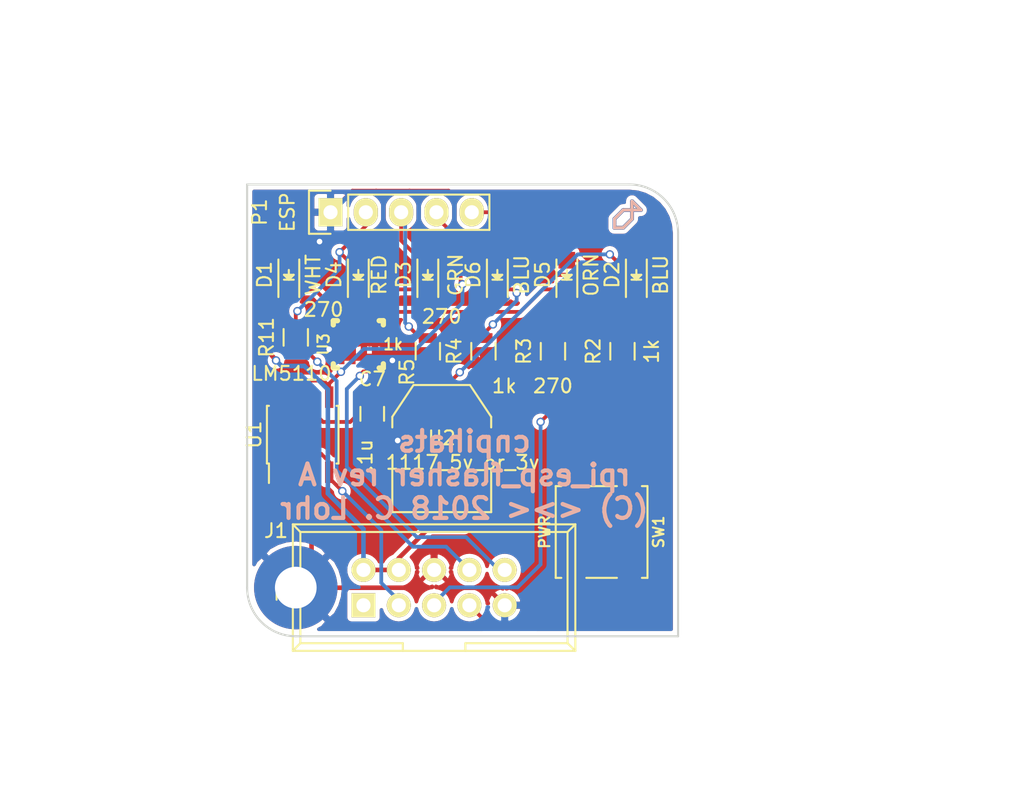
<source format=kicad_pcb>
(kicad_pcb (version 4) (host pcbnew 4.0.2+dfsg1-stable)

  (general
    (links 42)
    (no_connects 0)
    (area 14.224 14.732 87.884001 73.152001)
    (thickness 1.6)
    (drawings 21)
    (tracks 230)
    (zones 0)
    (modules 19)
    (nets 19)
  )

  (page User 200 200)
  (layers
    (0 F.Cu signal)
    (31 B.Cu signal)
    (32 B.Adhes user)
    (33 F.Adhes user)
    (34 B.Paste user)
    (35 F.Paste user)
    (36 B.SilkS user)
    (37 F.SilkS user)
    (38 B.Mask user)
    (39 F.Mask user)
    (40 Dwgs.User user)
    (41 Cmts.User user)
    (42 Eco1.User user)
    (43 Eco2.User user)
    (44 Edge.Cuts user)
    (45 Margin user)
    (46 B.CrtYd user)
    (47 F.CrtYd user)
    (48 B.Fab user)
    (49 F.Fab user)
  )

  (setup
    (last_trace_width 0.27)
    (trace_clearance 0.2032)
    (zone_clearance 0.3)
    (zone_45_only no)
    (trace_min 0.2)
    (segment_width 0.2)
    (edge_width 0.15)
    (via_size 0.6)
    (via_drill 0.4)
    (via_min_size 0.4)
    (via_min_drill 0.3)
    (uvia_size 0.3)
    (uvia_drill 0.1)
    (uvias_allowed no)
    (uvia_min_size 0)
    (uvia_min_drill 0)
    (pcb_text_width 0.3)
    (pcb_text_size 1.5 1.5)
    (mod_edge_width 0.15)
    (mod_text_size 1 1)
    (mod_text_width 0.15)
    (pad_size 6 6)
    (pad_drill 3)
    (pad_to_mask_clearance 0.1)
    (aux_axis_origin 0 0)
    (visible_elements FFFFFFFF)
    (pcbplotparams
      (layerselection 0x010f8_80000001)
      (usegerberextensions true)
      (excludeedgelayer true)
      (linewidth 0.100000)
      (plotframeref false)
      (viasonmask false)
      (mode 1)
      (useauxorigin false)
      (hpglpennumber 1)
      (hpglpenspeed 20)
      (hpglpendiameter 15)
      (hpglpenoverlay 2)
      (psnegative false)
      (psa4output false)
      (plotreference true)
      (plotvalue true)
      (plotinvisibletext false)
      (padsonsilk false)
      (subtractmaskfromsilk false)
      (outputformat 1)
      (mirror false)
      (drillshape 0)
      (scaleselection 1)
      (outputdirectory rpi_esp_flasher_revA))
  )

  (net 0 "")
  (net 1 PI_PWR)
  (net 2 GND)
  (net 3 "Net-(C7-Pad2)")
  (net 4 "Net-(D1-Pad1)")
  (net 5 "Net-(D2-Pad1)")
  (net 6 LRX)
  (net 7 "Net-(D3-Pad1)")
  (net 8 LTX)
  (net 9 "Net-(D4-Pad1)")
  (net 10 GPIO3)
  (net 11 "Net-(D5-Pad1)")
  (net 12 "Net-(D6-Pad2)")
  (net 13 "Net-(D6-Pad1)")
  (net 14 GPIO2)
  (net 15 "Net-(J1-Pad5)")
  (net 16 GPIO4)
  (net 17 "Net-(J1-Pad8)")
  (net 18 "Net-(J1-Pad10)")

  (net_class Default "This is the default net class."
    (clearance 0.2032)
    (trace_width 0.27)
    (via_dia 0.6)
    (via_drill 0.4)
    (uvia_dia 0.3)
    (uvia_drill 0.1)
    (add_net GPIO2)
    (add_net GPIO3)
    (add_net GPIO4)
    (add_net LRX)
    (add_net LTX)
    (add_net "Net-(C7-Pad2)")
    (add_net "Net-(D1-Pad1)")
    (add_net "Net-(D2-Pad1)")
    (add_net "Net-(D3-Pad1)")
    (add_net "Net-(D4-Pad1)")
    (add_net "Net-(D5-Pad1)")
    (add_net "Net-(D6-Pad1)")
    (add_net "Net-(D6-Pad2)")
    (add_net "Net-(J1-Pad10)")
    (add_net "Net-(J1-Pad5)")
    (add_net "Net-(J1-Pad8)")
  )

  (net_class PWR ""
    (clearance 0.2032)
    (trace_width 0.3302)
    (via_dia 0.6)
    (via_drill 0.4)
    (uvia_dia 0.3)
    (uvia_drill 0.1)
    (add_net GND)
    (add_net PI_PWR)
  )

  (module MountingHole_3mm_Pad (layer F.Cu) (tedit 5B2CAAF5) (tstamp 5B41707B)
    (at 35.5 57)
    (descr "Mounting Hole 3mm")
    (tags "mounting hole 3mm")
    (path /5ACED0B6)
    (fp_text reference P4 (at -0.642 0.417879) (layer F.SilkS)
      (effects (font (size 1 1) (thickness 0.15)))
    )
    (fp_text value CONN_1 (at 0 4) (layer F.Fab)
      (effects (font (size 1 1) (thickness 0.15)))
    )
    (fp_circle (center 0 0) (end 3 0) (layer Cmts.User) (width 0.15))
    (fp_circle (center 0 0) (end 3.25 0) (layer F.CrtYd) (width 0.05))
    (pad 1 thru_hole circle (at 0 0) (size 6 6) (drill 3) (layers *.Cu *.Mask)
      (net 2 GND))
  )

  (module C_0805 (layer F.Cu) (tedit 5BD926A8) (tstamp 5BD77E9F)
    (at 41 44.5 90)
    (descr "Capacitor SMD 0805, reflow soldering, AVX (see smccp.pdf)")
    (tags "capacitor 0805")
    (path /5BD77FF2)
    (attr smd)
    (fp_text reference C7 (at 2.5 0 180) (layer F.SilkS)
      (effects (font (size 1 1) (thickness 0.15)))
    )
    (fp_text value .1u (at -3 -0.5 90) (layer F.SilkS)
      (effects (font (size 1 1) (thickness 0.15)))
    )
    (fp_line (start -1.8 -1) (end 1.8 -1) (layer F.CrtYd) (width 0.05))
    (fp_line (start -1.8 1) (end 1.8 1) (layer F.CrtYd) (width 0.05))
    (fp_line (start -1.8 -1) (end -1.8 1) (layer F.CrtYd) (width 0.05))
    (fp_line (start 1.8 -1) (end 1.8 1) (layer F.CrtYd) (width 0.05))
    (fp_line (start 0.5 -0.85) (end -0.5 -0.85) (layer F.SilkS) (width 0.15))
    (fp_line (start -0.5 0.85) (end 0.5 0.85) (layer F.SilkS) (width 0.15))
    (pad 1 smd rect (at -1 0 90) (size 1 1.25) (layers F.Cu F.Paste F.Mask)
      (net 2 GND))
    (pad 2 smd rect (at 1 0 90) (size 1 1.25) (layers F.Cu F.Paste F.Mask)
      (net 3 "Net-(C7-Pad2)"))
    (model Capacitors_SMD.3dshapes/C_0805.wrl
      (at (xyz 0 0 0))
      (scale (xyz 1 1 1))
      (rotate (xyz 0 0 0))
    )
  )

  (module LED_0805 (layer F.Cu) (tedit 5BD92434) (tstamp 5BD77EB2)
    (at 35 34.5 90)
    (descr "LED 0805 smd package")
    (tags "LED 0805 SMD")
    (path /5AD03AF1)
    (attr smd)
    (fp_text reference D1 (at 0 -1.75 90) (layer F.SilkS)
      (effects (font (size 1 1) (thickness 0.15)))
    )
    (fp_text value WHT (at 0 1.75 90) (layer F.SilkS)
      (effects (font (size 1 1) (thickness 0.15)))
    )
    (fp_line (start -1.6 0.75) (end 1.1 0.75) (layer F.SilkS) (width 0.15))
    (fp_line (start -1.6 -0.75) (end 1.1 -0.75) (layer F.SilkS) (width 0.15))
    (fp_line (start -0.1 0.15) (end -0.1 -0.1) (layer F.SilkS) (width 0.15))
    (fp_line (start -0.1 -0.1) (end -0.25 0.05) (layer F.SilkS) (width 0.15))
    (fp_line (start -0.35 -0.35) (end -0.35 0.35) (layer F.SilkS) (width 0.15))
    (fp_line (start 0 0) (end 0.35 0) (layer F.SilkS) (width 0.15))
    (fp_line (start -0.35 0) (end 0 -0.35) (layer F.SilkS) (width 0.15))
    (fp_line (start 0 -0.35) (end 0 0.35) (layer F.SilkS) (width 0.15))
    (fp_line (start 0 0.35) (end -0.35 0) (layer F.SilkS) (width 0.15))
    (fp_line (start 1.9 -0.95) (end 1.9 0.95) (layer F.CrtYd) (width 0.05))
    (fp_line (start 1.9 0.95) (end -1.9 0.95) (layer F.CrtYd) (width 0.05))
    (fp_line (start -1.9 0.95) (end -1.9 -0.95) (layer F.CrtYd) (width 0.05))
    (fp_line (start -1.9 -0.95) (end 1.9 -0.95) (layer F.CrtYd) (width 0.05))
    (pad 2 smd rect (at 1.04902 0 270) (size 1.19888 1.19888) (layers F.Cu F.Paste F.Mask)
      (net 1 PI_PWR))
    (pad 1 smd rect (at -1.04902 0 270) (size 1.19888 1.19888) (layers F.Cu F.Paste F.Mask)
      (net 4 "Net-(D1-Pad1)"))
    (model LEDs.3dshapes/LED_0805.wrl
      (at (xyz 0 0 0))
      (scale (xyz 1 1 1))
      (rotate (xyz 0 0 0))
    )
  )

  (module LED_0805 (layer F.Cu) (tedit 5BD926CC) (tstamp 5BD77EC5)
    (at 60 34.5 90)
    (descr "LED 0805 smd package")
    (tags "LED 0805 SMD")
    (path /5AD03BF5)
    (attr smd)
    (fp_text reference D2 (at 0 -1.75 90) (layer F.SilkS)
      (effects (font (size 1 1) (thickness 0.15)))
    )
    (fp_text value BLU (at 0 1.75 90) (layer F.SilkS)
      (effects (font (size 1 1) (thickness 0.15)))
    )
    (fp_line (start -1.6 0.75) (end 1.1 0.75) (layer F.SilkS) (width 0.15))
    (fp_line (start -1.6 -0.75) (end 1.1 -0.75) (layer F.SilkS) (width 0.15))
    (fp_line (start -0.1 0.15) (end -0.1 -0.1) (layer F.SilkS) (width 0.15))
    (fp_line (start -0.1 -0.1) (end -0.25 0.05) (layer F.SilkS) (width 0.15))
    (fp_line (start -0.35 -0.35) (end -0.35 0.35) (layer F.SilkS) (width 0.15))
    (fp_line (start 0 0) (end 0.35 0) (layer F.SilkS) (width 0.15))
    (fp_line (start -0.35 0) (end 0 -0.35) (layer F.SilkS) (width 0.15))
    (fp_line (start 0 -0.35) (end 0 0.35) (layer F.SilkS) (width 0.15))
    (fp_line (start 0 0.35) (end -0.35 0) (layer F.SilkS) (width 0.15))
    (fp_line (start 1.9 -0.95) (end 1.9 0.95) (layer F.CrtYd) (width 0.05))
    (fp_line (start 1.9 0.95) (end -1.9 0.95) (layer F.CrtYd) (width 0.05))
    (fp_line (start -1.9 0.95) (end -1.9 -0.95) (layer F.CrtYd) (width 0.05))
    (fp_line (start -1.9 -0.95) (end 1.9 -0.95) (layer F.CrtYd) (width 0.05))
    (pad 2 smd rect (at 1.04902 0 270) (size 1.19888 1.19888) (layers F.Cu F.Paste F.Mask)
      (net 3 "Net-(C7-Pad2)"))
    (pad 1 smd rect (at -1.04902 0 270) (size 1.19888 1.19888) (layers F.Cu F.Paste F.Mask)
      (net 5 "Net-(D2-Pad1)"))
    (model LEDs.3dshapes/LED_0805.wrl
      (at (xyz 0 0 0))
      (scale (xyz 1 1 1))
      (rotate (xyz 0 0 0))
    )
  )

  (module LED_0805 (layer F.Cu) (tedit 5BD92491) (tstamp 5BD77ED8)
    (at 45 34.5 90)
    (descr "LED 0805 smd package")
    (tags "LED 0805 SMD")
    (path /5BD7B60E)
    (attr smd)
    (fp_text reference D3 (at 0 -1.75 90) (layer F.SilkS)
      (effects (font (size 1 1) (thickness 0.15)))
    )
    (fp_text value GRN (at 0 2 90) (layer F.SilkS)
      (effects (font (size 1 1) (thickness 0.15)))
    )
    (fp_line (start -1.6 0.75) (end 1.1 0.75) (layer F.SilkS) (width 0.15))
    (fp_line (start -1.6 -0.75) (end 1.1 -0.75) (layer F.SilkS) (width 0.15))
    (fp_line (start -0.1 0.15) (end -0.1 -0.1) (layer F.SilkS) (width 0.15))
    (fp_line (start -0.1 -0.1) (end -0.25 0.05) (layer F.SilkS) (width 0.15))
    (fp_line (start -0.35 -0.35) (end -0.35 0.35) (layer F.SilkS) (width 0.15))
    (fp_line (start 0 0) (end 0.35 0) (layer F.SilkS) (width 0.15))
    (fp_line (start -0.35 0) (end 0 -0.35) (layer F.SilkS) (width 0.15))
    (fp_line (start 0 -0.35) (end 0 0.35) (layer F.SilkS) (width 0.15))
    (fp_line (start 0 0.35) (end -0.35 0) (layer F.SilkS) (width 0.15))
    (fp_line (start 1.9 -0.95) (end 1.9 0.95) (layer F.CrtYd) (width 0.05))
    (fp_line (start 1.9 0.95) (end -1.9 0.95) (layer F.CrtYd) (width 0.05))
    (fp_line (start -1.9 0.95) (end -1.9 -0.95) (layer F.CrtYd) (width 0.05))
    (fp_line (start -1.9 -0.95) (end 1.9 -0.95) (layer F.CrtYd) (width 0.05))
    (pad 2 smd rect (at 1.04902 0 270) (size 1.19888 1.19888) (layers F.Cu F.Paste F.Mask)
      (net 6 LRX))
    (pad 1 smd rect (at -1.04902 0 270) (size 1.19888 1.19888) (layers F.Cu F.Paste F.Mask)
      (net 7 "Net-(D3-Pad1)"))
    (model LEDs.3dshapes/LED_0805.wrl
      (at (xyz 0 0 0))
      (scale (xyz 1 1 1))
      (rotate (xyz 0 0 0))
    )
  )

  (module LED_0805 (layer F.Cu) (tedit 5BD92438) (tstamp 5BD77EEB)
    (at 40 34.5 90)
    (descr "LED 0805 smd package")
    (tags "LED 0805 SMD")
    (path /5BD7B2C3)
    (attr smd)
    (fp_text reference D4 (at 0 -1.75 90) (layer F.SilkS)
      (effects (font (size 1 1) (thickness 0.15)))
    )
    (fp_text value RED (at 0 1.5 90) (layer F.SilkS)
      (effects (font (size 1 1) (thickness 0.15)))
    )
    (fp_line (start -1.6 0.75) (end 1.1 0.75) (layer F.SilkS) (width 0.15))
    (fp_line (start -1.6 -0.75) (end 1.1 -0.75) (layer F.SilkS) (width 0.15))
    (fp_line (start -0.1 0.15) (end -0.1 -0.1) (layer F.SilkS) (width 0.15))
    (fp_line (start -0.1 -0.1) (end -0.25 0.05) (layer F.SilkS) (width 0.15))
    (fp_line (start -0.35 -0.35) (end -0.35 0.35) (layer F.SilkS) (width 0.15))
    (fp_line (start 0 0) (end 0.35 0) (layer F.SilkS) (width 0.15))
    (fp_line (start -0.35 0) (end 0 -0.35) (layer F.SilkS) (width 0.15))
    (fp_line (start 0 -0.35) (end 0 0.35) (layer F.SilkS) (width 0.15))
    (fp_line (start 0 0.35) (end -0.35 0) (layer F.SilkS) (width 0.15))
    (fp_line (start 1.9 -0.95) (end 1.9 0.95) (layer F.CrtYd) (width 0.05))
    (fp_line (start 1.9 0.95) (end -1.9 0.95) (layer F.CrtYd) (width 0.05))
    (fp_line (start -1.9 0.95) (end -1.9 -0.95) (layer F.CrtYd) (width 0.05))
    (fp_line (start -1.9 -0.95) (end 1.9 -0.95) (layer F.CrtYd) (width 0.05))
    (pad 2 smd rect (at 1.04902 0 270) (size 1.19888 1.19888) (layers F.Cu F.Paste F.Mask)
      (net 8 LTX))
    (pad 1 smd rect (at -1.04902 0 270) (size 1.19888 1.19888) (layers F.Cu F.Paste F.Mask)
      (net 9 "Net-(D4-Pad1)"))
    (model LEDs.3dshapes/LED_0805.wrl
      (at (xyz 0 0 0))
      (scale (xyz 1 1 1))
      (rotate (xyz 0 0 0))
    )
  )

  (module LED_0805 (layer F.Cu) (tedit 5BD92447) (tstamp 5BD77EFE)
    (at 55 34.5 90)
    (descr "LED 0805 smd package")
    (tags "LED 0805 SMD")
    (path /5BD7BA64)
    (attr smd)
    (fp_text reference D5 (at 0 -1.75 90) (layer F.SilkS)
      (effects (font (size 1 1) (thickness 0.15)))
    )
    (fp_text value ORN (at 0 1.75 90) (layer F.SilkS)
      (effects (font (size 1 1) (thickness 0.15)))
    )
    (fp_line (start -1.6 0.75) (end 1.1 0.75) (layer F.SilkS) (width 0.15))
    (fp_line (start -1.6 -0.75) (end 1.1 -0.75) (layer F.SilkS) (width 0.15))
    (fp_line (start -0.1 0.15) (end -0.1 -0.1) (layer F.SilkS) (width 0.15))
    (fp_line (start -0.1 -0.1) (end -0.25 0.05) (layer F.SilkS) (width 0.15))
    (fp_line (start -0.35 -0.35) (end -0.35 0.35) (layer F.SilkS) (width 0.15))
    (fp_line (start 0 0) (end 0.35 0) (layer F.SilkS) (width 0.15))
    (fp_line (start -0.35 0) (end 0 -0.35) (layer F.SilkS) (width 0.15))
    (fp_line (start 0 -0.35) (end 0 0.35) (layer F.SilkS) (width 0.15))
    (fp_line (start 0 0.35) (end -0.35 0) (layer F.SilkS) (width 0.15))
    (fp_line (start 1.9 -0.95) (end 1.9 0.95) (layer F.CrtYd) (width 0.05))
    (fp_line (start 1.9 0.95) (end -1.9 0.95) (layer F.CrtYd) (width 0.05))
    (fp_line (start -1.9 0.95) (end -1.9 -0.95) (layer F.CrtYd) (width 0.05))
    (fp_line (start -1.9 -0.95) (end 1.9 -0.95) (layer F.CrtYd) (width 0.05))
    (pad 2 smd rect (at 1.04902 0 270) (size 1.19888 1.19888) (layers F.Cu F.Paste F.Mask)
      (net 10 GPIO3))
    (pad 1 smd rect (at -1.04902 0 270) (size 1.19888 1.19888) (layers F.Cu F.Paste F.Mask)
      (net 11 "Net-(D5-Pad1)"))
    (model LEDs.3dshapes/LED_0805.wrl
      (at (xyz 0 0 0))
      (scale (xyz 1 1 1))
      (rotate (xyz 0 0 0))
    )
  )

  (module LED_0805 (layer F.Cu) (tedit 5BD9243E) (tstamp 5BD77F11)
    (at 50 34.5 90)
    (descr "LED 0805 smd package")
    (tags "LED 0805 SMD")
    (path /5BD4B84C)
    (attr smd)
    (fp_text reference D6 (at 0 -1.75 90) (layer F.SilkS)
      (effects (font (size 1 1) (thickness 0.15)))
    )
    (fp_text value BLU (at 0 1.75 90) (layer F.SilkS)
      (effects (font (size 1 1) (thickness 0.15)))
    )
    (fp_line (start -1.6 0.75) (end 1.1 0.75) (layer F.SilkS) (width 0.15))
    (fp_line (start -1.6 -0.75) (end 1.1 -0.75) (layer F.SilkS) (width 0.15))
    (fp_line (start -0.1 0.15) (end -0.1 -0.1) (layer F.SilkS) (width 0.15))
    (fp_line (start -0.1 -0.1) (end -0.25 0.05) (layer F.SilkS) (width 0.15))
    (fp_line (start -0.35 -0.35) (end -0.35 0.35) (layer F.SilkS) (width 0.15))
    (fp_line (start 0 0) (end 0.35 0) (layer F.SilkS) (width 0.15))
    (fp_line (start -0.35 0) (end 0 -0.35) (layer F.SilkS) (width 0.15))
    (fp_line (start 0 -0.35) (end 0 0.35) (layer F.SilkS) (width 0.15))
    (fp_line (start 0 0.35) (end -0.35 0) (layer F.SilkS) (width 0.15))
    (fp_line (start 1.9 -0.95) (end 1.9 0.95) (layer F.CrtYd) (width 0.05))
    (fp_line (start 1.9 0.95) (end -1.9 0.95) (layer F.CrtYd) (width 0.05))
    (fp_line (start -1.9 0.95) (end -1.9 -0.95) (layer F.CrtYd) (width 0.05))
    (fp_line (start -1.9 -0.95) (end 1.9 -0.95) (layer F.CrtYd) (width 0.05))
    (pad 2 smd rect (at 1.04902 0 270) (size 1.19888 1.19888) (layers F.Cu F.Paste F.Mask)
      (net 12 "Net-(D6-Pad2)"))
    (pad 1 smd rect (at -1.04902 0 270) (size 1.19888 1.19888) (layers F.Cu F.Paste F.Mask)
      (net 13 "Net-(D6-Pad1)"))
    (model LEDs.3dshapes/LED_0805.wrl
      (at (xyz 0 0 0))
      (scale (xyz 1 1 1))
      (rotate (xyz 0 0 0))
    )
  )

  (module IDC_Header_Straight_10pins (layer F.Cu) (tedit 5BD92911) (tstamp 5BD77F32)
    (at 40.37 58.27)
    (descr "10 pins through hole IDC header")
    (tags "IDC header socket VASCH")
    (path /5ACED100)
    (fp_text reference J1 (at -6.29 -5.36) (layer F.SilkS)
      (effects (font (size 1 1) (thickness 0.15)))
    )
    (fp_text value Raspberry_Pi_2_3 (at 5.08 5.223) (layer F.Fab)
      (effects (font (size 1 1) (thickness 0.15)))
    )
    (fp_line (start -5.08 -5.82) (end 15.24 -5.82) (layer F.SilkS) (width 0.15))
    (fp_line (start -4.54 -5.27) (end 14.68 -5.27) (layer F.SilkS) (width 0.15))
    (fp_line (start -5.08 3.28) (end 15.24 3.28) (layer F.SilkS) (width 0.15))
    (fp_line (start -4.54 2.73) (end 2.83 2.73) (layer F.SilkS) (width 0.15))
    (fp_line (start 7.33 2.73) (end 14.68 2.73) (layer F.SilkS) (width 0.15))
    (fp_line (start 2.83 2.73) (end 2.83 3.28) (layer F.SilkS) (width 0.15))
    (fp_line (start 7.33 2.73) (end 7.33 3.28) (layer F.SilkS) (width 0.15))
    (fp_line (start -5.08 -5.82) (end -5.08 3.28) (layer F.SilkS) (width 0.15))
    (fp_line (start -4.54 -5.27) (end -4.54 2.73) (layer F.SilkS) (width 0.15))
    (fp_line (start 15.24 -5.82) (end 15.24 3.28) (layer F.SilkS) (width 0.15))
    (fp_line (start 14.68 -5.27) (end 14.68 2.73) (layer F.SilkS) (width 0.15))
    (fp_line (start -5.08 -5.82) (end -4.54 -5.27) (layer F.SilkS) (width 0.15))
    (fp_line (start 15.24 -5.82) (end 14.68 -5.27) (layer F.SilkS) (width 0.15))
    (fp_line (start -5.08 3.28) (end -4.54 2.73) (layer F.SilkS) (width 0.15))
    (fp_line (start 15.24 3.28) (end 14.68 2.73) (layer F.SilkS) (width 0.15))
    (fp_line (start -5.35 -6.05) (end 15.5 -6.05) (layer F.CrtYd) (width 0.05))
    (fp_line (start 15.5 -6.05) (end 15.5 3.55) (layer F.CrtYd) (width 0.05))
    (fp_line (start 15.5 3.55) (end -5.35 3.55) (layer F.CrtYd) (width 0.05))
    (fp_line (start -5.35 3.55) (end -5.35 -6.05) (layer F.CrtYd) (width 0.05))
    (pad 1 thru_hole rect (at 0 0) (size 1.7272 1.7272) (drill 1.016) (layers *.Cu *.Mask F.SilkS))
    (pad 2 thru_hole oval (at 0 -2.54) (size 1.7272 1.7272) (drill 1.016) (layers *.Cu *.Mask F.SilkS)
      (net 1 PI_PWR))
    (pad 3 thru_hole oval (at 2.54 0) (size 1.7272 1.7272) (drill 1.016) (layers *.Cu *.Mask F.SilkS)
      (net 14 GPIO2))
    (pad 4 thru_hole oval (at 2.54 -2.54) (size 1.7272 1.7272) (drill 1.016) (layers *.Cu *.Mask F.SilkS)
      (net 1 PI_PWR))
    (pad 5 thru_hole oval (at 5.08 0) (size 1.7272 1.7272) (drill 1.016) (layers *.Cu *.Mask F.SilkS)
      (net 15 "Net-(J1-Pad5)"))
    (pad 6 thru_hole oval (at 5.08 -2.54) (size 1.7272 1.7272) (drill 1.016) (layers *.Cu *.Mask F.SilkS)
      (net 2 GND))
    (pad 7 thru_hole oval (at 7.62 0) (size 1.7272 1.7272) (drill 1.016) (layers *.Cu *.Mask F.SilkS)
      (net 16 GPIO4))
    (pad 8 thru_hole oval (at 7.62 -2.54) (size 1.7272 1.7272) (drill 1.016) (layers *.Cu *.Mask F.SilkS)
      (net 17 "Net-(J1-Pad8)"))
    (pad 9 thru_hole oval (at 10.16 0) (size 1.7272 1.7272) (drill 1.016) (layers *.Cu *.Mask F.SilkS)
      (net 2 GND))
    (pad 10 thru_hole oval (at 10.16 -2.54) (size 1.7272 1.7272) (drill 1.016) (layers *.Cu *.Mask F.SilkS)
      (net 18 "Net-(J1-Pad10)"))
  )

  (module Pin_Header_Straight_1x05 (layer F.Cu) (tedit 5BD926F3) (tstamp 5BD77F46)
    (at 38 30 90)
    (descr "Through hole pin header")
    (tags "pin header")
    (path /5BD7E424)
    (fp_text reference P1 (at 0 -5.1 90) (layer F.SilkS)
      (effects (font (size 1 1) (thickness 0.15)))
    )
    (fp_text value ESP (at 0 -3.1 90) (layer F.SilkS)
      (effects (font (size 1 1) (thickness 0.15)))
    )
    (fp_line (start -1.55 0) (end -1.55 -1.55) (layer F.SilkS) (width 0.15))
    (fp_line (start -1.55 -1.55) (end 1.55 -1.55) (layer F.SilkS) (width 0.15))
    (fp_line (start 1.55 -1.55) (end 1.55 0) (layer F.SilkS) (width 0.15))
    (fp_line (start -1.75 -1.75) (end -1.75 11.95) (layer F.CrtYd) (width 0.05))
    (fp_line (start 1.75 -1.75) (end 1.75 11.95) (layer F.CrtYd) (width 0.05))
    (fp_line (start -1.75 -1.75) (end 1.75 -1.75) (layer F.CrtYd) (width 0.05))
    (fp_line (start -1.75 11.95) (end 1.75 11.95) (layer F.CrtYd) (width 0.05))
    (fp_line (start 1.27 1.27) (end 1.27 11.43) (layer F.SilkS) (width 0.15))
    (fp_line (start 1.27 11.43) (end -1.27 11.43) (layer F.SilkS) (width 0.15))
    (fp_line (start -1.27 11.43) (end -1.27 1.27) (layer F.SilkS) (width 0.15))
    (fp_line (start 1.27 1.27) (end -1.27 1.27) (layer F.SilkS) (width 0.15))
    (pad 1 thru_hole rect (at 0 0 90) (size 2.032 1.7272) (drill 1.016) (layers *.Cu *.Mask F.SilkS)
      (net 2 GND))
    (pad 2 thru_hole oval (at 0 2.54 90) (size 2.032 1.7272) (drill 1.016) (layers *.Cu *.Mask F.SilkS)
      (net 8 LTX))
    (pad 3 thru_hole oval (at 0 5.08 90) (size 2.032 1.7272) (drill 1.016) (layers *.Cu *.Mask F.SilkS)
      (net 6 LRX))
    (pad 4 thru_hole oval (at 0 7.62 90) (size 2.032 1.7272) (drill 1.016) (layers *.Cu *.Mask F.SilkS)
      (net 12 "Net-(D6-Pad2)"))
    (pad 5 thru_hole oval (at 0 10.16 90) (size 2.032 1.7272) (drill 1.016) (layers *.Cu *.Mask F.SilkS)
      (net 10 GPIO3))
    (model Pin_Headers.3dshapes/Pin_Header_Straight_1x05.wrl
      (at (xyz 0 -0.2 0))
      (scale (xyz 1 1 1))
      (rotate (xyz 0 0 90))
    )
  )

  (module TACTILE10 (layer F.Cu) (tedit 0) (tstamp 5BD77FC2)
    (at 57.5 53 270)
    (path /5BC5CC6A)
    (fp_text reference SW1 (at 0 -4.1 270) (layer F.SilkS)
      (effects (font (size 0.762 0.762) (thickness 0.15)))
    )
    (fp_text value PWR (at 0 4.1 270) (layer F.SilkS)
      (effects (font (size 0.762 0.762) (thickness 0.15)))
    )
    (fp_line (start 3.3 -3.3) (end 3.3 -2.9) (layer F.SilkS) (width 0.15))
    (fp_line (start -3.3 -1.1) (end -3.3 1.1) (layer F.SilkS) (width 0.15))
    (fp_line (start 3.3 1.1) (end 3.3 -1.1) (layer F.SilkS) (width 0.15))
    (fp_line (start -3.3 2.9) (end -3.3 3.3) (layer F.SilkS) (width 0.15))
    (fp_line (start -3.3 3.3) (end 3.3 3.3) (layer F.SilkS) (width 0.15))
    (fp_line (start 3.3 3.3) (end 3.3 2.9) (layer F.SilkS) (width 0.15))
    (fp_line (start -3.3 -3.3) (end -3.3 -2.9) (layer F.SilkS) (width 0.15))
    (fp_line (start -3.3 -3.3) (end 3.3 -3.3) (layer F.SilkS) (width 0.15))
    (pad 1 smd rect (at -4.455 -2 270) (size 3.1 1) (layers F.Cu F.Paste F.Mask)
      (net 2 GND))
    (pad 2 smd rect (at -4.455 2 270) (size 3.1 1) (layers F.Cu F.Paste F.Mask))
    (pad 4 smd rect (at 4.455 2 270) (size 3.1 1) (layers F.Cu F.Paste F.Mask)
      (net 16 GPIO4))
    (pad 3 smd rect (at 4.455 -2 270) (size 3.1 1) (layers F.Cu F.Paste F.Mask))
  )

  (module SOIC-8_3.9x4.9mm_Pitch1.27mm (layer F.Cu) (tedit 5BDCA5B6) (tstamp 5BD9240D)
    (at 36 46 90)
    (descr "8-Lead Plastic Small Outline (SN) - Narrow, 3.90 mm Body [SOIC] (see Microchip Packaging Specification 00000049BS.pdf)")
    (tags "SOIC 1.27")
    (path /5BD7DC6E)
    (attr smd)
    (fp_text reference U1 (at 0 -3.5 90) (layer F.SilkS)
      (effects (font (size 1 1) (thickness 0.15)))
    )
    (fp_text value LM5110 (at 4.4 -0.81 180) (layer F.SilkS)
      (effects (font (size 1 1) (thickness 0.15)))
    )
    (fp_line (start -3.75 -2.75) (end -3.75 2.75) (layer F.CrtYd) (width 0.05))
    (fp_line (start 3.75 -2.75) (end 3.75 2.75) (layer F.CrtYd) (width 0.05))
    (fp_line (start -3.75 -2.75) (end 3.75 -2.75) (layer F.CrtYd) (width 0.05))
    (fp_line (start -3.75 2.75) (end 3.75 2.75) (layer F.CrtYd) (width 0.05))
    (fp_line (start -2.075 -2.575) (end -2.075 -2.43) (layer F.SilkS) (width 0.15))
    (fp_line (start 2.075 -2.575) (end 2.075 -2.43) (layer F.SilkS) (width 0.15))
    (fp_line (start 2.075 2.575) (end 2.075 2.43) (layer F.SilkS) (width 0.15))
    (fp_line (start -2.075 2.575) (end -2.075 2.43) (layer F.SilkS) (width 0.15))
    (fp_line (start -2.075 -2.575) (end 2.075 -2.575) (layer F.SilkS) (width 0.15))
    (fp_line (start -2.075 2.575) (end 2.075 2.575) (layer F.SilkS) (width 0.15))
    (fp_line (start -2.075 -2.43) (end -3.475 -2.43) (layer F.SilkS) (width 0.15))
    (pad 1 smd rect (at -2.7 -1.905 90) (size 1.55 0.6) (layers F.Cu F.Paste F.Mask)
      (net 2 GND))
    (pad 2 smd rect (at -2.7 -0.635 90) (size 1.55 0.6) (layers F.Cu F.Paste F.Mask)
      (net 14 GPIO2))
    (pad 3 smd rect (at -2.7 0.635 90) (size 1.55 0.6) (layers F.Cu F.Paste F.Mask)
      (net 2 GND))
    (pad 4 smd rect (at -2.7 1.905 90) (size 1.55 0.6) (layers F.Cu F.Paste F.Mask)
      (net 14 GPIO2))
    (pad 5 smd rect (at 2.7 1.905 90) (size 1.55 0.6) (layers F.Cu F.Paste F.Mask)
      (net 12 "Net-(D6-Pad2)"))
    (pad 6 smd rect (at 2.7 0.635 90) (size 1.55 0.6) (layers F.Cu F.Paste F.Mask)
      (net 3 "Net-(C7-Pad2)"))
    (pad 7 smd rect (at 2.7 -0.635 90) (size 1.55 0.6) (layers F.Cu F.Paste F.Mask)
      (net 12 "Net-(D6-Pad2)"))
    (pad 8 smd rect (at 2.7 -1.905 90) (size 1.55 0.6) (layers F.Cu F.Paste F.Mask))
    (model Housings_SOIC.3dshapes/SOIC-8_3.9x4.9mm_Pitch1.27mm.wrl
      (at (xyz 0 0 0))
      (scale (xyz 1 1 1))
      (rotate (xyz 0 0 0))
    )
  )

  (module SOT-223 (layer F.Cu) (tedit 5BD92698) (tstamp 5BD92549)
    (at 46 47)
    (descr "module CMS SOT223 4 pins")
    (tags "CMS SOT")
    (path /5BD77D7F)
    (attr smd)
    (fp_text reference U2 (at 0 -0.762) (layer F.SilkS)
      (effects (font (size 1 1) (thickness 0.15)))
    )
    (fp_text value 1117_5v_or_3v (at 1.5 1) (layer F.SilkS)
      (effects (font (size 1 1) (thickness 0.15)))
    )
    (fp_line (start -3.556 1.524) (end -3.556 4.572) (layer F.SilkS) (width 0.15))
    (fp_line (start -3.556 4.572) (end 3.556 4.572) (layer F.SilkS) (width 0.15))
    (fp_line (start 3.556 4.572) (end 3.556 1.524) (layer F.SilkS) (width 0.15))
    (fp_line (start -3.556 -1.524) (end -3.556 -2.286) (layer F.SilkS) (width 0.15))
    (fp_line (start -3.556 -2.286) (end -2.032 -4.572) (layer F.SilkS) (width 0.15))
    (fp_line (start -2.032 -4.572) (end 2.032 -4.572) (layer F.SilkS) (width 0.15))
    (fp_line (start 2.032 -4.572) (end 3.556 -2.286) (layer F.SilkS) (width 0.15))
    (fp_line (start 3.556 -2.286) (end 3.556 -1.524) (layer F.SilkS) (width 0.15))
    (pad 4 smd rect (at 0 -3.302) (size 3.6576 2.032) (layers F.Cu F.Paste F.Mask)
      (net 3 "Net-(C7-Pad2)"))
    (pad 2 smd rect (at 0 3.302) (size 1.016 2.032) (layers F.Cu F.Paste F.Mask)
      (net 3 "Net-(C7-Pad2)"))
    (pad 3 smd rect (at 2.286 3.302) (size 1.016 2.032) (layers F.Cu F.Paste F.Mask)
      (net 1 PI_PWR))
    (pad 1 smd rect (at -2.286 3.302) (size 1.016 2.032) (layers F.Cu F.Paste F.Mask)
      (net 2 GND))
    (model TO_SOT_Packages_SMD.3dshapes/SOT-223.wrl
      (at (xyz 0 0 0))
      (scale (xyz 0.4 0.4 0.4))
      (rotate (xyz 0 0 0))
    )
  )

  (module R_0805 (layer F.Cu) (tedit 5BD926E7) (tstamp 5BD92AB8)
    (at 59 40 90)
    (descr "Resistor SMD 0805, reflow soldering, Vishay (see dcrcw.pdf)")
    (tags "resistor 0805")
    (path /5AD04BA6)
    (attr smd)
    (fp_text reference R2 (at 0 -2.1 90) (layer F.SilkS)
      (effects (font (size 1 1) (thickness 0.15)))
    )
    (fp_text value 1k (at 0 2.1 90) (layer F.SilkS)
      (effects (font (size 1 1) (thickness 0.15)))
    )
    (fp_line (start -1.6 -1) (end 1.6 -1) (layer F.CrtYd) (width 0.05))
    (fp_line (start -1.6 1) (end 1.6 1) (layer F.CrtYd) (width 0.05))
    (fp_line (start -1.6 -1) (end -1.6 1) (layer F.CrtYd) (width 0.05))
    (fp_line (start 1.6 -1) (end 1.6 1) (layer F.CrtYd) (width 0.05))
    (fp_line (start 0.6 0.875) (end -0.6 0.875) (layer F.SilkS) (width 0.15))
    (fp_line (start -0.6 -0.875) (end 0.6 -0.875) (layer F.SilkS) (width 0.15))
    (pad 1 smd rect (at -0.95 0 90) (size 0.7 1.3) (layers F.Cu F.Paste F.Mask)
      (net 2 GND))
    (pad 2 smd rect (at 0.95 0 90) (size 0.7 1.3) (layers F.Cu F.Paste F.Mask)
      (net 5 "Net-(D2-Pad1)"))
    (model Resistors_SMD.3dshapes/R_0805.wrl
      (at (xyz 0 0 0))
      (scale (xyz 1 1 1))
      (rotate (xyz 0 0 0))
    )
  )

  (module R_0805 (layer F.Cu) (tedit 5BD926EB) (tstamp 5BD92AC4)
    (at 54 40 90)
    (descr "Resistor SMD 0805, reflow soldering, Vishay (see dcrcw.pdf)")
    (tags "resistor 0805")
    (path /5BD7DFFA)
    (attr smd)
    (fp_text reference R3 (at 0 -2.1 90) (layer F.SilkS)
      (effects (font (size 1 1) (thickness 0.15)))
    )
    (fp_text value 270 (at -2.5 0 180) (layer F.SilkS)
      (effects (font (size 1 1) (thickness 0.15)))
    )
    (fp_line (start -1.6 -1) (end 1.6 -1) (layer F.CrtYd) (width 0.05))
    (fp_line (start -1.6 1) (end 1.6 1) (layer F.CrtYd) (width 0.05))
    (fp_line (start -1.6 -1) (end -1.6 1) (layer F.CrtYd) (width 0.05))
    (fp_line (start 1.6 -1) (end 1.6 1) (layer F.CrtYd) (width 0.05))
    (fp_line (start 0.6 0.875) (end -0.6 0.875) (layer F.SilkS) (width 0.15))
    (fp_line (start -0.6 -0.875) (end 0.6 -0.875) (layer F.SilkS) (width 0.15))
    (pad 1 smd rect (at -0.95 0 90) (size 0.7 1.3) (layers F.Cu F.Paste F.Mask)
      (net 15 "Net-(J1-Pad5)"))
    (pad 2 smd rect (at 0.95 0 90) (size 0.7 1.3) (layers F.Cu F.Paste F.Mask)
      (net 10 GPIO3))
    (model Resistors_SMD.3dshapes/R_0805.wrl
      (at (xyz 0 0 0))
      (scale (xyz 1 1 1))
      (rotate (xyz 0 0 0))
    )
  )

  (module R_0805 (layer F.Cu) (tedit 5BD92700) (tstamp 5BD92AD0)
    (at 49 40 90)
    (descr "Resistor SMD 0805, reflow soldering, Vishay (see dcrcw.pdf)")
    (tags "resistor 0805")
    (path /5BD7A19A)
    (attr smd)
    (fp_text reference R4 (at 0 -2.1 90) (layer F.SilkS)
      (effects (font (size 1 1) (thickness 0.15)))
    )
    (fp_text value 1k (at -2.5 1.5 180) (layer F.SilkS)
      (effects (font (size 1 1) (thickness 0.15)))
    )
    (fp_line (start -1.6 -1) (end 1.6 -1) (layer F.CrtYd) (width 0.05))
    (fp_line (start -1.6 1) (end 1.6 1) (layer F.CrtYd) (width 0.05))
    (fp_line (start -1.6 -1) (end -1.6 1) (layer F.CrtYd) (width 0.05))
    (fp_line (start 1.6 -1) (end 1.6 1) (layer F.CrtYd) (width 0.05))
    (fp_line (start 0.6 0.875) (end -0.6 0.875) (layer F.SilkS) (width 0.15))
    (fp_line (start -0.6 -0.875) (end 0.6 -0.875) (layer F.SilkS) (width 0.15))
    (pad 1 smd rect (at -0.95 0 90) (size 0.7 1.3) (layers F.Cu F.Paste F.Mask)
      (net 2 GND))
    (pad 2 smd rect (at 0.95 0 90) (size 0.7 1.3) (layers F.Cu F.Paste F.Mask)
      (net 13 "Net-(D6-Pad1)"))
    (model Resistors_SMD.3dshapes/R_0805.wrl
      (at (xyz 0 0 0))
      (scale (xyz 1 1 1))
      (rotate (xyz 0 0 0))
    )
  )

  (module R_0805 (layer F.Cu) (tedit 5BD92717) (tstamp 5BD92ADC)
    (at 45 40 90)
    (descr "Resistor SMD 0805, reflow soldering, Vishay (see dcrcw.pdf)")
    (tags "resistor 0805")
    (path /5BD7DE8B)
    (attr smd)
    (fp_text reference R5 (at -1.5 -1.5 90) (layer F.SilkS)
      (effects (font (size 1 1) (thickness 0.15)))
    )
    (fp_text value 270 (at 2.5 1 180) (layer F.SilkS)
      (effects (font (size 1 1) (thickness 0.15)))
    )
    (fp_line (start -1.6 -1) (end 1.6 -1) (layer F.CrtYd) (width 0.05))
    (fp_line (start -1.6 1) (end 1.6 1) (layer F.CrtYd) (width 0.05))
    (fp_line (start -1.6 -1) (end -1.6 1) (layer F.CrtYd) (width 0.05))
    (fp_line (start 1.6 -1) (end 1.6 1) (layer F.CrtYd) (width 0.05))
    (fp_line (start 0.6 0.875) (end -0.6 0.875) (layer F.SilkS) (width 0.15))
    (fp_line (start -0.6 -0.875) (end 0.6 -0.875) (layer F.SilkS) (width 0.15))
    (pad 1 smd rect (at -0.95 0 90) (size 0.7 1.3) (layers F.Cu F.Paste F.Mask)
      (net 18 "Net-(J1-Pad10)"))
    (pad 2 smd rect (at 0.95 0 90) (size 0.7 1.3) (layers F.Cu F.Paste F.Mask)
      (net 6 LRX))
    (model Resistors_SMD.3dshapes/R_0805.wrl
      (at (xyz 0 0 0))
      (scale (xyz 1 1 1))
      (rotate (xyz 0 0 0))
    )
  )

  (module R_0805 (layer F.Cu) (tedit 5BD92728) (tstamp 5BD92AE8)
    (at 35.5 39 90)
    (descr "Resistor SMD 0805, reflow soldering, Vishay (see dcrcw.pdf)")
    (tags "resistor 0805")
    (path /5BD46680)
    (attr smd)
    (fp_text reference R11 (at 0 -2.1 90) (layer F.SilkS)
      (effects (font (size 1 1) (thickness 0.15)))
    )
    (fp_text value 270 (at 2 2 180) (layer F.SilkS)
      (effects (font (size 1 1) (thickness 0.15)))
    )
    (fp_line (start -1.6 -1) (end 1.6 -1) (layer F.CrtYd) (width 0.05))
    (fp_line (start -1.6 1) (end 1.6 1) (layer F.CrtYd) (width 0.05))
    (fp_line (start -1.6 -1) (end -1.6 1) (layer F.CrtYd) (width 0.05))
    (fp_line (start 1.6 -1) (end 1.6 1) (layer F.CrtYd) (width 0.05))
    (fp_line (start 0.6 0.875) (end -0.6 0.875) (layer F.SilkS) (width 0.15))
    (fp_line (start -0.6 -0.875) (end 0.6 -0.875) (layer F.SilkS) (width 0.15))
    (pad 1 smd rect (at -0.95 0 90) (size 0.7 1.3) (layers F.Cu F.Paste F.Mask)
      (net 17 "Net-(J1-Pad8)"))
    (pad 2 smd rect (at 0.95 0 90) (size 0.7 1.3) (layers F.Cu F.Paste F.Mask)
      (net 8 LTX))
    (model Resistors_SMD.3dshapes/R_0805.wrl
      (at (xyz 0 0 0))
      (scale (xyz 1 1 1))
      (rotate (xyz 0 0 0))
    )
  )

  (module NETWORK1206 (layer F.Cu) (tedit 5BD92703) (tstamp 5BD92AFC)
    (at 40 39.5 180)
    (path /5BD939E8)
    (fp_text reference U3 (at 2.5 0 270) (layer F.SilkS)
      (effects (font (size 0.8128 0.7874) (thickness 0.1524)))
    )
    (fp_text value 1k (at -2.5 0 180) (layer F.SilkS)
      (effects (font (size 0.8128 0.7874) (thickness 0.1524)))
    )
    (fp_line (start 1.8 1.4) (end 1.8 1.7) (layer F.SilkS) (width 0.381))
    (fp_line (start 1.8 1.7) (end 1.5 1.7) (layer F.SilkS) (width 0.381))
    (fp_line (start -1.8 -1.4) (end -1.8 -1.7) (layer F.SilkS) (width 0.381))
    (fp_line (start -1.8 -1.7) (end -1.5 -1.7) (layer F.SilkS) (width 0.381))
    (fp_line (start 1.5 -1.7) (end 1.8 -1.7) (layer F.SilkS) (width 0.381))
    (fp_line (start 1.8 -1.7) (end 1.8 -1.4) (layer F.SilkS) (width 0.381))
    (fp_line (start -1.8 1.4) (end -1.8 1.7) (layer F.SilkS) (width 0.381))
    (fp_line (start -1.8 1.7) (end -1.5 1.7) (layer F.SilkS) (width 0.381))
    (pad 1 smd rect (at -1.2 0.93 180) (size 0.4 1) (layers F.Cu F.Paste F.Mask)
      (net 11 "Net-(D5-Pad1)"))
    (pad 2 smd rect (at -0.4 0.93 180) (size 0.4 1) (layers F.Cu F.Paste F.Mask)
      (net 7 "Net-(D3-Pad1)"))
    (pad 3 smd rect (at 0.4 0.93 180) (size 0.4 1) (layers F.Cu F.Paste F.Mask)
      (net 9 "Net-(D4-Pad1)"))
    (pad 4 smd rect (at 1.2 0.93 180) (size 0.4 1) (layers F.Cu F.Paste F.Mask)
      (net 4 "Net-(D1-Pad1)"))
    (pad 5 smd rect (at 1.2 -0.93 180) (size 0.4 1) (layers F.Cu F.Paste F.Mask)
      (net 2 GND))
    (pad 6 smd rect (at 0.4 -0.93 180) (size 0.4 1) (layers F.Cu F.Paste F.Mask)
      (net 2 GND))
    (pad 7 smd rect (at -0.4 -0.93 180) (size 0.4 1) (layers F.Cu F.Paste F.Mask)
      (net 2 GND))
    (pad 8 smd rect (at -1.2 -0.93 180) (size 0.4 1) (layers F.Cu F.Paste F.Mask)
      (net 2 GND))
  )

  (gr_line (start 59.055 29.845) (end 60.325 29.845) (angle 90) (layer B.SilkS) (width 0.2))
  (gr_line (start 58.42 30.48) (end 59.055 29.845) (angle 90) (layer B.SilkS) (width 0.2))
  (gr_line (start 58.42 31.115) (end 58.42 30.48) (angle 90) (layer B.SilkS) (width 0.2))
  (gr_line (start 59.055 31.115) (end 58.42 31.115) (angle 90) (layer B.SilkS) (width 0.2))
  (gr_line (start 59.69 30.48) (end 59.055 31.115) (angle 90) (layer B.SilkS) (width 0.2))
  (gr_line (start 59.69 29.21) (end 59.69 30.48) (angle 90) (layer B.SilkS) (width 0.2))
  (gr_line (start 60.325 29.845) (end 59.69 29.21) (angle 90) (layer B.SilkS) (width 0.2))
  (gr_line (start 59.055 29.845) (end 60.325 29.845) (angle 90) (layer F.SilkS) (width 0.2))
  (gr_line (start 58.42 30.48) (end 59.055 29.845) (angle 90) (layer F.SilkS) (width 0.2))
  (gr_line (start 58.42 31.115) (end 58.42 30.48) (angle 90) (layer F.SilkS) (width 0.2))
  (gr_line (start 59.055 31.115) (end 58.42 31.115) (angle 90) (layer F.SilkS) (width 0.2))
  (gr_line (start 59.69 30.48) (end 59.055 31.115) (angle 90) (layer F.SilkS) (width 0.2))
  (gr_line (start 59.69 29.21) (end 59.69 30.48) (angle 90) (layer F.SilkS) (width 0.2))
  (gr_line (start 60.325 29.845) (end 59.69 29.21) (angle 90) (layer F.SilkS) (width 0.2))
  (gr_line (start 32 28) (end 32 57) (angle 90) (layer Edge.Cuts) (width 0.15))
  (gr_line (start 59.5 28) (end 32 28) (angle 90) (layer Edge.Cuts) (width 0.15))
  (gr_arc (start 59.5 31.5) (end 59.5 28) (angle 90) (layer Edge.Cuts) (width 0.15))
  (gr_line (start 63 60.5) (end 63 31.5) (angle 90) (layer Edge.Cuts) (width 0.15))
  (gr_line (start 35.5 60.5) (end 63 60.5) (angle 90) (layer Edge.Cuts) (width 0.15))
  (gr_arc (start 35.5 57) (end 35.5 60.5) (angle 90) (layer Edge.Cuts) (width 0.15))
  (gr_text "cnpihats\nrpi_esp_flasher rev A\n(C) <>< 2018 C. Lohr" (at 47.625 48.895) (layer B.SilkS)
    (effects (font (size 1.5 1.5) (thickness 0.3)) (justify mirror))
  )

  (segment (start 60.325 29.845) (end 59.69 29.21) (width 0.27) (layer B.Cu) (net 0))
  (segment (start 59.055 29.845) (end 60.325 29.845) (width 0.27) (layer B.Cu) (net 0) (tstamp 5BD92C59))
  (segment (start 58.42 30.48) (end 59.055 29.845) (width 0.27) (layer B.Cu) (net 0) (tstamp 5BD92C58))
  (segment (start 58.42 31.115) (end 58.42 30.48) (width 0.27) (layer B.Cu) (net 0) (tstamp 5BD92C57))
  (segment (start 59.055 31.115) (end 58.42 31.115) (width 0.27) (layer B.Cu) (net 0) (tstamp 5BD92C56))
  (segment (start 59.69 30.48) (end 59.055 31.115) (width 0.27) (layer B.Cu) (net 0) (tstamp 5BD92C55))
  (segment (start 59.69 29.21) (end 59.69 30.48) (width 0.27) (layer B.Cu) (net 0) (tstamp 5BD92C54))
  (segment (start 58.42 31.115) (end 58.42 30.48) (width 0.27) (layer F.Cu) (net 0))
  (segment (start 59.69 29.21) (end 59.69 30.48) (width 0.27) (layer F.Cu) (net 0) (tstamp 5BD92C4B))
  (segment (start 59.69 30.48) (end 59.055 31.115) (width 0.27) (layer F.Cu) (net 0) (tstamp 5BD92C4C))
  (segment (start 59.055 31.115) (end 58.42 31.115) (width 0.27) (layer F.Cu) (net 0) (tstamp 5BD92C4D))
  (segment (start 60.325 29.845) (end 59.69 29.21) (width 0.27) (layer F.Cu) (net 0))
  (segment (start 59.055 29.845) (end 60.325 29.845) (width 0.27) (layer F.Cu) (net 0) (tstamp 5BD92C51))
  (segment (start 58.42 30.48) (end 59.055 29.845) (width 0.27) (layer F.Cu) (net 0) (tstamp 5BD92C50))
  (segment (start 40.37 55.73) (end 40.37 52.79) (width 0.3302) (layer B.Cu) (net 1))
  (segment (start 33.63902 33.45098) (end 35 33.45098) (width 0.3302) (layer F.Cu) (net 1) (tstamp 5BD92D31))
  (segment (start 33.18 34.03) (end 33.63902 33.45098) (width 0.3302) (layer F.Cu) (net 1) (tstamp 5BD92D30))
  (segment (start 33.18 39.6) (end 33.18 34.03) (width 0.3302) (layer F.Cu) (net 1) (tstamp 5BD92D2F))
  (segment (start 34.08 40.66) (end 33.18 39.6) (width 0.3302) (layer F.Cu) (net 1) (tstamp 5BD92D2E))
  (via (at 34.08 40.66) (size 0.6) (drill 0.4) (layers F.Cu B.Cu) (net 1))
  (segment (start 34.48 41.06) (end 34.08 40.66) (width 0.3302) (layer B.Cu) (net 1) (tstamp 5BD92D2C))
  (segment (start 36.12 41.06) (end 34.48 41.06) (width 0.3302) (layer B.Cu) (net 1) (tstamp 5BD92D2A))
  (segment (start 37.81 42.75) (end 36.12 41.06) (width 0.3302) (layer B.Cu) (net 1) (tstamp 5BD92D28))
  (segment (start 37.81 50.23) (end 37.81 42.75) (width 0.3302) (layer B.Cu) (net 1) (tstamp 5BD92D26))
  (segment (start 40.37 52.79) (end 37.81 50.23) (width 0.3302) (layer B.Cu) (net 1) (tstamp 5BD92D24))
  (segment (start 42.91 55.73) (end 42.91 54.88) (width 0.3302) (layer F.Cu) (net 1))
  (segment (start 42.91 54.88) (end 45.085 52.705) (width 0.3302) (layer F.Cu) (net 1) (tstamp 5BD92C5F))
  (segment (start 48.286 52.044) (end 48.286 50.302) (width 0.3302) (layer F.Cu) (net 1) (tstamp 5BD92C63))
  (segment (start 47.625 52.705) (end 48.286 52.044) (width 0.3302) (layer F.Cu) (net 1) (tstamp 5BD92C62))
  (segment (start 45.085 52.705) (end 47.625 52.705) (width 0.3302) (layer F.Cu) (net 1) (tstamp 5BD92C60))
  (segment (start 42.91 55.73) (end 40.37 55.73) (width 0.3302) (layer F.Cu) (net 1))
  (segment (start 42.335 46.835) (end 42.415 46.835) (width 0.3302) (layer F.Cu) (net 2))
  (segment (start 42.74 46.33) (end 42.74 46.3) (width 0.3302) (layer B.Cu) (net 2) (tstamp 5BD92DCA))
  (segment (start 42.83 46.42) (end 42.74 46.33) (width 0.3302) (layer B.Cu) (net 2) (tstamp 5BD92DC9))
  (via (at 42.83 46.42) (size 0.6) (drill 0.4) (layers F.Cu B.Cu) (net 2))
  (segment (start 42.415 46.835) (end 42.83 46.42) (width 0.3302) (layer F.Cu) (net 2) (tstamp 5BD92DC7))
  (segment (start 41.2 40.43) (end 42.22 40.43) (width 0.3302) (layer F.Cu) (net 2))
  (segment (start 42.46 40.65) (end 42.47 40.65) (width 0.3302) (layer B.Cu) (net 2) (tstamp 5BD92DC1))
  (segment (start 42.45 40.66) (end 42.46 40.65) (width 0.3302) (layer B.Cu) (net 2) (tstamp 5BD92DC0))
  (via (at 42.45 40.66) (size 0.6) (drill 0.4) (layers F.Cu B.Cu) (net 2))
  (segment (start 42.22 40.43) (end 42.45 40.66) (width 0.3302) (layer F.Cu) (net 2) (tstamp 5BD92DBE))
  (segment (start 41.8 28.54) (end 41.8 30.96) (width 0.3302) (layer B.Cu) (net 2))
  (segment (start 41.8 30.96) (end 41.72 31.04) (width 0.3302) (layer B.Cu) (net 2) (tstamp 5BD92DBA))
  (segment (start 44.37 28.54) (end 44.37 29.41) (width 0.3302) (layer B.Cu) (net 2))
  (segment (start 44.34 31.05) (end 44.36 31.07) (width 0.3302) (layer B.Cu) (net 2) (tstamp 5BD92DB5))
  (segment (start 44.34 29.44) (end 44.34 31.05) (width 0.3302) (layer B.Cu) (net 2) (tstamp 5BD92DB4))
  (segment (start 44.37 29.41) (end 44.34 29.44) (width 0.3302) (layer B.Cu) (net 2) (tstamp 5BD92DB3))
  (segment (start 38 30) (end 38.08 30) (width 0.3302) (layer B.Cu) (net 2))
  (segment (start 38.08 30) (end 39.54 28.54) (width 0.3302) (layer B.Cu) (net 2) (tstamp 5BD92DAA))
  (segment (start 46.91 29.12) (end 46.91 30.63) (width 0.3302) (layer B.Cu) (net 2) (tstamp 5BD92DAE))
  (segment (start 46.33 28.54) (end 46.91 29.12) (width 0.3302) (layer B.Cu) (net 2) (tstamp 5BD92DAD))
  (segment (start 39.54 28.54) (end 41.8 28.54) (width 0.3302) (layer B.Cu) (net 2) (tstamp 5BD92DAB))
  (segment (start 41.8 28.54) (end 44.37 28.54) (width 0.3302) (layer B.Cu) (net 2) (tstamp 5BD92DB8))
  (segment (start 44.37 28.54) (end 46.33 28.54) (width 0.3302) (layer B.Cu) (net 2) (tstamp 5BD92DB1))
  (segment (start 43.68 28.48) (end 46.49 28.48) (width 0.3302) (layer F.Cu) (net 2))
  (segment (start 46.91 28.9) (end 46.91 30.53) (width 0.3302) (layer F.Cu) (net 2) (tstamp 5BD92DA7))
  (segment (start 46.49 28.48) (end 46.91 28.9) (width 0.3302) (layer F.Cu) (net 2) (tstamp 5BD92DA6))
  (segment (start 41.28 28.48) (end 43.68 28.48) (width 0.3302) (layer F.Cu) (net 2))
  (segment (start 44.34 29.14) (end 44.34 30.548224) (width 0.3302) (layer F.Cu) (net 2) (tstamp 5BD92D9A))
  (segment (start 43.68 28.48) (end 44.34 29.14) (width 0.3302) (layer F.Cu) (net 2) (tstamp 5BD92D99))
  (segment (start 38 30) (end 38.06 30) (width 0.3302) (layer F.Cu) (net 2))
  (segment (start 38.06 30) (end 39.58 28.48) (width 0.3302) (layer F.Cu) (net 2) (tstamp 5BD92D92))
  (segment (start 41.81 29.01) (end 41.81 31.05) (width 0.3302) (layer F.Cu) (net 2) (tstamp 5BD92D96))
  (segment (start 41.28 28.48) (end 41.81 29.01) (width 0.3302) (layer F.Cu) (net 2) (tstamp 5BD92D95))
  (segment (start 39.58 28.48) (end 41.28 28.48) (width 0.3302) (layer F.Cu) (net 2) (tstamp 5BD92D93))
  (segment (start 38 30) (end 38 31.32) (width 0.3302) (layer F.Cu) (net 2))
  (segment (start 38.48 40.43) (end 38.8 40.43) (width 0.3302) (layer F.Cu) (net 2) (tstamp 5BD92D6B))
  (segment (start 37.9 39.85) (end 38.48 40.43) (width 0.3302) (layer F.Cu) (net 2) (tstamp 5BD92D6A))
  (via (at 37.9 39.85) (size 0.6) (drill 0.4) (layers F.Cu B.Cu) (net 2))
  (segment (start 36.68 39.85) (end 37.9 39.85) (width 0.3302) (layer B.Cu) (net 2) (tstamp 5BD92D68))
  (segment (start 34.52 37.69) (end 36.68 39.85) (width 0.3302) (layer B.Cu) (net 2) (tstamp 5BD92D67))
  (segment (start 34.52 34.8) (end 34.52 37.69) (width 0.3302) (layer B.Cu) (net 2) (tstamp 5BD92D66))
  (segment (start 37.21 32.11) (end 34.52 34.8) (width 0.3302) (layer B.Cu) (net 2) (tstamp 5BD92D65))
  (via (at 37.21 32.11) (size 0.6) (drill 0.4) (layers F.Cu B.Cu) (net 2))
  (segment (start 38 31.32) (end 37.21 32.11) (width 0.3302) (layer F.Cu) (net 2) (tstamp 5BD92D63))
  (segment (start 45.45 55.73) (end 45.6 55.73) (width 0.3302) (layer F.Cu) (net 2))
  (segment (start 45.6 55.73) (end 46.88 57.01) (width 0.3302) (layer F.Cu) (net 2) (tstamp 5BD92CA2))
  (segment (start 49.27 57.01) (end 50.53 58.27) (width 0.3302) (layer F.Cu) (net 2) (tstamp 5BD92CA4))
  (segment (start 46.88 57.01) (end 49.27 57.01) (width 0.3302) (layer F.Cu) (net 2) (tstamp 5BD92CA3))
  (segment (start 45.45 55.73) (end 45.26 55.73) (width 0.3302) (layer F.Cu) (net 2))
  (segment (start 45.26 55.73) (end 43.98 57.01) (width 0.3302) (layer F.Cu) (net 2) (tstamp 5BD92C9D))
  (segment (start 43.98 57.01) (end 35.51 57.01) (width 0.3302) (layer F.Cu) (net 2) (tstamp 5BD92C9E))
  (segment (start 35.51 57.01) (end 35.5 57) (width 0.3302) (layer F.Cu) (net 2) (tstamp 5BD92C9F))
  (segment (start 36.635 48.7) (end 36.635 55.865) (width 0.3302) (layer F.Cu) (net 2))
  (segment (start 36.635 55.865) (end 35.5 57) (width 0.3302) (layer F.Cu) (net 2) (tstamp 5BD92C8D))
  (segment (start 59 40.95) (end 59 44.395) (width 0.3302) (layer F.Cu) (net 2))
  (segment (start 59.5 44.895) (end 59.5 48.545) (width 0.3302) (layer F.Cu) (net 2) (tstamp 5BD92C89))
  (segment (start 59 44.395) (end 59.5 44.895) (width 0.3302) (layer F.Cu) (net 2) (tstamp 5BD92C88))
  (segment (start 49 40.95) (end 49.22 40.95) (width 0.3302) (layer F.Cu) (net 2))
  (segment (start 49.22 40.95) (end 50.165 40.005) (width 0.3302) (layer F.Cu) (net 2) (tstamp 5BD92C83))
  (segment (start 58.055 40.005) (end 59 40.95) (width 0.3302) (layer F.Cu) (net 2) (tstamp 5BD92C85))
  (segment (start 50.165 40.005) (end 58.055 40.005) (width 0.3302) (layer F.Cu) (net 2) (tstamp 5BD92C84))
  (segment (start 38.8 40.43) (end 39.6 40.43) (width 0.3302) (layer F.Cu) (net 2))
  (segment (start 39.6 40.43) (end 40.4 40.43) (width 0.3302) (layer F.Cu) (net 2) (tstamp 5BD92C7C))
  (segment (start 40.4 40.43) (end 41.2 40.43) (width 0.3302) (layer F.Cu) (net 2) (tstamp 5BD92C7D))
  (segment (start 41.2 40.43) (end 41.625 40.005) (width 0.3302) (layer F.Cu) (net 2) (tstamp 5BD92C7E))
  (segment (start 41.625 40.005) (end 48.055 40.005) (width 0.3302) (layer F.Cu) (net 2) (tstamp 5BD92C7F))
  (segment (start 48.055 40.005) (end 49 40.95) (width 0.3302) (layer F.Cu) (net 2) (tstamp 5BD92C80))
  (segment (start 43.714 50.302) (end 43.714 48.214) (width 0.3302) (layer F.Cu) (net 2))
  (segment (start 43.714 48.214) (end 42.335 46.835) (width 0.3302) (layer F.Cu) (net 2) (tstamp 5BD92C78))
  (segment (start 42.335 46.835) (end 41 45.5) (width 0.3302) (layer F.Cu) (net 2) (tstamp 5BD92DC5))
  (segment (start 41 45.5) (end 40.86 45.5) (width 0.3302) (layer F.Cu) (net 2))
  (segment (start 46 43.698) (end 46 42.81) (width 0.27) (layer F.Cu) (net 3))
  (segment (start 46 42.81) (end 47.3 41.51) (width 0.27) (layer F.Cu) (net 3) (tstamp 5BD92CBA))
  (segment (start 58.51098 33.45098) (end 60 33.45098) (width 0.27) (layer F.Cu) (net 3) (tstamp 5BD92CC1))
  (segment (start 58.09 33.03) (end 58.51098 33.45098) (width 0.27) (layer F.Cu) (net 3) (tstamp 5BD92CC0))
  (via (at 58.09 33.03) (size 0.6) (drill 0.4) (layers F.Cu B.Cu) (net 3))
  (segment (start 55.78 33.03) (end 58.09 33.03) (width 0.27) (layer B.Cu) (net 3) (tstamp 5BD92CBD))
  (segment (start 47.3 41.51) (end 55.78 33.03) (width 0.27) (layer B.Cu) (net 3) (tstamp 5BD92CBC))
  (via (at 47.3 41.51) (size 0.6) (drill 0.4) (layers F.Cu B.Cu) (net 3))
  (segment (start 36.635 43.3) (end 36.635 44.255) (width 0.27) (layer F.Cu) (net 3))
  (segment (start 39.415 45.085) (end 41 43.5) (width 0.27) (layer F.Cu) (net 3) (tstamp 5BD92C6D))
  (segment (start 37.465 45.085) (end 39.415 45.085) (width 0.27) (layer F.Cu) (net 3) (tstamp 5BD92C6C))
  (segment (start 36.635 44.255) (end 37.465 45.085) (width 0.27) (layer F.Cu) (net 3) (tstamp 5BD92C6B))
  (segment (start 46 43.698) (end 41.198 43.698) (width 0.27) (layer F.Cu) (net 3))
  (segment (start 41.198 43.698) (end 41 43.5) (width 0.27) (layer F.Cu) (net 3) (tstamp 5BD92C68))
  (segment (start 46 50.302) (end 46 43.698) (width 0.27) (layer F.Cu) (net 3))
  (segment (start 38.8 38.57) (end 38.8 37.49) (width 0.27) (layer F.Cu) (net 4))
  (segment (start 36.85902 35.54902) (end 35 35.54902) (width 0.27) (layer F.Cu) (net 4) (tstamp 5BD92CDD))
  (segment (start 38.8 37.49) (end 36.85902 35.54902) (width 0.27) (layer F.Cu) (net 4) (tstamp 5BD92CDC))
  (segment (start 60 35.54902) (end 60 38.05) (width 0.27) (layer F.Cu) (net 5))
  (segment (start 60 38.05) (end 59 39.05) (width 0.27) (layer F.Cu) (net 5) (tstamp 5BD92D4D))
  (segment (start 45 33.45098) (end 44.49098 33.45098) (width 0.27) (layer F.Cu) (net 6))
  (segment (start 44.49098 33.45098) (end 43.08 32.04) (width 0.27) (layer F.Cu) (net 6) (tstamp 5BD92DA1))
  (segment (start 43.08 32.04) (end 43.08 30) (width 0.27) (layer F.Cu) (net 6) (tstamp 5BD92DA2))
  (segment (start 45 39.05) (end 44.46 39.05) (width 0.27) (layer F.Cu) (net 6))
  (segment (start 44.46 39.05) (end 43.63 38.22) (width 0.27) (layer F.Cu) (net 6) (tstamp 5BD92CFE))
  (via (at 43.63 38.22) (size 0.6) (drill 0.4) (layers F.Cu B.Cu) (net 6))
  (segment (start 43.63 38.22) (end 43.37 37.96) (width 0.27) (layer B.Cu) (net 6) (tstamp 5BD92D00))
  (segment (start 43.37 37.96) (end 43.37 30.29) (width 0.27) (layer B.Cu) (net 6) (tstamp 5BD92D01))
  (segment (start 43.37 30.29) (end 43.08 30) (width 0.27) (layer B.Cu) (net 6) (tstamp 5BD92D02))
  (segment (start 45 35.54902) (end 42.82098 35.54902) (width 0.27) (layer F.Cu) (net 7))
  (segment (start 40.4 37.97) (end 40.4 38.57) (width 0.27) (layer F.Cu) (net 7) (tstamp 5BD92CD6))
  (segment (start 42.82098 35.54902) (end 40.4 37.97) (width 0.27) (layer F.Cu) (net 7) (tstamp 5BD92CD4))
  (segment (start 40.54 30) (end 40.54 30.98) (width 0.27) (layer F.Cu) (net 8))
  (segment (start 40.54 30.98) (end 38.65 32.87) (width 0.27) (layer F.Cu) (net 8) (tstamp 5BD92CEC))
  (segment (start 35.5 38.05) (end 35.5 37.23) (width 0.27) (layer F.Cu) (net 8))
  (segment (start 39.23098 33.45098) (end 40 33.45098) (width 0.27) (layer F.Cu) (net 8) (tstamp 5BD92CE9))
  (segment (start 38.65 32.87) (end 39.23098 33.45098) (width 0.27) (layer F.Cu) (net 8) (tstamp 5BD92CE8))
  (via (at 38.65 32.87) (size 0.6) (drill 0.4) (layers F.Cu B.Cu) (net 8))
  (segment (start 38.65 34.08) (end 38.65 32.87) (width 0.27) (layer B.Cu) (net 8) (tstamp 5BD92CE5))
  (segment (start 35.62 37.11) (end 38.65 34.08) (width 0.27) (layer B.Cu) (net 8) (tstamp 5BD92CE4))
  (via (at 35.62 37.11) (size 0.6) (drill 0.4) (layers F.Cu B.Cu) (net 8))
  (segment (start 35.5 37.23) (end 35.62 37.11) (width 0.27) (layer F.Cu) (net 8) (tstamp 5BD92CE2))
  (segment (start 39.6 38.57) (end 39.6 35.94902) (width 0.27) (layer F.Cu) (net 9))
  (segment (start 39.6 35.94902) (end 40 35.54902) (width 0.27) (layer F.Cu) (net 9) (tstamp 5BD92CD9))
  (segment (start 48.16 30) (end 51.54902 30) (width 0.27) (layer F.Cu) (net 10))
  (segment (start 51.54902 30) (end 55 33.45098) (width 0.27) (layer F.Cu) (net 10) (tstamp 5BD92CF9))
  (segment (start 55 33.45098) (end 55.72098 33.45098) (width 0.27) (layer F.Cu) (net 10))
  (segment (start 55.48 39.05) (end 54 39.05) (width 0.27) (layer F.Cu) (net 10) (tstamp 5BD92CC8))
  (segment (start 56.57 37.96) (end 55.48 39.05) (width 0.27) (layer F.Cu) (net 10) (tstamp 5BD92CC7))
  (segment (start 56.57 34.3) (end 56.57 37.96) (width 0.27) (layer F.Cu) (net 10) (tstamp 5BD92CC6))
  (segment (start 55.72098 33.45098) (end 56.57 34.3) (width 0.27) (layer F.Cu) (net 10) (tstamp 5BD92CC5))
  (segment (start 55 35.54902) (end 53.27098 35.54902) (width 0.27) (layer F.Cu) (net 11))
  (segment (start 41.2 38.01) (end 41.2 38.57) (width 0.27) (layer F.Cu) (net 11) (tstamp 5BD92CD1))
  (segment (start 42.04 37.17) (end 41.2 38.01) (width 0.27) (layer F.Cu) (net 11) (tstamp 5BD92CD0))
  (segment (start 51.65 37.17) (end 42.04 37.17) (width 0.27) (layer F.Cu) (net 11) (tstamp 5BD92CCE))
  (segment (start 53.27098 35.54902) (end 51.65 37.17) (width 0.27) (layer F.Cu) (net 11) (tstamp 5BD92CCC))
  (segment (start 35.365 43.3) (end 35.365 42.745) (width 0.27) (layer F.Cu) (net 12) (status C00000))
  (segment (start 35.365 42.745) (end 36 42.11) (width 0.27) (layer F.Cu) (net 12) (tstamp 5BDCA5A7) (status 400000))
  (segment (start 36 42.11) (end 37.49 42.11) (width 0.27) (layer F.Cu) (net 12) (tstamp 5BDCA5A9))
  (segment (start 37.49 42.11) (end 37.905 42.525) (width 0.27) (layer F.Cu) (net 12) (tstamp 5BDCA5AD) (status 800000))
  (segment (start 37.905 42.525) (end 37.905 43.3) (width 0.27) (layer F.Cu) (net 12) (tstamp 5BDCA5AF) (status C00000))
  (segment (start 37.905 43.3) (end 37.905 42.325) (width 0.27) (layer F.Cu) (net 12))
  (segment (start 47.36 35.05) (end 47.36 32.09) (width 0.27) (layer F.Cu) (net 12) (tstamp 5BD92D5E))
  (segment (start 47.49 35.18) (end 47.36 35.05) (width 0.27) (layer F.Cu) (net 12) (tstamp 5BD92D5D))
  (via (at 47.49 35.18) (size 0.6) (drill 0.4) (layers F.Cu B.Cu) (net 12))
  (segment (start 47.49 36.51) (end 47.49 35.18) (width 0.27) (layer B.Cu) (net 12) (tstamp 5BD92D5A))
  (segment (start 44.17 39.83) (end 47.49 36.51) (width 0.27) (layer B.Cu) (net 12) (tstamp 5BD92D58))
  (segment (start 40.4 39.83) (end 44.17 39.83) (width 0.27) (layer B.Cu) (net 12) (tstamp 5BD92D53))
  (segment (start 38.75 41.48) (end 40.4 39.83) (width 0.27) (layer B.Cu) (net 12) (tstamp 5BD92D52))
  (via (at 38.75 41.48) (size 0.6) (drill 0.4) (layers F.Cu B.Cu) (net 12))
  (segment (start 37.905 42.325) (end 38.75 41.48) (width 0.27) (layer F.Cu) (net 12) (tstamp 5BD92D50))
  (segment (start 45.62 30) (end 45.62 30.35) (width 0.27) (layer F.Cu) (net 12))
  (segment (start 45.62 30.35) (end 47.36 32.09) (width 0.27) (layer F.Cu) (net 12) (tstamp 5BD92CF4))
  (segment (start 47.36 32.09) (end 48.72098 33.45098) (width 0.27) (layer F.Cu) (net 12) (tstamp 5BD92D61))
  (segment (start 48.72098 33.45098) (end 50 33.45098) (width 0.27) (layer F.Cu) (net 12) (tstamp 5BD92CF5))
  (segment (start 49 39.05) (end 49 38.75) (width 0.27) (layer F.Cu) (net 13))
  (segment (start 49 38.75) (end 49.68 38.07) (width 0.27) (layer F.Cu) (net 13) (tstamp 5BD92D44))
  (via (at 49.68 38.07) (size 0.6) (drill 0.4) (layers F.Cu B.Cu) (net 13))
  (segment (start 49.68 38.07) (end 51.39 36.36) (width 0.27) (layer B.Cu) (net 13) (tstamp 5BD92D46))
  (segment (start 51.39 36.36) (end 51.39 35.81) (width 0.27) (layer B.Cu) (net 13) (tstamp 5BD92D47))
  (via (at 51.39 35.81) (size 0.6) (drill 0.4) (layers F.Cu B.Cu) (net 13))
  (segment (start 51.39 35.81) (end 51.12902 35.54902) (width 0.27) (layer F.Cu) (net 13) (tstamp 5BD92D49))
  (segment (start 51.12902 35.54902) (end 50 35.54902) (width 0.27) (layer F.Cu) (net 13) (tstamp 5BD92D4A))
  (segment (start 37.905 48.7) (end 37.905 47.955) (width 0.27) (layer F.Cu) (net 14) (status C00000))
  (segment (start 37.905 47.955) (end 37.32 47.37) (width 0.27) (layer F.Cu) (net 14) (tstamp 5BDCA5A0) (status 400000))
  (segment (start 35.365 47.785) (end 35.365 48.7) (width 0.27) (layer F.Cu) (net 14) (tstamp 5BDCA5A4) (status 800000))
  (segment (start 35.78 47.37) (end 35.365 47.785) (width 0.27) (layer F.Cu) (net 14) (tstamp 5BDCA5A2))
  (segment (start 37.32 47.37) (end 35.78 47.37) (width 0.27) (layer F.Cu) (net 14) (tstamp 5BDCA5A1))
  (segment (start 42.91 58.27) (end 42.91 57.92) (width 0.27) (layer B.Cu) (net 14))
  (segment (start 42.91 57.92) (end 41.65 56.66) (width 0.27) (layer B.Cu) (net 14) (tstamp 5BD92C92))
  (segment (start 41.65 56.66) (end 41.65 52.86) (width 0.27) (layer B.Cu) (net 14) (tstamp 5BD92C93))
  (segment (start 41.65 52.86) (end 38.85 50.06) (width 0.27) (layer B.Cu) (net 14) (tstamp 5BD92C95))
  (via (at 38.85 50.06) (size 0.6) (drill 0.4) (layers F.Cu B.Cu) (net 14))
  (segment (start 38.85 50.06) (end 37.905 49.115) (width 0.27) (layer F.Cu) (net 14) (tstamp 5BD92C98))
  (segment (start 37.905 49.115) (end 37.905 48.7) (width 0.27) (layer F.Cu) (net 14) (tstamp 5BD92C99))
  (segment (start 45.45 58.27) (end 45.45 58.11) (width 0.27) (layer B.Cu) (net 15))
  (segment (start 45.45 58.11) (end 46.58 56.98) (width 0.27) (layer B.Cu) (net 15) (tstamp 5BD92CAF))
  (segment (start 46.58 56.98) (end 51.46 56.98) (width 0.27) (layer B.Cu) (net 15) (tstamp 5BD92CB0))
  (segment (start 51.46 56.98) (end 53.11 55.33) (width 0.27) (layer B.Cu) (net 15) (tstamp 5BD92CB2))
  (segment (start 53.11 55.33) (end 53.11 45.08) (width 0.27) (layer B.Cu) (net 15) (tstamp 5BD92CB3))
  (via (at 53.11 45.08) (size 0.6) (drill 0.4) (layers F.Cu B.Cu) (net 15))
  (segment (start 53.11 45.08) (end 54 44.19) (width 0.27) (layer F.Cu) (net 15) (tstamp 5BD92CB6))
  (segment (start 54 44.19) (end 54 40.95) (width 0.27) (layer F.Cu) (net 15) (tstamp 5BD92CB7))
  (segment (start 55.5 57.455) (end 54.585 57.455) (width 0.27) (layer F.Cu) (net 16))
  (segment (start 49.4 59.68) (end 47.99 58.27) (width 0.27) (layer F.Cu) (net 16) (tstamp 5BD92CAA))
  (segment (start 52.36 59.68) (end 49.4 59.68) (width 0.27) (layer F.Cu) (net 16) (tstamp 5BD92CA8))
  (segment (start 54.585 57.455) (end 52.36 59.68) (width 0.27) (layer F.Cu) (net 16) (tstamp 5BD92CA7))
  (segment (start 35.5 39.95) (end 36.25 39.95) (width 0.27) (layer F.Cu) (net 17))
  (segment (start 46.32 54.06) (end 47.99 55.73) (width 0.27) (layer B.Cu) (net 17) (tstamp 5BD92D11))
  (segment (start 43.93 54.06) (end 46.32 54.06) (width 0.27) (layer B.Cu) (net 17) (tstamp 5BD92D0F))
  (segment (start 38.44 48.57) (end 43.93 54.06) (width 0.27) (layer B.Cu) (net 17) (tstamp 5BD92D0D))
  (segment (start 38.44 42.14) (end 38.44 48.57) (width 0.27) (layer B.Cu) (net 17) (tstamp 5BD92D0B))
  (segment (start 37.05 40.75) (end 38.44 42.14) (width 0.27) (layer B.Cu) (net 17) (tstamp 5BD92D0A))
  (via (at 37.05 40.75) (size 0.6) (drill 0.4) (layers F.Cu B.Cu) (net 17))
  (segment (start 36.25 39.95) (end 37.05 40.75) (width 0.27) (layer F.Cu) (net 17) (tstamp 5BD92D08))
  (segment (start 44.24 41.71) (end 45 40.95) (width 0.27) (layer F.Cu) (net 18) (tstamp 5BD92D20))
  (segment (start 40.11 41.77) (end 40.11 41.71) (width 0.27) (layer F.Cu) (net 18))
  (segment (start 44.5 41.45) (end 45 40.95) (width 0.27) (layer F.Cu) (net 18) (tstamp 5BD92D3E))
  (segment (start 40.37 41.45) (end 44.5 41.45) (width 0.27) (layer F.Cu) (net 18) (tstamp 5BD92D3D))
  (segment (start 40.11 41.71) (end 40.37 41.45) (width 0.27) (layer F.Cu) (net 18) (tstamp 5BD92D3C))
  (segment (start 50.53 55.73) (end 50.11 55.73) (width 0.27) (layer B.Cu) (net 18))
  (segment (start 50.11 55.73) (end 47.75 53.37) (width 0.27) (layer B.Cu) (net 18) (tstamp 5BD92D15))
  (segment (start 47.75 53.37) (end 44.21 53.37) (width 0.27) (layer B.Cu) (net 18) (tstamp 5BD92D16))
  (segment (start 44.21 53.37) (end 39.17 48.33) (width 0.27) (layer B.Cu) (net 18) (tstamp 5BD92D18))
  (segment (start 39.17 48.33) (end 39.17 42.71) (width 0.27) (layer B.Cu) (net 18) (tstamp 5BD92D1A))
  (segment (start 39.17 42.71) (end 40.11 41.77) (width 0.27) (layer B.Cu) (net 18) (tstamp 5BD92D1C))
  (via (at 40.11 41.77) (size 0.6) (drill 0.4) (layers F.Cu B.Cu) (net 18))
  (segment (start 40.11 41.77) (end 40.17 41.71) (width 0.27) (layer F.Cu) (net 18) (tstamp 5BD92D1E))

  (zone (net 2) (net_name GND) (layer B.Cu) (tstamp 5B4A6E82) (hatch edge 0.508)
    (connect_pads (clearance 0.3))
    (min_thickness 0.254)
    (fill yes (arc_segments 32) (thermal_gap 0.3) (thermal_bridge_width 0.508))
    (polygon
      (pts
        (xy 14.224 14.732) (xy 87.884 14.732) (xy 87.884 73.152) (xy 14.224 73.152)
      )
    )
    (filled_polygon
      (pts
        (xy 60.081848 28.561458) (xy 60.641528 28.730435) (xy 61.157733 29.004906) (xy 61.610794 29.374412) (xy 61.98346 29.824887)
        (xy 62.261526 30.339159) (xy 62.434408 30.897652) (xy 62.498 31.502684) (xy 62.498 59.998) (xy 37.161303 59.998)
        (xy 37.406329 59.86778) (xy 37.419964 59.858669) (xy 37.767984 59.447589) (xy 35.5 57.179605) (xy 35.485858 57.193748)
        (xy 35.306253 57.014143) (xy 35.320395 57) (xy 35.679605 57) (xy 37.947589 59.267984) (xy 38.358669 58.919964)
        (xy 38.678307 58.325373) (xy 38.875804 57.679849) (xy 38.943571 57.008199) (xy 38.879004 56.336234) (xy 38.684583 55.689777)
        (xy 38.36778 55.093671) (xy 38.358669 55.080036) (xy 37.947589 54.732016) (xy 35.679605 57) (xy 35.320395 57)
        (xy 33.052411 54.732016) (xy 32.641331 55.080036) (xy 32.502 55.33922) (xy 32.502 54.552411) (xy 33.232016 54.552411)
        (xy 35.5 56.820395) (xy 37.767984 54.552411) (xy 37.419964 54.141331) (xy 36.825373 53.821693) (xy 36.179849 53.624196)
        (xy 35.508199 53.556429) (xy 34.836234 53.620996) (xy 34.189777 53.815417) (xy 33.593671 54.13222) (xy 33.580036 54.141331)
        (xy 33.232016 54.552411) (xy 32.502 54.552411) (xy 32.502 40.721128) (xy 33.352044 40.721128) (xy 33.377781 40.861358)
        (xy 33.430265 40.993918) (xy 33.507498 41.11376) (xy 33.606537 41.216317) (xy 33.72361 41.297685) (xy 33.854258 41.354764)
        (xy 33.960842 41.378198) (xy 34.061322 41.478678) (xy 34.103588 41.513395) (xy 34.145483 41.54855) (xy 34.148211 41.55005)
        (xy 34.150617 41.552026) (xy 34.198842 41.577884) (xy 34.246747 41.60422) (xy 34.249712 41.60516) (xy 34.252458 41.606633)
        (xy 34.304777 41.622628) (xy 34.356895 41.639161) (xy 34.35999 41.639508) (xy 34.362966 41.640418) (xy 34.417362 41.645943)
        (xy 34.471733 41.652042) (xy 34.477822 41.652085) (xy 34.477933 41.652096) (xy 34.478036 41.652086) (xy 34.48 41.6521)
        (xy 35.874744 41.6521) (xy 37.2179 42.995256) (xy 37.2179 50.23) (xy 37.223237 50.284429) (xy 37.228004 50.338918)
        (xy 37.228872 50.341906) (xy 37.229176 50.345006) (xy 37.244999 50.397415) (xy 37.260244 50.449887) (xy 37.261675 50.452648)
        (xy 37.262576 50.455632) (xy 37.288279 50.503973) (xy 37.313423 50.55248) (xy 37.315364 50.554911) (xy 37.316827 50.557663)
        (xy 37.351419 50.600077) (xy 37.385517 50.642791) (xy 37.389789 50.647124) (xy 37.389863 50.647214) (xy 37.389947 50.647283)
        (xy 37.391322 50.648678) (xy 39.7779 53.035256) (xy 39.7779 54.586786) (xy 39.649548 54.655032) (xy 39.454354 54.814228)
        (xy 39.293799 55.008306) (xy 39.173998 55.229872) (xy 39.099515 55.470489) (xy 39.073186 55.72099) (xy 39.096015 55.971834)
        (xy 39.167132 56.213467) (xy 39.283827 56.436685) (xy 39.441657 56.632986) (xy 39.634609 56.794891) (xy 39.855334 56.916236)
        (xy 40.047939 56.977334) (xy 39.5064 56.977334) (xy 39.438402 56.982756) (xy 39.32307 57.018473) (xy 39.222254 57.084906)
        (xy 39.143937 57.176795) (xy 39.094321 57.286865) (xy 39.077334 57.4064) (xy 39.077334 59.1336) (xy 39.082756 59.201598)
        (xy 39.118473 59.31693) (xy 39.184906 59.417746) (xy 39.276795 59.496063) (xy 39.386865 59.545679) (xy 39.5064 59.562666)
        (xy 41.2336 59.562666) (xy 41.301598 59.557244) (xy 41.41693 59.521527) (xy 41.517746 59.455094) (xy 41.596063 59.363205)
        (xy 41.645679 59.253135) (xy 41.662666 59.1336) (xy 41.662666 58.602386) (xy 41.707132 58.753467) (xy 41.823827 58.976685)
        (xy 41.981657 59.172986) (xy 42.174609 59.334891) (xy 42.395334 59.456236) (xy 42.635424 59.532397) (xy 42.885735 59.560474)
        (xy 42.903755 59.5606) (xy 42.916245 59.5606) (xy 43.166924 59.536021) (xy 43.408054 59.463219) (xy 43.630452 59.344968)
        (xy 43.825646 59.185772) (xy 43.986201 58.991694) (xy 44.106002 58.770128) (xy 44.180485 58.529511) (xy 44.180678 58.527677)
        (xy 44.247132 58.753467) (xy 44.363827 58.976685) (xy 44.521657 59.172986) (xy 44.714609 59.334891) (xy 44.935334 59.456236)
        (xy 45.175424 59.532397) (xy 45.425735 59.560474) (xy 45.443755 59.5606) (xy 45.456245 59.5606) (xy 45.706924 59.536021)
        (xy 45.948054 59.463219) (xy 46.170452 59.344968) (xy 46.365646 59.185772) (xy 46.526201 58.991694) (xy 46.646002 58.770128)
        (xy 46.720485 58.529511) (xy 46.720678 58.527677) (xy 46.787132 58.753467) (xy 46.903827 58.976685) (xy 47.061657 59.172986)
        (xy 47.254609 59.334891) (xy 47.475334 59.456236) (xy 47.715424 59.532397) (xy 47.965735 59.560474) (xy 47.983755 59.5606)
        (xy 47.996245 59.5606) (xy 48.246924 59.536021) (xy 48.488054 59.463219) (xy 48.710452 59.344968) (xy 48.905646 59.185772)
        (xy 49.066201 58.991694) (xy 49.186002 58.770128) (xy 49.260485 58.529511) (xy 49.274412 58.397002) (xy 49.352981 58.397002)
        (xy 49.281343 58.596351) (xy 49.310464 58.692368) (xy 49.416297 58.922172) (xy 49.564929 59.126913) (xy 49.750648 59.298724)
        (xy 49.966317 59.431001) (xy 50.203648 59.518662) (xy 50.403 59.447592) (xy 50.403 58.397) (xy 50.657 58.397)
        (xy 50.657 59.447592) (xy 50.856352 59.518662) (xy 51.093683 59.431001) (xy 51.309352 59.298724) (xy 51.495071 59.126913)
        (xy 51.643703 58.922172) (xy 51.749536 58.692368) (xy 51.778657 58.596351) (xy 51.707018 58.397) (xy 50.657 58.397)
        (xy 50.403 58.397) (xy 50.383 58.397) (xy 50.383 58.143) (xy 50.403 58.143) (xy 50.403 58.123)
        (xy 50.657 58.123) (xy 50.657 58.143) (xy 51.707018 58.143) (xy 51.778657 57.943649) (xy 51.749536 57.847632)
        (xy 51.643703 57.617828) (xy 51.578778 57.528393) (xy 51.618903 57.516279) (xy 51.668709 57.501809) (xy 51.671332 57.50045)
        (xy 51.674162 57.499595) (xy 51.720014 57.475215) (xy 51.766087 57.451333) (xy 51.768396 57.44949) (xy 51.771006 57.448102)
        (xy 51.811251 57.415279) (xy 51.851806 57.382904) (xy 51.85592 57.378848) (xy 51.856004 57.378779) (xy 51.856069 57.378701)
        (xy 51.857394 57.377394) (xy 53.507394 55.727394) (xy 53.540329 55.687298) (xy 53.573714 55.647511) (xy 53.575138 55.644921)
        (xy 53.577013 55.642638) (xy 53.601541 55.596894) (xy 53.626554 55.551395) (xy 53.627447 55.548579) (xy 53.628844 55.545974)
        (xy 53.64402 55.496334) (xy 53.659719 55.446846) (xy 53.660049 55.443908) (xy 53.660912 55.441084) (xy 53.666155 55.389469)
        (xy 53.671945 55.337847) (xy 53.671986 55.332065) (xy 53.671996 55.331962) (xy 53.671987 55.331866) (xy 53.672 55.33)
        (xy 53.672 45.544576) (xy 53.745182 45.440833) (xy 53.803171 45.310587) (xy 53.834758 45.171558) (xy 53.837032 45.008714)
        (xy 53.809339 44.868857) (xy 53.755009 44.737043) (xy 53.676111 44.618291) (xy 53.57565 44.517126) (xy 53.457452 44.437401)
        (xy 53.32602 44.382152) (xy 53.18636 44.353484) (xy 53.043791 44.352489) (xy 52.903744 44.379204) (xy 52.771554 44.432612)
        (xy 52.652255 44.51068) (xy 52.550391 44.610432) (xy 52.469842 44.72807) (xy 52.413677 44.859113) (xy 52.384035 44.99857)
        (xy 52.382044 45.141128) (xy 52.407781 45.281358) (xy 52.460265 45.413918) (xy 52.537498 45.53376) (xy 52.548 45.544635)
        (xy 52.548 55.097212) (xy 51.81749 55.827722) (xy 51.826814 55.73901) (xy 51.803985 55.488166) (xy 51.732868 55.246533)
        (xy 51.616173 55.023315) (xy 51.458343 54.827014) (xy 51.265391 54.665109) (xy 51.044666 54.543764) (xy 50.804576 54.467603)
        (xy 50.554265 54.439526) (xy 50.536245 54.4394) (xy 50.523755 54.4394) (xy 50.273076 54.463979) (xy 50.031946 54.536781)
        (xy 49.822783 54.647995) (xy 48.147394 52.972606) (xy 48.107272 52.939649) (xy 48.067511 52.906286) (xy 48.064924 52.904864)
        (xy 48.062638 52.902986) (xy 48.01682 52.878418) (xy 47.971395 52.853446) (xy 47.968583 52.852554) (xy 47.965974 52.851155)
        (xy 47.916247 52.835952) (xy 47.866846 52.820281) (xy 47.863914 52.819952) (xy 47.861084 52.819087) (xy 47.809419 52.81384)
        (xy 47.757847 52.808055) (xy 47.752065 52.808014) (xy 47.751962 52.808004) (xy 47.751866 52.808013) (xy 47.75 52.808)
        (xy 44.442788 52.808) (xy 39.732 48.097212) (xy 39.732 42.942788) (xy 40.178645 42.496143) (xy 40.306451 42.473608)
        (xy 40.439374 42.42205) (xy 40.559752 42.345656) (xy 40.662999 42.247336) (xy 40.745182 42.130833) (xy 40.803171 42.000587)
        (xy 40.834758 41.861558) (xy 40.837032 41.698714) (xy 40.811769 41.571128) (xy 46.572044 41.571128) (xy 46.597781 41.711358)
        (xy 46.650265 41.843918) (xy 46.727498 41.96376) (xy 46.826537 42.066317) (xy 46.94361 42.147685) (xy 47.074258 42.204764)
        (xy 47.213504 42.235379) (xy 47.356045 42.238365) (xy 47.496451 42.213608) (xy 47.629374 42.16205) (xy 47.749752 42.085656)
        (xy 47.852999 41.987336) (xy 47.935182 41.870833) (xy 47.993171 41.740587) (xy 48.024758 41.601558) (xy 48.025063 41.579725)
        (xy 56.012788 33.592) (xy 57.624714 33.592) (xy 57.73361 33.667685) (xy 57.864258 33.724764) (xy 58.003504 33.755379)
        (xy 58.146045 33.758365) (xy 58.286451 33.733608) (xy 58.419374 33.68205) (xy 58.539752 33.605656) (xy 58.642999 33.507336)
        (xy 58.725182 33.390833) (xy 58.783171 33.260587) (xy 58.814758 33.121558) (xy 58.817032 32.958714) (xy 58.789339 32.818857)
        (xy 58.735009 32.687043) (xy 58.656111 32.568291) (xy 58.55565 32.467126) (xy 58.437452 32.387401) (xy 58.30602 32.332152)
        (xy 58.16636 32.303484) (xy 58.023791 32.302489) (xy 57.883744 32.329204) (xy 57.751554 32.382612) (xy 57.632255 32.46068)
        (xy 57.62478 32.468) (xy 55.78 32.468) (xy 55.72833 32.473066) (xy 55.676619 32.477591) (xy 55.673785 32.478414)
        (xy 55.67084 32.478703) (xy 55.621097 32.493721) (xy 55.571291 32.508191) (xy 55.568668 32.50955) (xy 55.565838 32.510405)
        (xy 55.519986 32.534785) (xy 55.473913 32.558667) (xy 55.471604 32.56051) (xy 55.468994 32.561898) (xy 55.428749 32.594721)
        (xy 55.388194 32.627096) (xy 55.38408 32.631152) (xy 55.383996 32.631221) (xy 55.383931 32.631299) (xy 55.382606 32.632606)
        (xy 52.114774 35.900438) (xy 52.117032 35.738714) (xy 52.089339 35.598857) (xy 52.035009 35.467043) (xy 51.956111 35.348291)
        (xy 51.85565 35.247126) (xy 51.737452 35.167401) (xy 51.60602 35.112152) (xy 51.46636 35.083484) (xy 51.323791 35.082489)
        (xy 51.183744 35.109204) (xy 51.051554 35.162612) (xy 50.932255 35.24068) (xy 50.830391 35.340432) (xy 50.749842 35.45807)
        (xy 50.693677 35.589113) (xy 50.664035 35.72857) (xy 50.662044 35.871128) (xy 50.687781 36.011358) (xy 50.740265 36.143918)
        (xy 50.768101 36.187111) (xy 49.612471 37.342741) (xy 49.473744 37.369204) (xy 49.341554 37.422612) (xy 49.222255 37.50068)
        (xy 49.120391 37.600432) (xy 49.039842 37.71807) (xy 48.983677 37.849113) (xy 48.954035 37.98857) (xy 48.952044 38.131128)
        (xy 48.977781 38.271358) (xy 49.030265 38.403918) (xy 49.107498 38.52376) (xy 49.206537 38.626317) (xy 49.314122 38.70109)
        (xy 47.232471 40.782741) (xy 47.093744 40.809204) (xy 46.961554 40.862612) (xy 46.842255 40.94068) (xy 46.740391 41.040432)
        (xy 46.659842 41.15807) (xy 46.603677 41.289113) (xy 46.574035 41.42857) (xy 46.572044 41.571128) (xy 40.811769 41.571128)
        (xy 40.809339 41.558857) (xy 40.755009 41.427043) (xy 40.676111 41.308291) (xy 40.57565 41.207126) (xy 40.457452 41.127401)
        (xy 40.32602 41.072152) (xy 40.18636 41.043484) (xy 40.043791 41.042489) (xy 39.967804 41.056984) (xy 40.632788 40.392)
        (xy 44.17 40.392) (xy 44.22167 40.386934) (xy 44.273381 40.382409) (xy 44.276215 40.381586) (xy 44.27916 40.381297)
        (xy 44.328903 40.366279) (xy 44.378709 40.351809) (xy 44.381332 40.35045) (xy 44.384162 40.349595) (xy 44.430014 40.325215)
        (xy 44.476087 40.301333) (xy 44.478396 40.29949) (xy 44.481006 40.298102) (xy 44.521251 40.265279) (xy 44.561806 40.232904)
        (xy 44.56592 40.228848) (xy 44.566004 40.228779) (xy 44.566069 40.228701) (xy 44.567394 40.227394) (xy 47.887394 36.907394)
        (xy 47.920351 36.867272) (xy 47.953714 36.827511) (xy 47.955136 36.824924) (xy 47.957014 36.822638) (xy 47.981582 36.77682)
        (xy 48.006554 36.731395) (xy 48.007446 36.728583) (xy 48.008845 36.725974) (xy 48.024048 36.676247) (xy 48.039719 36.626846)
        (xy 48.040048 36.623914) (xy 48.040913 36.621084) (xy 48.04616 36.569419) (xy 48.051945 36.517847) (xy 48.051986 36.512065)
        (xy 48.051996 36.511962) (xy 48.051987 36.511866) (xy 48.052 36.51) (xy 48.052 35.644576) (xy 48.125182 35.540833)
        (xy 48.183171 35.410587) (xy 48.214758 35.271558) (xy 48.217032 35.108714) (xy 48.189339 34.968857) (xy 48.135009 34.837043)
        (xy 48.056111 34.718291) (xy 47.95565 34.617126) (xy 47.837452 34.537401) (xy 47.70602 34.482152) (xy 47.56636 34.453484)
        (xy 47.423791 34.452489) (xy 47.283744 34.479204) (xy 47.151554 34.532612) (xy 47.032255 34.61068) (xy 46.930391 34.710432)
        (xy 46.849842 34.82807) (xy 46.793677 34.959113) (xy 46.764035 35.09857) (xy 46.762044 35.241128) (xy 46.787781 35.381358)
        (xy 46.840265 35.513918) (xy 46.917498 35.63376) (xy 46.928 35.644635) (xy 46.928 36.277212) (xy 43.937212 39.268)
        (xy 40.4 39.268) (xy 40.348285 39.273071) (xy 40.296619 39.277591) (xy 40.293786 39.278414) (xy 40.29084 39.278703)
        (xy 40.241051 39.293735) (xy 40.191291 39.308192) (xy 40.188673 39.309549) (xy 40.185838 39.310405) (xy 40.139931 39.334814)
        (xy 40.093912 39.358668) (xy 40.091605 39.36051) (xy 40.088994 39.361898) (xy 40.048768 39.394706) (xy 40.008193 39.427096)
        (xy 40.004079 39.431153) (xy 40.003996 39.431221) (xy 40.003932 39.431298) (xy 40.002606 39.432606) (xy 38.682471 40.752741)
        (xy 38.543744 40.779204) (xy 38.411554 40.832612) (xy 38.292255 40.91068) (xy 38.190391 41.010432) (xy 38.155775 41.060987)
        (xy 37.776983 40.682195) (xy 37.777032 40.678714) (xy 37.749339 40.538857) (xy 37.695009 40.407043) (xy 37.616111 40.288291)
        (xy 37.51565 40.187126) (xy 37.397452 40.107401) (xy 37.26602 40.052152) (xy 37.12636 40.023484) (xy 36.983791 40.022489)
        (xy 36.843744 40.049204) (xy 36.711554 40.102612) (xy 36.592255 40.18068) (xy 36.490391 40.280432) (xy 36.409842 40.39807)
        (xy 36.358221 40.518511) (xy 36.353253 40.51578) (xy 36.350286 40.514839) (xy 36.347541 40.513367) (xy 36.295208 40.497367)
        (xy 36.243105 40.480839) (xy 36.240013 40.480492) (xy 36.237033 40.479581) (xy 36.182549 40.474047) (xy 36.128267 40.467958)
        (xy 36.122189 40.467915) (xy 36.122067 40.467903) (xy 36.121954 40.467914) (xy 36.12 40.4679) (xy 34.78311 40.4679)
        (xy 34.779339 40.448857) (xy 34.725009 40.317043) (xy 34.646111 40.198291) (xy 34.54565 40.097126) (xy 34.427452 40.017401)
        (xy 34.29602 39.962152) (xy 34.15636 39.933484) (xy 34.013791 39.932489) (xy 33.873744 39.959204) (xy 33.741554 40.012612)
        (xy 33.622255 40.09068) (xy 33.520391 40.190432) (xy 33.439842 40.30807) (xy 33.383677 40.439113) (xy 33.354035 40.57857)
        (xy 33.352044 40.721128) (xy 32.502 40.721128) (xy 32.502 37.171128) (xy 34.892044 37.171128) (xy 34.917781 37.311358)
        (xy 34.970265 37.443918) (xy 35.047498 37.56376) (xy 35.146537 37.666317) (xy 35.26361 37.747685) (xy 35.394258 37.804764)
        (xy 35.533504 37.835379) (xy 35.676045 37.838365) (xy 35.816451 37.813608) (xy 35.949374 37.76205) (xy 36.069752 37.685656)
        (xy 36.172999 37.587336) (xy 36.255182 37.470833) (xy 36.313171 37.340587) (xy 36.344758 37.201558) (xy 36.345063 37.179725)
        (xy 39.047394 34.477394) (xy 39.080351 34.437272) (xy 39.113714 34.397511) (xy 39.115136 34.394924) (xy 39.117014 34.392638)
        (xy 39.141562 34.346855) (xy 39.166554 34.301395) (xy 39.167447 34.298579) (xy 39.168844 34.295974) (xy 39.18402 34.246334)
        (xy 39.199719 34.196846) (xy 39.200049 34.193908) (xy 39.200912 34.191084) (xy 39.206155 34.139469) (xy 39.211945 34.087847)
        (xy 39.211986 34.082065) (xy 39.211996 34.081962) (xy 39.211987 34.081866) (xy 39.212 34.08) (xy 39.212 33.334576)
        (xy 39.285182 33.230833) (xy 39.343171 33.100587) (xy 39.374758 32.961558) (xy 39.377032 32.798714) (xy 39.349339 32.658857)
        (xy 39.295009 32.527043) (xy 39.216111 32.408291) (xy 39.11565 32.307126) (xy 38.997452 32.227401) (xy 38.86602 32.172152)
        (xy 38.72636 32.143484) (xy 38.583791 32.142489) (xy 38.443744 32.169204) (xy 38.311554 32.222612) (xy 38.192255 32.30068)
        (xy 38.090391 32.400432) (xy 38.009842 32.51807) (xy 37.953677 32.649113) (xy 37.924035 32.78857) (xy 37.922044 32.931128)
        (xy 37.947781 33.071358) (xy 38.000265 33.203918) (xy 38.077498 33.32376) (xy 38.088 33.334635) (xy 38.088 33.847212)
        (xy 35.552471 36.382741) (xy 35.413744 36.409204) (xy 35.281554 36.462612) (xy 35.162255 36.54068) (xy 35.060391 36.640432)
        (xy 34.979842 36.75807) (xy 34.923677 36.889113) (xy 34.894035 37.02857) (xy 34.892044 37.171128) (xy 32.502 37.171128)
        (xy 32.502 30.23375) (xy 36.7094 30.23375) (xy 36.7094 31.058056) (xy 36.725809 31.140551) (xy 36.757998 31.218261)
        (xy 36.804728 31.288197) (xy 36.864203 31.347673) (xy 36.93414 31.394403) (xy 37.011849 31.426591) (xy 37.094344 31.443)
        (xy 37.76625 31.443) (xy 37.873 31.33625) (xy 37.873 30.127) (xy 36.81615 30.127) (xy 36.7094 30.23375)
        (xy 32.502 30.23375) (xy 32.502 28.941944) (xy 36.7094 28.941944) (xy 36.7094 29.76625) (xy 36.81615 29.873)
        (xy 37.873 29.873) (xy 37.873 28.66375) (xy 38.127 28.66375) (xy 38.127 29.873) (xy 38.147 29.873)
        (xy 38.147 30.127) (xy 38.127 30.127) (xy 38.127 31.33625) (xy 38.23375 31.443) (xy 38.905656 31.443)
        (xy 38.988151 31.426591) (xy 39.06586 31.394403) (xy 39.135797 31.347673) (xy 39.195272 31.288197) (xy 39.242002 31.218261)
        (xy 39.274191 31.140551) (xy 39.2906 31.058056) (xy 39.2906 30.465112) (xy 39.346781 30.651191) (xy 39.465032 30.873589)
        (xy 39.624228 31.068783) (xy 39.818306 31.229338) (xy 40.039872 31.349139) (xy 40.280489 31.423622) (xy 40.53099 31.449951)
        (xy 40.781834 31.427122) (xy 41.023467 31.356005) (xy 41.246685 31.23931) (xy 41.442986 31.08148) (xy 41.604891 30.888528)
        (xy 41.726236 30.667803) (xy 41.802397 30.427713) (xy 41.8095 30.364385) (xy 41.813979 30.410061) (xy 41.886781 30.651191)
        (xy 42.005032 30.873589) (xy 42.164228 31.068783) (xy 42.358306 31.229338) (xy 42.579872 31.349139) (xy 42.808 31.419756)
        (xy 42.808 37.96) (xy 42.813066 38.01167) (xy 42.817591 38.063381) (xy 42.818414 38.066215) (xy 42.818703 38.06916)
        (xy 42.833721 38.118903) (xy 42.848191 38.168709) (xy 42.84955 38.171332) (xy 42.850405 38.174162) (xy 42.874785 38.220014)
        (xy 42.898667 38.266087) (xy 42.90051 38.268396) (xy 42.901898 38.271006) (xy 42.902181 38.271352) (xy 42.902044 38.281128)
        (xy 42.927781 38.421358) (xy 42.980265 38.553918) (xy 43.057498 38.67376) (xy 43.156537 38.776317) (xy 43.27361 38.857685)
        (xy 43.404258 38.914764) (xy 43.543504 38.945379) (xy 43.686045 38.948365) (xy 43.826451 38.923608) (xy 43.959374 38.87205)
        (xy 44.079752 38.795656) (xy 44.182999 38.697336) (xy 44.265182 38.580833) (xy 44.323171 38.450587) (xy 44.354758 38.311558)
        (xy 44.357032 38.148714) (xy 44.329339 38.008857) (xy 44.275009 37.877043) (xy 44.196111 37.758291) (xy 44.09565 37.657126)
        (xy 43.977452 37.577401) (xy 43.932 37.558295) (xy 43.932 31.122474) (xy 43.982986 31.08148) (xy 44.144891 30.888528)
        (xy 44.266236 30.667803) (xy 44.342397 30.427713) (xy 44.3495 30.364385) (xy 44.353979 30.410061) (xy 44.426781 30.651191)
        (xy 44.545032 30.873589) (xy 44.704228 31.068783) (xy 44.898306 31.229338) (xy 45.119872 31.349139) (xy 45.360489 31.423622)
        (xy 45.61099 31.449951) (xy 45.861834 31.427122) (xy 46.103467 31.356005) (xy 46.326685 31.23931) (xy 46.522986 31.08148)
        (xy 46.684891 30.888528) (xy 46.806236 30.667803) (xy 46.882397 30.427713) (xy 46.8895 30.364385) (xy 46.893979 30.410061)
        (xy 46.966781 30.651191) (xy 47.085032 30.873589) (xy 47.244228 31.068783) (xy 47.438306 31.229338) (xy 47.659872 31.349139)
        (xy 47.900489 31.423622) (xy 48.15099 31.449951) (xy 48.401834 31.427122) (xy 48.643467 31.356005) (xy 48.866685 31.23931)
        (xy 49.062986 31.08148) (xy 49.224891 30.888528) (xy 49.346236 30.667803) (xy 49.40581 30.48) (xy 57.858 30.48)
        (xy 57.858 31.115) (xy 57.863168 31.167705) (xy 57.867955 31.220308) (xy 57.86851 31.222195) (xy 57.868703 31.22416)
        (xy 57.884017 31.274882) (xy 57.898923 31.325529) (xy 57.899835 31.327273) (xy 57.900405 31.329162) (xy 57.925239 31.375868)
        (xy 57.949738 31.422731) (xy 57.950974 31.424268) (xy 57.951898 31.426006) (xy 57.985283 31.46694) (xy 58.018466 31.508211)
        (xy 58.019977 31.509479) (xy 58.021221 31.511004) (xy 58.061932 31.544683) (xy 58.102489 31.578714) (xy 58.104217 31.579664)
        (xy 58.105734 31.580919) (xy 58.152257 31.606074) (xy 58.198605 31.631554) (xy 58.200482 31.632149) (xy 58.202216 31.633087)
        (xy 58.25274 31.648727) (xy 58.303154 31.664719) (xy 58.305113 31.664939) (xy 58.306994 31.665521) (xy 58.359563 31.671046)
        (xy 58.412153 31.676945) (xy 58.415939 31.676972) (xy 58.416077 31.676986) (xy 58.416215 31.676973) (xy 58.42 31.677)
        (xy 59.055 31.677) (xy 59.10667 31.671934) (xy 59.158381 31.667409) (xy 59.161215 31.666586) (xy 59.16416 31.666297)
        (xy 59.213903 31.651279) (xy 59.263709 31.636809) (xy 59.266332 31.63545) (xy 59.269162 31.634595) (xy 59.315014 31.610215)
        (xy 59.361087 31.586333) (xy 59.363396 31.58449) (xy 59.366006 31.583102) (xy 59.406251 31.550279) (xy 59.446806 31.517904)
        (xy 59.45092 31.513848) (xy 59.451004 31.513779) (xy 59.451069 31.513701) (xy 59.452394 31.512394) (xy 60.087394 30.877394)
        (xy 60.120351 30.837272) (xy 60.153714 30.797511) (xy 60.155136 30.794924) (xy 60.157014 30.792638) (xy 60.181571 30.746839)
        (xy 60.206554 30.701395) (xy 60.207447 30.698581) (xy 60.208845 30.695973) (xy 60.224039 30.646274) (xy 60.239719 30.596846)
        (xy 60.240048 30.593912) (xy 60.240913 30.591083) (xy 60.246165 30.539379) (xy 60.251945 30.487847) (xy 60.251985 30.482076)
        (xy 60.251997 30.481962) (xy 60.251987 30.481856) (xy 60.252 30.48) (xy 60.252 30.407) (xy 60.325 30.407)
        (xy 60.378649 30.40174) (xy 60.432235 30.396674) (xy 60.433176 30.396393) (xy 60.43416 30.396297) (xy 60.485731 30.380727)
        (xy 60.537347 30.36534) (xy 60.538221 30.364879) (xy 60.539162 30.364595) (xy 60.586635 30.339353) (xy 60.63437 30.314185)
        (xy 60.635136 30.313564) (xy 60.636006 30.313102) (xy 60.677786 30.279027) (xy 60.71961 30.245158) (xy 60.720239 30.244403)
        (xy 60.721004 30.243779) (xy 60.755341 30.202272) (xy 60.789819 30.160891) (xy 60.790291 30.160025) (xy 60.790919 30.159266)
        (xy 60.816512 30.111932) (xy 60.842324 30.064591) (xy 60.842619 30.063649) (xy 60.843087 30.062784) (xy 60.858969 30.011477)
        (xy 60.875124 29.959927) (xy 60.875231 29.958943) (xy 60.875521 29.958006) (xy 60.88112 29.904731) (xy 60.88697 29.850886)
        (xy 60.886884 29.849898) (xy 60.886986 29.848923) (xy 60.882127 29.795538) (xy 60.87741 29.741619) (xy 60.877134 29.740669)
        (xy 60.877045 29.739692) (xy 60.861887 29.688189) (xy 60.846809 29.636291) (xy 60.846355 29.635415) (xy 60.846077 29.634471)
        (xy 60.821108 29.58671) (xy 60.796333 29.538913) (xy 60.79572 29.538145) (xy 60.795262 29.537269) (xy 60.761389 29.49514)
        (xy 60.727904 29.453194) (xy 60.726602 29.451874) (xy 60.726534 29.451789) (xy 60.726445 29.451714) (xy 60.722394 29.447606)
        (xy 60.087394 28.812606) (xy 60.045662 28.778327) (xy 60.004266 28.744081) (xy 60.003403 28.743614) (xy 60.002638 28.742986)
        (xy 59.954965 28.717424) (xy 59.907784 28.691913) (xy 59.906846 28.691623) (xy 59.905974 28.691155) (xy 59.854215 28.675331)
        (xy 59.803006 28.659479) (xy 59.802031 28.659377) (xy 59.801084 28.659087) (xy 59.747387 28.653633) (xy 59.693923 28.648014)
        (xy 59.692941 28.648103) (xy 59.691962 28.648004) (xy 59.638381 28.653069) (xy 59.584692 28.657955) (xy 59.583747 28.658233)
        (xy 59.582765 28.658326) (xy 59.531142 28.673715) (xy 59.479471 28.688923) (xy 59.478597 28.68938) (xy 59.477654 28.689661)
        (xy 59.430182 28.71469) (xy 59.382269 28.739738) (xy 59.381496 28.740359) (xy 59.38063 28.740816) (xy 59.338997 28.774529)
        (xy 59.296789 28.808466) (xy 59.296153 28.809224) (xy 59.29539 28.809842) (xy 59.260984 28.851138) (xy 59.226286 28.892489)
        (xy 59.225811 28.893353) (xy 59.225181 28.894109) (xy 59.199371 28.941447) (xy 59.173446 28.988605) (xy 59.173149 28.989542)
        (xy 59.172676 28.990409) (xy 59.156521 29.041958) (xy 59.140281 29.093154) (xy 59.140172 29.09413) (xy 59.139876 29.095073)
        (xy 59.134035 29.148841) (xy 59.128055 29.202153) (xy 59.128042 29.204004) (xy 59.12803 29.204115) (xy 59.12804 29.204234)
        (xy 59.128 29.21) (xy 59.128 29.283) (xy 59.055 29.283) (xy 59.003376 29.288062) (xy 58.951619 29.29259)
        (xy 58.94878 29.293415) (xy 58.94584 29.293703) (xy 58.896139 29.308709) (xy 58.846291 29.323191) (xy 58.843668 29.32455)
        (xy 58.840838 29.325405) (xy 58.794986 29.349785) (xy 58.748913 29.373667) (xy 58.746604 29.37551) (xy 58.743994 29.376898)
        (xy 58.703749 29.409721) (xy 58.663194 29.442096) (xy 58.65908 29.446152) (xy 58.658996 29.446221) (xy 58.658931 29.446299)
        (xy 58.657606 29.447606) (xy 58.022606 30.082606) (xy 57.989649 30.122728) (xy 57.956286 30.162489) (xy 57.954864 30.165076)
        (xy 57.952986 30.167362) (xy 57.928418 30.21318) (xy 57.903446 30.258605) (xy 57.902554 30.261417) (xy 57.901155 30.264026)
        (xy 57.885952 30.313753) (xy 57.870281 30.363154) (xy 57.869952 30.366086) (xy 57.869087 30.368916) (xy 57.86384 30.420581)
        (xy 57.858055 30.472153) (xy 57.858014 30.477935) (xy 57.858004 30.478038) (xy 57.858013 30.478134) (xy 57.858 30.48)
        (xy 49.40581 30.48) (xy 49.422397 30.427713) (xy 49.450474 30.177402) (xy 49.4506 30.159382) (xy 49.4506 29.840618)
        (xy 49.426021 29.589939) (xy 49.353219 29.348809) (xy 49.234968 29.126411) (xy 49.075772 28.931217) (xy 48.881694 28.770662)
        (xy 48.660128 28.650861) (xy 48.419511 28.576378) (xy 48.16901 28.550049) (xy 47.918166 28.572878) (xy 47.676533 28.643995)
        (xy 47.453315 28.76069) (xy 47.257014 28.91852) (xy 47.095109 29.111472) (xy 46.973764 29.332197) (xy 46.897603 29.572287)
        (xy 46.8905 29.635615) (xy 46.886021 29.589939) (xy 46.813219 29.348809) (xy 46.694968 29.126411) (xy 46.535772 28.931217)
        (xy 46.341694 28.770662) (xy 46.120128 28.650861) (xy 45.879511 28.576378) (xy 45.62901 28.550049) (xy 45.378166 28.572878)
        (xy 45.136533 28.643995) (xy 44.913315 28.76069) (xy 44.717014 28.91852) (xy 44.555109 29.111472) (xy 44.433764 29.332197)
        (xy 44.357603 29.572287) (xy 44.3505 29.635615) (xy 44.346021 29.589939) (xy 44.273219 29.348809) (xy 44.154968 29.126411)
        (xy 43.995772 28.931217) (xy 43.801694 28.770662) (xy 43.580128 28.650861) (xy 43.339511 28.576378) (xy 43.08901 28.550049)
        (xy 42.838166 28.572878) (xy 42.596533 28.643995) (xy 42.373315 28.76069) (xy 42.177014 28.91852) (xy 42.015109 29.111472)
        (xy 41.893764 29.332197) (xy 41.817603 29.572287) (xy 41.8105 29.635615) (xy 41.806021 29.589939) (xy 41.733219 29.348809)
        (xy 41.614968 29.126411) (xy 41.455772 28.931217) (xy 41.261694 28.770662) (xy 41.040128 28.650861) (xy 40.799511 28.576378)
        (xy 40.54901 28.550049) (xy 40.298166 28.572878) (xy 40.056533 28.643995) (xy 39.833315 28.76069) (xy 39.637014 28.91852)
        (xy 39.475109 29.111472) (xy 39.353764 29.332197) (xy 39.2906 29.531315) (xy 39.2906 28.941944) (xy 39.274191 28.859449)
        (xy 39.242002 28.781739) (xy 39.195272 28.711803) (xy 39.135797 28.652327) (xy 39.06586 28.605597) (xy 38.988151 28.573409)
        (xy 38.905656 28.557) (xy 38.23375 28.557) (xy 38.127 28.66375) (xy 37.873 28.66375) (xy 37.76625 28.557)
        (xy 37.094344 28.557) (xy 37.011849 28.573409) (xy 36.93414 28.605597) (xy 36.864203 28.652327) (xy 36.804728 28.711803)
        (xy 36.757998 28.781739) (xy 36.725809 28.859449) (xy 36.7094 28.941944) (xy 32.502 28.941944) (xy 32.502 28.502)
        (xy 59.475449 28.502)
      )
    )
    (filled_polygon
      (pts
        (xy 45.577 55.603) (xy 45.597 55.603) (xy 45.597 55.857) (xy 45.577 55.857) (xy 45.577 55.877)
        (xy 45.323 55.877) (xy 45.323 55.857) (xy 45.303 55.857) (xy 45.303 55.603) (xy 45.323 55.603)
        (xy 45.323 55.583) (xy 45.577 55.583)
      )
    )
  )
  (zone (net 2) (net_name GND) (layer F.Cu) (tstamp 5B4A6E83) (hatch edge 0.508)
    (connect_pads (clearance 0.3))
    (min_thickness 0.254)
    (fill yes (arc_segments 32) (thermal_gap 0.3) (thermal_bridge_width 0.508))
    (polygon
      (pts
        (xy 87.884 73.152) (xy 87.884 14.732) (xy 14.224 14.732) (xy 14.224 73.152)
      )
    )
    (filled_polygon
      (pts
        (xy 60.081848 28.561458) (xy 60.641528 28.730435) (xy 61.157733 29.004906) (xy 61.610794 29.374412) (xy 61.98346 29.824887)
        (xy 62.261526 30.339159) (xy 62.434408 30.897652) (xy 62.498 31.502684) (xy 62.498 59.998) (xy 52.836788 59.998)
        (xy 54.570934 58.263854) (xy 54.570934 59.005) (xy 54.576356 59.072998) (xy 54.612073 59.18833) (xy 54.678506 59.289146)
        (xy 54.770395 59.367463) (xy 54.880465 59.417079) (xy 55 59.434066) (xy 56 59.434066) (xy 56.067998 59.428644)
        (xy 56.18333 59.392927) (xy 56.284146 59.326494) (xy 56.362463 59.234605) (xy 56.412079 59.124535) (xy 56.429066 59.005)
        (xy 56.429066 55.905) (xy 58.570934 55.905) (xy 58.570934 59.005) (xy 58.576356 59.072998) (xy 58.612073 59.18833)
        (xy 58.678506 59.289146) (xy 58.770395 59.367463) (xy 58.880465 59.417079) (xy 59 59.434066) (xy 60 59.434066)
        (xy 60.067998 59.428644) (xy 60.18333 59.392927) (xy 60.284146 59.326494) (xy 60.362463 59.234605) (xy 60.412079 59.124535)
        (xy 60.429066 59.005) (xy 60.429066 55.905) (xy 60.423644 55.837002) (xy 60.387927 55.72167) (xy 60.321494 55.620854)
        (xy 60.229605 55.542537) (xy 60.119535 55.492921) (xy 60 55.475934) (xy 59 55.475934) (xy 58.932002 55.481356)
        (xy 58.81667 55.517073) (xy 58.715854 55.583506) (xy 58.637537 55.675395) (xy 58.587921 55.785465) (xy 58.570934 55.905)
        (xy 56.429066 55.905) (xy 56.423644 55.837002) (xy 56.387927 55.72167) (xy 56.321494 55.620854) (xy 56.229605 55.542537)
        (xy 56.119535 55.492921) (xy 56 55.475934) (xy 55 55.475934) (xy 54.932002 55.481356) (xy 54.81667 55.517073)
        (xy 54.715854 55.583506) (xy 54.637537 55.675395) (xy 54.587921 55.785465) (xy 54.570934 55.905) (xy 54.570934 56.894379)
        (xy 54.533285 56.898071) (xy 54.481619 56.902591) (xy 54.478785 56.903414) (xy 54.47584 56.903703) (xy 54.426097 56.918721)
        (xy 54.376291 56.933191) (xy 54.373668 56.934551) (xy 54.370838 56.935405) (xy 54.325006 56.959774) (xy 54.278912 56.983667)
        (xy 54.276601 56.985512) (xy 54.273994 56.986898) (xy 54.233795 57.019683) (xy 54.193193 57.052096) (xy 54.189079 57.056153)
        (xy 54.188996 57.056221) (xy 54.188932 57.056298) (xy 54.187606 57.057606) (xy 52.127212 59.118) (xy 51.501541 59.118)
        (xy 51.643703 58.922172) (xy 51.749536 58.692368) (xy 51.778657 58.596351) (xy 51.707018 58.397) (xy 50.657 58.397)
        (xy 50.657 58.417) (xy 50.403 58.417) (xy 50.403 58.397) (xy 50.383 58.397) (xy 50.383 58.143)
        (xy 50.403 58.143) (xy 50.403 58.123) (xy 50.657 58.123) (xy 50.657 58.143) (xy 51.707018 58.143)
        (xy 51.778657 57.943649) (xy 51.749536 57.847632) (xy 51.643703 57.617828) (xy 51.495071 57.413087) (xy 51.309352 57.241276)
        (xy 51.093683 57.108999) (xy 50.856352 57.021338) (xy 50.657002 57.092407) (xy 50.657002 57.00876) (xy 50.786924 56.996021)
        (xy 51.028054 56.923219) (xy 51.250452 56.804968) (xy 51.445646 56.645772) (xy 51.606201 56.451694) (xy 51.726002 56.230128)
        (xy 51.800485 55.989511) (xy 51.826814 55.73901) (xy 51.803985 55.488166) (xy 51.732868 55.246533) (xy 51.616173 55.023315)
        (xy 51.458343 54.827014) (xy 51.265391 54.665109) (xy 51.044666 54.543764) (xy 50.804576 54.467603) (xy 50.554265 54.439526)
        (xy 50.536245 54.4394) (xy 50.523755 54.4394) (xy 50.273076 54.463979) (xy 50.031946 54.536781) (xy 49.809548 54.655032)
        (xy 49.614354 54.814228) (xy 49.453799 55.008306) (xy 49.333998 55.229872) (xy 49.259515 55.470489) (xy 49.259322 55.472323)
        (xy 49.192868 55.246533) (xy 49.076173 55.023315) (xy 48.918343 54.827014) (xy 48.725391 54.665109) (xy 48.504666 54.543764)
        (xy 48.264576 54.467603) (xy 48.014265 54.439526) (xy 47.996245 54.4394) (xy 47.983755 54.4394) (xy 47.733076 54.463979)
        (xy 47.491946 54.536781) (xy 47.269548 54.655032) (xy 47.074354 54.814228) (xy 46.913799 55.008306) (xy 46.793998 55.229872)
        (xy 46.719515 55.470489) (xy 46.705588 55.602998) (xy 46.627019 55.602998) (xy 46.698657 55.403649) (xy 46.669536 55.307632)
        (xy 46.563703 55.077828) (xy 46.415071 54.873087) (xy 46.229352 54.701276) (xy 46.013683 54.568999) (xy 45.776352 54.481338)
        (xy 45.577 54.552408) (xy 45.577 55.603) (xy 45.597 55.603) (xy 45.597 55.857) (xy 45.577 55.857)
        (xy 45.577 55.877) (xy 45.323 55.877) (xy 45.323 55.857) (xy 45.303 55.857) (xy 45.303 55.603)
        (xy 45.323 55.603) (xy 45.323 54.552408) (xy 45.123648 54.481338) (xy 44.886317 54.568999) (xy 44.670648 54.701276)
        (xy 44.484929 54.873087) (xy 44.336297 55.077828) (xy 44.230464 55.307632) (xy 44.201343 55.403649) (xy 44.272981 55.602998)
        (xy 44.194436 55.602998) (xy 44.183985 55.488166) (xy 44.112868 55.246533) (xy 43.996173 55.023315) (xy 43.838343 54.827014)
        (xy 43.81768 54.809676) (xy 45.330256 53.2971) (xy 47.625 53.2971) (xy 47.679429 53.291763) (xy 47.733918 53.286996)
        (xy 47.736906 53.286128) (xy 47.740006 53.285824) (xy 47.792415 53.270001) (xy 47.844887 53.254756) (xy 47.847648 53.253325)
        (xy 47.850632 53.252424) (xy 47.898973 53.226721) (xy 47.94748 53.201577) (xy 47.949911 53.199636) (xy 47.952663 53.198173)
        (xy 47.995077 53.163581) (xy 48.037791 53.129483) (xy 48.042124 53.125211) (xy 48.042214 53.125137) (xy 48.042283 53.125053)
        (xy 48.043678 53.123678) (xy 48.704678 52.462678) (xy 48.739395 52.420412) (xy 48.77455 52.378517) (xy 48.77605 52.375789)
        (xy 48.778026 52.373383) (xy 48.803874 52.325176) (xy 48.83022 52.277253) (xy 48.831161 52.274286) (xy 48.832633 52.271541)
        (xy 48.848633 52.219208) (xy 48.865161 52.167105) (xy 48.865508 52.164013) (xy 48.866419 52.161033) (xy 48.871948 52.106594)
        (xy 48.878042 52.052267) (xy 48.878085 52.046178) (xy 48.878096 52.046067) (xy 48.878086 52.045964) (xy 48.8781 52.044)
        (xy 48.8781 51.736657) (xy 48.97733 51.705927) (xy 49.078146 51.639494) (xy 49.156463 51.547605) (xy 49.206079 51.437535)
        (xy 49.223066 51.318) (xy 49.223066 49.286) (xy 49.217644 49.218002) (xy 49.181927 49.10267) (xy 49.115494 49.001854)
        (xy 49.023605 48.923537) (xy 48.913535 48.873921) (xy 48.794 48.856934) (xy 47.778 48.856934) (xy 47.710002 48.862356)
        (xy 47.59467 48.898073) (xy 47.493854 48.964506) (xy 47.415537 49.056395) (xy 47.365921 49.166465) (xy 47.348934 49.286)
        (xy 47.348934 51.318) (xy 47.354356 51.385998) (xy 47.390073 51.50133) (xy 47.456506 51.602146) (xy 47.548395 51.680463)
        (xy 47.658465 51.730079) (xy 47.6939 51.735115) (xy 47.6939 51.798744) (xy 47.379744 52.1129) (xy 45.085 52.1129)
        (xy 45.030526 52.118241) (xy 44.976082 52.123004) (xy 44.973094 52.123872) (xy 44.969994 52.124176) (xy 44.917585 52.139999)
        (xy 44.865113 52.155244) (xy 44.862352 52.156675) (xy 44.859368 52.157576) (xy 44.811048 52.183268) (xy 44.762519 52.208423)
        (xy 44.760086 52.210365) (xy 44.757337 52.211827) (xy 44.714938 52.246407) (xy 44.672208 52.280518) (xy 44.667876 52.284789)
        (xy 44.667786 52.284863) (xy 44.667717 52.284947) (xy 44.666322 52.286322) (xy 42.491322 54.461322) (xy 42.456605 54.503588)
        (xy 42.434454 54.529985) (xy 42.411946 54.536781) (xy 42.189548 54.655032) (xy 41.994354 54.814228) (xy 41.833799 55.008306)
        (xy 41.763727 55.1379) (xy 41.516076 55.1379) (xy 41.456173 55.023315) (xy 41.298343 54.827014) (xy 41.105391 54.665109)
        (xy 40.884666 54.543764) (xy 40.644576 54.467603) (xy 40.394265 54.439526) (xy 40.376245 54.4394) (xy 40.363755 54.4394)
        (xy 40.113076 54.463979) (xy 39.871946 54.536781) (xy 39.649548 54.655032) (xy 39.454354 54.814228) (xy 39.293799 55.008306)
        (xy 39.173998 55.229872) (xy 39.099515 55.470489) (xy 39.073186 55.72099) (xy 39.096015 55.971834) (xy 39.167132 56.213467)
        (xy 39.283827 56.436685) (xy 39.441657 56.632986) (xy 39.634609 56.794891) (xy 39.855334 56.916236) (xy 40.047939 56.977334)
        (xy 39.5064 56.977334) (xy 39.438402 56.982756) (xy 39.32307 57.018473) (xy 39.222254 57.084906) (xy 39.143937 57.176795)
        (xy 39.094321 57.286865) (xy 39.077334 57.4064) (xy 39.077334 59.1336) (xy 39.082756 59.201598) (xy 39.118473 59.31693)
        (xy 39.184906 59.417746) (xy 39.276795 59.496063) (xy 39.386865 59.545679) (xy 39.5064 59.562666) (xy 41.2336 59.562666)
        (xy 41.301598 59.557244) (xy 41.41693 59.521527) (xy 41.517746 59.455094) (xy 41.596063 59.363205) (xy 41.645679 59.253135)
        (xy 41.662666 59.1336) (xy 41.662666 58.602386) (xy 41.707132 58.753467) (xy 41.823827 58.976685) (xy 41.981657 59.172986)
        (xy 42.174609 59.334891) (xy 42.395334 59.456236) (xy 42.635424 59.532397) (xy 42.885735 59.560474) (xy 42.903755 59.5606)
        (xy 42.916245 59.5606) (xy 43.166924 59.536021) (xy 43.408054 59.463219) (xy 43.630452 59.344968) (xy 43.825646 59.185772)
        (xy 43.986201 58.991694) (xy 44.106002 58.770128) (xy 44.180485 58.529511) (xy 44.180678 58.527677) (xy 44.247132 58.753467)
        (xy 44.363827 58.976685) (xy 44.521657 59.172986) (xy 44.714609 59.334891) (xy 44.935334 59.456236) (xy 45.175424 59.532397)
        (xy 45.425735 59.560474) (xy 45.443755 59.5606) (xy 45.456245 59.5606) (xy 45.706924 59.536021) (xy 45.948054 59.463219)
        (xy 46.170452 59.344968) (xy 46.365646 59.185772) (xy 46.526201 58.991694) (xy 46.646002 58.770128) (xy 46.720485 58.529511)
        (xy 46.720678 58.527677) (xy 46.787132 58.753467) (xy 46.903827 58.976685) (xy 47.061657 59.172986) (xy 47.254609 59.334891)
        (xy 47.475334 59.456236) (xy 47.715424 59.532397) (xy 47.965735 59.560474) (xy 47.983755 59.5606) (xy 47.996245 59.5606)
        (xy 48.246924 59.536021) (xy 48.411534 59.486322) (xy 48.923212 59.998) (xy 37.161303 59.998) (xy 37.406329 59.86778)
        (xy 37.419964 59.858669) (xy 37.767984 59.447589) (xy 35.5 57.179605) (xy 35.485858 57.193748) (xy 35.306253 57.014143)
        (xy 35.320395 57) (xy 35.679605 57) (xy 37.947589 59.267984) (xy 38.358669 58.919964) (xy 38.678307 58.325373)
        (xy 38.875804 57.679849) (xy 38.943571 57.008199) (xy 38.879004 56.336234) (xy 38.684583 55.689777) (xy 38.36778 55.093671)
        (xy 38.358669 55.080036) (xy 37.947589 54.732016) (xy 35.679605 57) (xy 35.320395 57) (xy 33.052411 54.732016)
        (xy 32.641331 55.080036) (xy 32.502 55.33922) (xy 32.502 54.552411) (xy 33.232016 54.552411) (xy 35.5 56.820395)
        (xy 37.767984 54.552411) (xy 37.419964 54.141331) (xy 36.825373 53.821693) (xy 36.179849 53.624196) (xy 35.508199 53.556429)
        (xy 34.836234 53.620996) (xy 34.189777 53.815417) (xy 33.593671 54.13222) (xy 33.580036 54.141331) (xy 33.232016 54.552411)
        (xy 32.502 54.552411) (xy 32.502 48.93375) (xy 33.368 48.93375) (xy 33.368 49.517056) (xy 33.384409 49.599551)
        (xy 33.416598 49.677261) (xy 33.463328 49.747197) (xy 33.522803 49.806673) (xy 33.59274 49.853403) (xy 33.670449 49.885591)
        (xy 33.752944 49.902) (xy 33.86125 49.902) (xy 33.968 49.79525) (xy 33.968 48.827) (xy 33.47475 48.827)
        (xy 33.368 48.93375) (xy 32.502 48.93375) (xy 32.502 47.882944) (xy 33.368 47.882944) (xy 33.368 48.46625)
        (xy 33.47475 48.573) (xy 33.968 48.573) (xy 33.968 47.60475) (xy 34.222 47.60475) (xy 34.222 48.573)
        (xy 34.242 48.573) (xy 34.242 48.827) (xy 34.222 48.827) (xy 34.222 49.79525) (xy 34.32875 49.902)
        (xy 34.437056 49.902) (xy 34.519551 49.885591) (xy 34.59726 49.853403) (xy 34.667197 49.806673) (xy 34.726672 49.747197)
        (xy 34.731183 49.740445) (xy 34.743506 49.759146) (xy 34.835395 49.837463) (xy 34.945465 49.887079) (xy 35.065 49.904066)
        (xy 35.665 49.904066) (xy 35.732998 49.898644) (xy 35.84833 49.862927) (xy 35.949146 49.796494) (xy 35.997982 49.739195)
        (xy 36.003328 49.747197) (xy 36.062803 49.806673) (xy 36.13274 49.853403) (xy 36.210449 49.885591) (xy 36.292944 49.902)
        (xy 36.40125 49.902) (xy 36.508 49.79525) (xy 36.508 48.827) (xy 36.488 48.827) (xy 36.488 48.573)
        (xy 36.508 48.573) (xy 36.508 48.553) (xy 36.762 48.553) (xy 36.762 48.573) (xy 36.782 48.573)
        (xy 36.782 48.827) (xy 36.762 48.827) (xy 36.762 49.79525) (xy 36.86875 49.902) (xy 36.977056 49.902)
        (xy 37.059551 49.885591) (xy 37.13726 49.853403) (xy 37.207197 49.806673) (xy 37.266672 49.747197) (xy 37.271183 49.740445)
        (xy 37.283506 49.759146) (xy 37.375395 49.837463) (xy 37.485465 49.887079) (xy 37.605 49.904066) (xy 37.899278 49.904066)
        (xy 38.123326 50.128114) (xy 38.147781 50.261358) (xy 38.200265 50.393918) (xy 38.277498 50.51376) (xy 38.376537 50.616317)
        (xy 38.49361 50.697685) (xy 38.624258 50.754764) (xy 38.763504 50.785379) (xy 38.906045 50.788365) (xy 39.046451 50.763608)
        (xy 39.179374 50.71205) (xy 39.299752 50.635656) (xy 39.402999 50.537336) (xy 39.404117 50.53575) (xy 42.779 50.53575)
        (xy 42.779 51.360056) (xy 42.795409 51.442551) (xy 42.827597 51.52026) (xy 42.874327 51.590197) (xy 42.933803 51.649672)
        (xy 43.003739 51.696402) (xy 43.081449 51.728591) (xy 43.163944 51.745) (xy 43.48025 51.745) (xy 43.587 51.63825)
        (xy 43.587 50.429) (xy 43.841 50.429) (xy 43.841 51.63825) (xy 43.94775 51.745) (xy 44.264056 51.745)
        (xy 44.346551 51.728591) (xy 44.424261 51.696402) (xy 44.494197 51.649672) (xy 44.553673 51.590197) (xy 44.600403 51.52026)
        (xy 44.632591 51.442551) (xy 44.649 51.360056) (xy 44.649 50.53575) (xy 44.54225 50.429) (xy 43.841 50.429)
        (xy 43.587 50.429) (xy 42.88575 50.429) (xy 42.779 50.53575) (xy 39.404117 50.53575) (xy 39.485182 50.420833)
        (xy 39.543171 50.290587) (xy 39.574758 50.151558) (xy 39.577032 49.988714) (xy 39.549339 49.848857) (xy 39.495009 49.717043)
        (xy 39.416111 49.598291) (xy 39.31565 49.497126) (xy 39.197452 49.417401) (xy 39.06602 49.362152) (xy 38.92636 49.333484)
        (xy 38.918215 49.333427) (xy 38.828732 49.243944) (xy 42.779 49.243944) (xy 42.779 50.06825) (xy 42.88575 50.175)
        (xy 43.587 50.175) (xy 43.587 48.96575) (xy 43.841 48.96575) (xy 43.841 50.175) (xy 44.54225 50.175)
        (xy 44.649 50.06825) (xy 44.649 49.243944) (xy 44.632591 49.161449) (xy 44.600403 49.08374) (xy 44.553673 49.013803)
        (xy 44.494197 48.954328) (xy 44.424261 48.907598) (xy 44.346551 48.875409) (xy 44.264056 48.859) (xy 43.94775 48.859)
        (xy 43.841 48.96575) (xy 43.587 48.96575) (xy 43.48025 48.859) (xy 43.163944 48.859) (xy 43.081449 48.875409)
        (xy 43.003739 48.907598) (xy 42.933803 48.954328) (xy 42.874327 49.013803) (xy 42.827597 49.08374) (xy 42.795409 49.161449)
        (xy 42.779 49.243944) (xy 38.828732 49.243944) (xy 38.634066 49.049278) (xy 38.634066 47.925) (xy 38.628644 47.857002)
        (xy 38.592927 47.74167) (xy 38.526494 47.640854) (xy 38.434605 47.562537) (xy 38.324535 47.512921) (xy 38.246639 47.501851)
        (xy 37.717394 46.972606) (xy 37.677272 46.939649) (xy 37.637511 46.906286) (xy 37.634924 46.904864) (xy 37.632638 46.902986)
        (xy 37.58682 46.878418) (xy 37.541395 46.853446) (xy 37.538583 46.852554) (xy 37.535974 46.851155) (xy 37.486247 46.835952)
        (xy 37.436846 46.820281) (xy 37.433914 46.819952) (xy 37.431084 46.819087) (xy 37.379419 46.81384) (xy 37.327847 46.808055)
        (xy 37.322065 46.808014) (xy 37.321962 46.808004) (xy 37.321866 46.808013) (xy 37.32 46.808) (xy 35.78 46.808)
        (xy 35.728376 46.813062) (xy 35.676619 46.81759) (xy 35.67378 46.818415) (xy 35.67084 46.818703) (xy 35.621139 46.833709)
        (xy 35.571291 46.848191) (xy 35.568668 46.84955) (xy 35.565838 46.850405) (xy 35.519986 46.874785) (xy 35.473913 46.898667)
        (xy 35.471604 46.90051) (xy 35.468994 46.901898) (xy 35.428749 46.934721) (xy 35.388194 46.967096) (xy 35.38408 46.971152)
        (xy 35.383996 46.971221) (xy 35.383931 46.971299) (xy 35.382606 46.972606) (xy 34.967606 47.387606) (xy 34.934649 47.427728)
        (xy 34.901286 47.467489) (xy 34.899864 47.470076) (xy 34.897986 47.472362) (xy 34.873418 47.51818) (xy 34.852445 47.556331)
        (xy 34.780854 47.603506) (xy 34.732018 47.660805) (xy 34.726672 47.652803) (xy 34.667197 47.593327) (xy 34.59726 47.546597)
        (xy 34.519551 47.514409) (xy 34.437056 47.498) (xy 34.32875 47.498) (xy 34.222 47.60475) (xy 33.968 47.60475)
        (xy 33.86125 47.498) (xy 33.752944 47.498) (xy 33.670449 47.514409) (xy 33.59274 47.546597) (xy 33.522803 47.593327)
        (xy 33.463328 47.652803) (xy 33.416598 47.722739) (xy 33.384409 47.800449) (xy 33.368 47.882944) (xy 32.502 47.882944)
        (xy 32.502 45.73375) (xy 39.948 45.73375) (xy 39.948 46.042056) (xy 39.964409 46.124551) (xy 39.996598 46.202261)
        (xy 40.043328 46.272197) (xy 40.102803 46.331673) (xy 40.17274 46.378403) (xy 40.250449 46.410591) (xy 40.332944 46.427)
        (xy 40.76625 46.427) (xy 40.873 46.32025) (xy 40.873 45.627) (xy 41.127 45.627) (xy 41.127 46.32025)
        (xy 41.23375 46.427) (xy 41.667056 46.427) (xy 41.749551 46.410591) (xy 41.82726 46.378403) (xy 41.897197 46.331673)
        (xy 41.956672 46.272197) (xy 42.003402 46.202261) (xy 42.035591 46.124551) (xy 42.052 46.042056) (xy 42.052 45.73375)
        (xy 41.94525 45.627) (xy 41.127 45.627) (xy 40.873 45.627) (xy 40.05475 45.627) (xy 39.948 45.73375)
        (xy 32.502 45.73375) (xy 32.502 42.525) (xy 33.365934 42.525) (xy 33.365934 44.075) (xy 33.371356 44.142998)
        (xy 33.407073 44.25833) (xy 33.473506 44.359146) (xy 33.565395 44.437463) (xy 33.675465 44.487079) (xy 33.795 44.504066)
        (xy 34.395 44.504066) (xy 34.462998 44.498644) (xy 34.57833 44.462927) (xy 34.679146 44.396494) (xy 34.729323 44.337622)
        (xy 34.743506 44.359146) (xy 34.835395 44.437463) (xy 34.945465 44.487079) (xy 35.065 44.504066) (xy 35.665 44.504066)
        (xy 35.732998 44.498644) (xy 35.84833 44.462927) (xy 35.949146 44.396494) (xy 35.999323 44.337622) (xy 36.013506 44.359146)
        (xy 36.105395 44.437463) (xy 36.105592 44.437552) (xy 36.113191 44.463709) (xy 36.11455 44.466332) (xy 36.115405 44.469162)
        (xy 36.139785 44.515014) (xy 36.163667 44.561087) (xy 36.16551 44.563396) (xy 36.166898 44.566006) (xy 36.199721 44.606251)
        (xy 36.232096 44.646806) (xy 36.236152 44.65092) (xy 36.236221 44.651004) (xy 36.236299 44.651069) (xy 36.237606 44.652394)
        (xy 37.067606 45.482394) (xy 37.107702 45.515329) (xy 37.147489 45.548714) (xy 37.150079 45.550138) (xy 37.152362 45.552013)
        (xy 37.198106 45.576541) (xy 37.243605 45.601554) (xy 37.246421 45.602447) (xy 37.249026 45.603844) (xy 37.298666 45.61902)
        (xy 37.348154 45.634719) (xy 37.351092 45.635049) (xy 37.353916 45.635912) (xy 37.405531 45.641155) (xy 37.457153 45.646945)
        (xy 37.462935 45.646986) (xy 37.463038 45.646996) (xy 37.463134 45.646987) (xy 37.465 45.647) (xy 39.415 45.647)
        (xy 39.46667 45.641934) (xy 39.518381 45.637409) (xy 39.521215 45.636586) (xy 39.52416 45.636297) (xy 39.573903 45.621279)
        (xy 39.623709 45.606809) (xy 39.626332 45.60545) (xy 39.629162 45.604595) (xy 39.675014 45.580215) (xy 39.721087 45.556333)
        (xy 39.723396 45.55449) (xy 39.726006 45.553102) (xy 39.766251 45.520279) (xy 39.806806 45.487904) (xy 39.81092 45.483848)
        (xy 39.811004 45.483779) (xy 39.811069 45.483701) (xy 39.812394 45.482394) (xy 39.988269 45.306519) (xy 40.05475 45.373)
        (xy 40.873 45.373) (xy 40.873 44.67975) (xy 41.127 44.67975) (xy 41.127 45.373) (xy 41.94525 45.373)
        (xy 42.052 45.26625) (xy 42.052 44.957944) (xy 42.035591 44.875449) (xy 42.003402 44.797739) (xy 41.956672 44.727803)
        (xy 41.897197 44.668327) (xy 41.82726 44.621597) (xy 41.749551 44.589409) (xy 41.667056 44.573) (xy 41.23375 44.573)
        (xy 41.127 44.67975) (xy 40.873 44.67975) (xy 40.76625 44.573) (xy 40.721788 44.573) (xy 40.865722 44.429066)
        (xy 41.625 44.429066) (xy 41.692998 44.423644) (xy 41.80833 44.387927) (xy 41.909146 44.321494) (xy 41.961557 44.26)
        (xy 43.742134 44.26) (xy 43.742134 44.714) (xy 43.747556 44.781998) (xy 43.783273 44.89733) (xy 43.849706 44.998146)
        (xy 43.941595 45.076463) (xy 44.051665 45.126079) (xy 44.1712 45.143066) (xy 45.438 45.143066) (xy 45.438 48.86124)
        (xy 45.424002 48.862356) (xy 45.30867 48.898073) (xy 45.207854 48.964506) (xy 45.129537 49.056395) (xy 45.079921 49.166465)
        (xy 45.062934 49.286) (xy 45.062934 51.318) (xy 45.068356 51.385998) (xy 45.104073 51.50133) (xy 45.170506 51.602146)
        (xy 45.262395 51.680463) (xy 45.372465 51.730079) (xy 45.492 51.747066) (xy 46.508 51.747066) (xy 46.575998 51.741644)
        (xy 46.69133 51.705927) (xy 46.792146 51.639494) (xy 46.870463 51.547605) (xy 46.920079 51.437535) (xy 46.937066 51.318)
        (xy 46.937066 49.286) (xy 46.931644 49.218002) (xy 46.895927 49.10267) (xy 46.829494 49.001854) (xy 46.737605 48.923537)
        (xy 46.627535 48.873921) (xy 46.562 48.864608) (xy 46.562 46.995) (xy 54.570934 46.995) (xy 54.570934 50.095)
        (xy 54.576356 50.162998) (xy 54.612073 50.27833) (xy 54.678506 50.379146) (xy 54.770395 50.457463) (xy 54.880465 50.507079)
        (xy 55 50.524066) (xy 56 50.524066) (xy 56.067998 50.518644) (xy 56.18333 50.482927) (xy 56.284146 50.416494)
        (xy 56.362463 50.324605) (xy 56.412079 50.214535) (xy 56.429066 50.095) (xy 56.429066 48.77875) (xy 58.573 48.77875)
        (xy 58.573 50.137056) (xy 58.589409 50.219551) (xy 58.621598 50.297261) (xy 58.668328 50.367197) (xy 58.727803 50.426673)
        (xy 58.79774 50.473403) (xy 58.875449 50.505591) (xy 58.957944 50.522) (xy 59.26625 50.522) (xy 59.373 50.41525)
        (xy 59.373 48.672) (xy 59.627 48.672) (xy 59.627 50.41525) (xy 59.73375 50.522) (xy 60.042056 50.522)
        (xy 60.124551 50.505591) (xy 60.20226 50.473403) (xy 60.272197 50.426673) (xy 60.331672 50.367197) (xy 60.378402 50.297261)
        (xy 60.410591 50.219551) (xy 60.427 50.137056) (xy 60.427 48.77875) (xy 60.32025 48.672) (xy 59.627 48.672)
        (xy 59.373 48.672) (xy 58.67975 48.672) (xy 58.573 48.77875) (xy 56.429066 48.77875) (xy 56.429066 46.995)
        (xy 56.425713 46.952944) (xy 58.573 46.952944) (xy 58.573 48.31125) (xy 58.67975 48.418) (xy 59.373 48.418)
        (xy 59.373 46.67475) (xy 59.627 46.67475) (xy 59.627 48.418) (xy 60.32025 48.418) (xy 60.427 48.31125)
        (xy 60.427 46.952944) (xy 60.410591 46.870449) (xy 60.378402 46.792739) (xy 60.331672 46.722803) (xy 60.272197 46.663327)
        (xy 60.20226 46.616597) (xy 60.124551 46.584409) (xy 60.042056 46.568) (xy 59.73375 46.568) (xy 59.627 46.67475)
        (xy 59.373 46.67475) (xy 59.26625 46.568) (xy 58.957944 46.568) (xy 58.875449 46.584409) (xy 58.79774 46.616597)
        (xy 58.727803 46.663327) (xy 58.668328 46.722803) (xy 58.621598 46.792739) (xy 58.589409 46.870449) (xy 58.573 46.952944)
        (xy 56.425713 46.952944) (xy 56.423644 46.927002) (xy 56.387927 46.81167) (xy 56.321494 46.710854) (xy 56.229605 46.632537)
        (xy 56.119535 46.582921) (xy 56 46.565934) (xy 55 46.565934) (xy 54.932002 46.571356) (xy 54.81667 46.607073)
        (xy 54.715854 46.673506) (xy 54.637537 46.765395) (xy 54.587921 46.875465) (xy 54.570934 46.995) (xy 46.562 46.995)
        (xy 46.562 45.143066) (xy 47.8288 45.143066) (xy 47.853104 45.141128) (xy 52.382044 45.141128) (xy 52.407781 45.281358)
        (xy 52.460265 45.413918) (xy 52.537498 45.53376) (xy 52.636537 45.636317) (xy 52.75361 45.717685) (xy 52.884258 45.774764)
        (xy 53.023504 45.805379) (xy 53.166045 45.808365) (xy 53.306451 45.783608) (xy 53.439374 45.73205) (xy 53.559752 45.655656)
        (xy 53.662999 45.557336) (xy 53.745182 45.440833) (xy 53.803171 45.310587) (xy 53.834758 45.171558) (xy 53.835063 45.149725)
        (xy 54.397394 44.587394) (xy 54.430351 44.547272) (xy 54.463714 44.507511) (xy 54.465136 44.504924) (xy 54.467014 44.502638)
        (xy 54.491582 44.45682) (xy 54.516554 44.411395) (xy 54.517446 44.408583) (xy 54.518845 44.405974) (xy 54.534048 44.356247)
        (xy 54.549719 44.306846) (xy 54.550048 44.303914) (xy 54.550913 44.301084) (xy 54.55616 44.249419) (xy 54.561945 44.197847)
        (xy 54.561986 44.192065) (xy 54.561996 44.191962) (xy 54.561987 44.191866) (xy 54.562 44.19) (xy 54.562 41.729066)
        (xy 54.65 41.729066) (xy 54.717998 41.723644) (xy 54.83333 41.687927) (xy 54.934146 41.621494) (xy 55.012463 41.529605)
        (xy 55.062079 41.419535) (xy 55.079066 41.3) (xy 55.079066 41.18375) (xy 57.923 41.18375) (xy 57.923 41.342056)
        (xy 57.939409 41.424551) (xy 57.971598 41.502261) (xy 58.018328 41.572197) (xy 58.077803 41.631673) (xy 58.14774 41.678403)
        (xy 58.225449 41.710591) (xy 58.307944 41.727) (xy 58.76625 41.727) (xy 58.873 41.62025) (xy 58.873 41.077)
        (xy 59.127 41.077) (xy 59.127 41.62025) (xy 59.23375 41.727) (xy 59.692056 41.727) (xy 59.774551 41.710591)
        (xy 59.85226 41.678403) (xy 59.922197 41.631673) (xy 59.981672 41.572197) (xy 60.028402 41.502261) (xy 60.060591 41.424551)
        (xy 60.077 41.342056) (xy 60.077 41.18375) (xy 59.97025 41.077) (xy 59.127 41.077) (xy 58.873 41.077)
        (xy 58.02975 41.077) (xy 57.923 41.18375) (xy 55.079066 41.18375) (xy 55.079066 40.6) (xy 55.075713 40.557944)
        (xy 57.923 40.557944) (xy 57.923 40.71625) (xy 58.02975 40.823) (xy 58.873 40.823) (xy 58.873 40.27975)
        (xy 59.127 40.27975) (xy 59.127 40.823) (xy 59.97025 40.823) (xy 60.077 40.71625) (xy 60.077 40.557944)
        (xy 60.060591 40.475449) (xy 60.028402 40.397739) (xy 59.981672 40.327803) (xy 59.922197 40.268327) (xy 59.85226 40.221597)
        (xy 59.774551 40.189409) (xy 59.692056 40.173) (xy 59.23375 40.173) (xy 59.127 40.27975) (xy 58.873 40.27975)
        (xy 58.76625 40.173) (xy 58.307944 40.173) (xy 58.225449 40.189409) (xy 58.14774 40.221597) (xy 58.077803 40.268327)
        (xy 58.018328 40.327803) (xy 57.971598 40.397739) (xy 57.939409 40.475449) (xy 57.923 40.557944) (xy 55.075713 40.557944)
        (xy 55.073644 40.532002) (xy 55.037927 40.41667) (xy 54.971494 40.315854) (xy 54.879605 40.237537) (xy 54.769535 40.187921)
        (xy 54.65 40.170934) (xy 53.35 40.170934) (xy 53.282002 40.176356) (xy 53.16667 40.212073) (xy 53.065854 40.278506)
        (xy 52.987537 40.370395) (xy 52.937921 40.480465) (xy 52.920934 40.6) (xy 52.920934 41.3) (xy 52.926356 41.367998)
        (xy 52.962073 41.48333) (xy 53.028506 41.584146) (xy 53.120395 41.662463) (xy 53.230465 41.712079) (xy 53.35 41.729066)
        (xy 53.438 41.729066) (xy 53.438 43.957212) (xy 53.042471 44.352741) (xy 52.903744 44.379204) (xy 52.771554 44.432612)
        (xy 52.652255 44.51068) (xy 52.550391 44.610432) (xy 52.469842 44.72807) (xy 52.413677 44.859113) (xy 52.384035 44.99857)
        (xy 52.382044 45.141128) (xy 47.853104 45.141128) (xy 47.896798 45.137644) (xy 48.01213 45.101927) (xy 48.112946 45.035494)
        (xy 48.191263 44.943605) (xy 48.240879 44.833535) (xy 48.257866 44.714) (xy 48.257866 42.682) (xy 48.252444 42.614002)
        (xy 48.216727 42.49867) (xy 48.150294 42.397854) (xy 48.058405 42.319537) (xy 47.948335 42.269921) (xy 47.8288 42.252934)
        (xy 47.351854 42.252934) (xy 47.368645 42.236143) (xy 47.496451 42.213608) (xy 47.629374 42.16205) (xy 47.749752 42.085656)
        (xy 47.852999 41.987336) (xy 47.935182 41.870833) (xy 47.993171 41.740587) (xy 48.024758 41.601558) (xy 48.025074 41.578943)
        (xy 48.077803 41.631673) (xy 48.14774 41.678403) (xy 48.225449 41.710591) (xy 48.307944 41.727) (xy 48.76625 41.727)
        (xy 48.873 41.62025) (xy 48.873 41.077) (xy 49.127 41.077) (xy 49.127 41.62025) (xy 49.23375 41.727)
        (xy 49.692056 41.727) (xy 49.774551 41.710591) (xy 49.85226 41.678403) (xy 49.922197 41.631673) (xy 49.981672 41.572197)
        (xy 50.028402 41.502261) (xy 50.060591 41.424551) (xy 50.077 41.342056) (xy 50.077 41.18375) (xy 49.97025 41.077)
        (xy 49.127 41.077) (xy 48.873 41.077) (xy 48.02975 41.077) (xy 47.942893 41.163857) (xy 47.866111 41.048291)
        (xy 47.76565 40.947126) (xy 47.647452 40.867401) (xy 47.51602 40.812152) (xy 47.37636 40.783484) (xy 47.233791 40.782489)
        (xy 47.093744 40.809204) (xy 46.961554 40.862612) (xy 46.842255 40.94068) (xy 46.740391 41.040432) (xy 46.659842 41.15807)
        (xy 46.603677 41.289113) (xy 46.574035 41.42857) (xy 46.573856 41.441356) (xy 45.762278 42.252934) (xy 44.375995 42.252934)
        (xy 44.448709 42.231809) (xy 44.546087 42.181333) (xy 44.631806 42.112904) (xy 44.637394 42.107394) (xy 45.015722 41.729066)
        (xy 45.65 41.729066) (xy 45.717998 41.723644) (xy 45.83333 41.687927) (xy 45.934146 41.621494) (xy 46.012463 41.529605)
        (xy 46.062079 41.419535) (xy 46.079066 41.3) (xy 46.079066 40.6) (xy 46.075713 40.557944) (xy 47.923 40.557944)
        (xy 47.923 40.71625) (xy 48.02975 40.823) (xy 48.873 40.823) (xy 48.873 40.27975) (xy 49.127 40.27975)
        (xy 49.127 40.823) (xy 49.97025 40.823) (xy 50.077 40.71625) (xy 50.077 40.557944) (xy 50.060591 40.475449)
        (xy 50.028402 40.397739) (xy 49.981672 40.327803) (xy 49.922197 40.268327) (xy 49.85226 40.221597) (xy 49.774551 40.189409)
        (xy 49.692056 40.173) (xy 49.23375 40.173) (xy 49.127 40.27975) (xy 48.873 40.27975) (xy 48.76625 40.173)
        (xy 48.307944 40.173) (xy 48.225449 40.189409) (xy 48.14774 40.221597) (xy 48.077803 40.268327) (xy 48.018328 40.327803)
        (xy 47.971598 40.397739) (xy 47.939409 40.475449) (xy 47.923 40.557944) (xy 46.075713 40.557944) (xy 46.073644 40.532002)
        (xy 46.037927 40.41667) (xy 45.971494 40.315854) (xy 45.879605 40.237537) (xy 45.769535 40.187921) (xy 45.65 40.170934)
        (xy 44.35 40.170934) (xy 44.282002 40.176356) (xy 44.16667 40.212073) (xy 44.065854 40.278506) (xy 43.987537 40.370395)
        (xy 43.937921 40.480465) (xy 43.920934 40.6) (xy 43.920934 40.888) (xy 41.827 40.888) (xy 41.827 40.66375)
        (xy 41.72025 40.557) (xy 41.3 40.557) (xy 41.3 40.577) (xy 41.1 40.577) (xy 41.1 40.557)
        (xy 40.5 40.557) (xy 40.5 40.577) (xy 40.3 40.577) (xy 40.3 40.557) (xy 39.7 40.557)
        (xy 39.7 40.577) (xy 39.5 40.577) (xy 39.5 40.557) (xy 38.9 40.557) (xy 38.9 40.577)
        (xy 38.7 40.577) (xy 38.7 40.557) (xy 38.27975 40.557) (xy 38.173 40.66375) (xy 38.173 40.972056)
        (xy 38.18283 41.021475) (xy 38.109842 41.12807) (xy 38.053677 41.259113) (xy 38.024035 41.39857) (xy 38.023856 41.411356)
        (xy 37.79586 41.639352) (xy 37.75682 41.618418) (xy 37.711395 41.593446) (xy 37.708583 41.592554) (xy 37.705974 41.591155)
        (xy 37.656247 41.575952) (xy 37.606846 41.560281) (xy 37.603914 41.559952) (xy 37.601084 41.559087) (xy 37.549419 41.55384)
        (xy 37.497847 41.548055) (xy 37.492065 41.548014) (xy 37.491962 41.548004) (xy 37.491866 41.548013) (xy 37.49 41.548)
        (xy 36 41.548) (xy 35.948376 41.553062) (xy 35.896619 41.55759) (xy 35.89378 41.558415) (xy 35.89084 41.558703)
        (xy 35.841139 41.573709) (xy 35.791291 41.588191) (xy 35.788668 41.58955) (xy 35.785838 41.590405) (xy 35.739986 41.614785)
        (xy 35.693913 41.638667) (xy 35.691604 41.64051) (xy 35.688994 41.641898) (xy 35.648749 41.674721) (xy 35.608194 41.707096)
        (xy 35.60408 41.711152) (xy 35.603996 41.711221) (xy 35.603931 41.711299) (xy 35.602606 41.712606) (xy 35.219278 42.095934)
        (xy 35.065 42.095934) (xy 34.997002 42.101356) (xy 34.88167 42.137073) (xy 34.780854 42.203506) (xy 34.730677 42.262378)
        (xy 34.716494 42.240854) (xy 34.624605 42.162537) (xy 34.514535 42.112921) (xy 34.395 42.095934) (xy 33.795 42.095934)
        (xy 33.727002 42.101356) (xy 33.61167 42.137073) (xy 33.510854 42.203506) (xy 33.432537 42.295395) (xy 33.382921 42.405465)
        (xy 33.365934 42.525) (xy 32.502 42.525) (xy 32.502 34.03) (xy 32.5879 34.03) (xy 32.5879 39.6)
        (xy 32.590894 39.630533) (xy 32.591072 39.661204) (xy 32.596517 39.68789) (xy 32.599176 39.715006) (xy 32.608044 39.744378)
        (xy 32.614176 39.774429) (xy 32.624701 39.799549) (xy 32.632576 39.825632) (xy 32.64698 39.852722) (xy 32.658832 39.881009)
        (xy 32.674036 39.903607) (xy 32.686827 39.927663) (xy 32.706217 39.951437) (xy 32.723339 39.976886) (xy 32.728646 39.983225)
        (xy 33.352095 40.71751) (xy 33.352044 40.721128) (xy 33.377781 40.861358) (xy 33.430265 40.993918) (xy 33.507498 41.11376)
        (xy 33.606537 41.216317) (xy 33.72361 41.297685) (xy 33.854258 41.354764) (xy 33.993504 41.385379) (xy 34.136045 41.388365)
        (xy 34.276451 41.363608) (xy 34.409374 41.31205) (xy 34.529752 41.235656) (xy 34.632999 41.137336) (xy 34.715182 41.020833)
        (xy 34.773171 40.890587) (xy 34.804758 40.751558) (xy 34.805161 40.722694) (xy 34.85 40.729066) (xy 36.15 40.729066)
        (xy 36.217998 40.723644) (xy 36.226289 40.721077) (xy 36.323326 40.818114) (xy 36.347781 40.951358) (xy 36.400265 41.083918)
        (xy 36.477498 41.20376) (xy 36.576537 41.306317) (xy 36.69361 41.387685) (xy 36.824258 41.444764) (xy 36.963504 41.475379)
        (xy 37.106045 41.478365) (xy 37.246451 41.453608) (xy 37.379374 41.40205) (xy 37.499752 41.325656) (xy 37.602999 41.227336)
        (xy 37.685182 41.110833) (xy 37.743171 40.980587) (xy 37.774758 40.841558) (xy 37.777032 40.678714) (xy 37.749339 40.538857)
        (xy 37.695009 40.407043) (xy 37.616111 40.288291) (xy 37.51565 40.187126) (xy 37.397452 40.107401) (xy 37.26602 40.052152)
        (xy 37.12636 40.023484) (xy 37.118215 40.023427) (xy 36.982732 39.887944) (xy 38.173 39.887944) (xy 38.173 40.19625)
        (xy 38.27975 40.303) (xy 38.7 40.303) (xy 38.7 39.60975) (xy 38.9 39.60975) (xy 38.9 40.303)
        (xy 39.5 40.303) (xy 39.5 39.60975) (xy 39.7 39.60975) (xy 39.7 40.303) (xy 40.3 40.303)
        (xy 40.3 39.60975) (xy 40.5 39.60975) (xy 40.5 40.303) (xy 41.1 40.303) (xy 41.1 39.60975)
        (xy 41.3 39.60975) (xy 41.3 40.303) (xy 41.72025 40.303) (xy 41.827 40.19625) (xy 41.827 39.887944)
        (xy 41.810591 39.805449) (xy 41.778403 39.72774) (xy 41.731673 39.657803) (xy 41.672197 39.598328) (xy 41.602261 39.551598)
        (xy 41.524551 39.519409) (xy 41.442056 39.503) (xy 41.40675 39.503) (xy 41.3 39.60975) (xy 41.1 39.60975)
        (xy 40.99325 39.503) (xy 40.957944 39.503) (xy 40.875449 39.519409) (xy 40.8 39.550661) (xy 40.724551 39.519409)
        (xy 40.642056 39.503) (xy 40.60675 39.503) (xy 40.5 39.60975) (xy 40.3 39.60975) (xy 40.19325 39.503)
        (xy 40.157944 39.503) (xy 40.075449 39.519409) (xy 40 39.550661) (xy 39.924551 39.519409) (xy 39.842056 39.503)
        (xy 39.80675 39.503) (xy 39.7 39.60975) (xy 39.5 39.60975) (xy 39.39325 39.503) (xy 39.357944 39.503)
        (xy 39.275449 39.519409) (xy 39.2 39.550661) (xy 39.124551 39.519409) (xy 39.042056 39.503) (xy 39.00675 39.503)
        (xy 38.9 39.60975) (xy 38.7 39.60975) (xy 38.59325 39.503) (xy 38.557944 39.503) (xy 38.475449 39.519409)
        (xy 38.397739 39.551598) (xy 38.327803 39.598328) (xy 38.268327 39.657803) (xy 38.221597 39.72774) (xy 38.189409 39.805449)
        (xy 38.173 39.887944) (xy 36.982732 39.887944) (xy 36.647394 39.552606) (xy 36.607272 39.519649) (xy 36.567511 39.486286)
        (xy 36.564924 39.484864) (xy 36.562638 39.482986) (xy 36.557633 39.480302) (xy 36.537927 39.41667) (xy 36.471494 39.315854)
        (xy 36.379605 39.237537) (xy 36.269535 39.187921) (xy 36.15 39.170934) (xy 34.85 39.170934) (xy 34.782002 39.176356)
        (xy 34.66667 39.212073) (xy 34.565854 39.278506) (xy 34.487537 39.370395) (xy 34.437921 39.480465) (xy 34.420934 39.6)
        (xy 34.420934 40.014661) (xy 34.29602 39.962152) (xy 34.25751 39.954247) (xy 33.7721 39.382542) (xy 33.7721 34.94958)
        (xy 33.971494 34.94958) (xy 33.971494 36.14846) (xy 33.976916 36.216458) (xy 34.012633 36.33179) (xy 34.079066 36.432606)
        (xy 34.170955 36.510923) (xy 34.281025 36.560539) (xy 34.40056 36.577526) (xy 35.124629 36.577526) (xy 35.060391 36.640432)
        (xy 34.979842 36.75807) (xy 34.923677 36.889113) (xy 34.894035 37.02857) (xy 34.892044 37.171128) (xy 34.910362 37.270934)
        (xy 34.85 37.270934) (xy 34.782002 37.276356) (xy 34.66667 37.312073) (xy 34.565854 37.378506) (xy 34.487537 37.470395)
        (xy 34.437921 37.580465) (xy 34.420934 37.7) (xy 34.420934 38.4) (xy 34.426356 38.467998) (xy 34.462073 38.58333)
        (xy 34.528506 38.684146) (xy 34.620395 38.762463) (xy 34.730465 38.812079) (xy 34.85 38.829066) (xy 36.15 38.829066)
        (xy 36.217998 38.823644) (xy 36.33333 38.787927) (xy 36.434146 38.721494) (xy 36.512463 38.629605) (xy 36.562079 38.519535)
        (xy 36.579066 38.4) (xy 36.579066 37.7) (xy 36.573644 37.632002) (xy 36.537927 37.51667) (xy 36.471494 37.415854)
        (xy 36.379605 37.337537) (xy 36.319971 37.310656) (xy 36.344758 37.201558) (xy 36.347032 37.038714) (xy 36.319339 36.898857)
        (xy 36.265009 36.767043) (xy 36.186111 36.648291) (xy 36.08565 36.547126) (xy 35.967452 36.467401) (xy 35.907309 36.442119)
        (xy 35.961903 36.378065) (xy 36.011519 36.267995) (xy 36.028506 36.14846) (xy 36.028506 36.11102) (xy 36.626232 36.11102)
        (xy 38.238 37.722788) (xy 38.238 37.839852) (xy 38.237537 37.840395) (xy 38.187921 37.950465) (xy 38.170934 38.07)
        (xy 38.170934 39.07) (xy 38.176356 39.137998) (xy 38.212073 39.25333) (xy 38.278506 39.354146) (xy 38.370395 39.432463)
        (xy 38.480465 39.482079) (xy 38.6 39.499066) (xy 39 39.499066) (xy 39.067998 39.493644) (xy 39.18333 39.457927)
        (xy 39.201022 39.446269) (xy 39.280465 39.482079) (xy 39.4 39.499066) (xy 39.8 39.499066) (xy 39.867998 39.493644)
        (xy 39.98333 39.457927) (xy 40.001022 39.446269) (xy 40.080465 39.482079) (xy 40.2 39.499066) (xy 40.6 39.499066)
        (xy 40.667998 39.493644) (xy 40.78333 39.457927) (xy 40.801022 39.446269) (xy 40.880465 39.482079) (xy 41 39.499066)
        (xy 41.4 39.499066) (xy 41.467998 39.493644) (xy 41.58333 39.457927) (xy 41.684146 39.391494) (xy 41.762463 39.299605)
        (xy 41.812079 39.189535) (xy 41.829066 39.07) (xy 41.829066 38.175722) (xy 42.272788 37.732) (xy 43.089213 37.732)
        (xy 43.070391 37.750432) (xy 42.989842 37.86807) (xy 42.933677 37.999113) (xy 42.904035 38.13857) (xy 42.902044 38.281128)
        (xy 42.927781 38.421358) (xy 42.980265 38.553918) (xy 43.057498 38.67376) (xy 43.156537 38.776317) (xy 43.27361 38.857685)
        (xy 43.404258 38.914764) (xy 43.543504 38.945379) (xy 43.560957 38.945745) (xy 43.920934 39.305722) (xy 43.920934 39.4)
        (xy 43.926356 39.467998) (xy 43.962073 39.58333) (xy 44.028506 39.684146) (xy 44.120395 39.762463) (xy 44.230465 39.812079)
        (xy 44.35 39.829066) (xy 45.65 39.829066) (xy 45.717998 39.823644) (xy 45.83333 39.787927) (xy 45.934146 39.721494)
        (xy 46.012463 39.629605) (xy 46.062079 39.519535) (xy 46.079066 39.4) (xy 46.079066 38.7) (xy 46.073644 38.632002)
        (xy 46.037927 38.51667) (xy 45.971494 38.415854) (xy 45.879605 38.337537) (xy 45.769535 38.287921) (xy 45.65 38.270934)
        (xy 44.475722 38.270934) (xy 44.356983 38.152195) (xy 44.357032 38.148714) (xy 44.329339 38.008857) (xy 44.275009 37.877043)
        (xy 44.196111 37.758291) (xy 44.170003 37.732) (xy 49.033872 37.732) (xy 48.983677 37.849113) (xy 48.954035 37.98857)
        (xy 48.953856 38.001356) (xy 48.684278 38.270934) (xy 48.35 38.270934) (xy 48.282002 38.276356) (xy 48.16667 38.312073)
        (xy 48.065854 38.378506) (xy 47.987537 38.470395) (xy 47.937921 38.580465) (xy 47.920934 38.7) (xy 47.920934 39.4)
        (xy 47.926356 39.467998) (xy 47.962073 39.58333) (xy 48.028506 39.684146) (xy 48.120395 39.762463) (xy 48.230465 39.812079)
        (xy 48.35 39.829066) (xy 49.65 39.829066) (xy 49.717998 39.823644) (xy 49.83333 39.787927) (xy 49.934146 39.721494)
        (xy 50.012463 39.629605) (xy 50.062079 39.519535) (xy 50.079066 39.4) (xy 50.079066 38.7) (xy 50.077383 38.67889)
        (xy 50.129752 38.645656) (xy 50.232999 38.547336) (xy 50.315182 38.430833) (xy 50.373171 38.300587) (xy 50.404758 38.161558)
        (xy 50.407032 37.998714) (xy 50.379339 37.858857) (xy 50.327052 37.732) (xy 51.65 37.732) (xy 51.70167 37.726934)
        (xy 51.753381 37.722409) (xy 51.756215 37.721586) (xy 51.75916 37.721297) (xy 51.808903 37.706279) (xy 51.858709 37.691809)
        (xy 51.861332 37.69045) (xy 51.864162 37.689595) (xy 51.910014 37.665215) (xy 51.956087 37.641333) (xy 51.958396 37.63949)
        (xy 51.961006 37.638102) (xy 52.001251 37.605279) (xy 52.041806 37.572904) (xy 52.04592 37.568848) (xy 52.046004 37.568779)
        (xy 52.046069 37.568701) (xy 52.047394 37.567394) (xy 53.503768 36.11102) (xy 53.971494 36.11102) (xy 53.971494 36.14846)
        (xy 53.976916 36.216458) (xy 54.012633 36.33179) (xy 54.079066 36.432606) (xy 54.170955 36.510923) (xy 54.281025 36.560539)
        (xy 54.40056 36.577526) (xy 55.59944 36.577526) (xy 55.667438 36.572104) (xy 55.78277 36.536387) (xy 55.883586 36.469954)
        (xy 55.961903 36.378065) (xy 56.008 36.275802) (xy 56.008 37.727212) (xy 55.247212 38.488) (xy 55.019035 38.488)
        (xy 54.971494 38.415854) (xy 54.879605 38.337537) (xy 54.769535 38.287921) (xy 54.65 38.270934) (xy 53.35 38.270934)
        (xy 53.282002 38.276356) (xy 53.16667 38.312073) (xy 53.065854 38.378506) (xy 52.987537 38.470395) (xy 52.937921 38.580465)
        (xy 52.920934 38.7) (xy 52.920934 39.4) (xy 52.926356 39.467998) (xy 52.962073 39.58333) (xy 53.028506 39.684146)
        (xy 53.120395 39.762463) (xy 53.230465 39.812079) (xy 53.35 39.829066) (xy 54.65 39.829066) (xy 54.717998 39.823644)
        (xy 54.83333 39.787927) (xy 54.934146 39.721494) (xy 55.012463 39.629605) (xy 55.020399 39.612) (xy 55.48 39.612)
        (xy 55.53167 39.606934) (xy 55.583381 39.602409) (xy 55.586215 39.601586) (xy 55.58916 39.601297) (xy 55.638903 39.586279)
        (xy 55.688709 39.571809) (xy 55.691332 39.57045) (xy 55.694162 39.569595) (xy 55.740014 39.545215) (xy 55.786087 39.521333)
        (xy 55.788396 39.51949) (xy 55.791006 39.518102) (xy 55.831251 39.485279) (xy 55.871806 39.452904) (xy 55.87592 39.448848)
        (xy 55.876004 39.448779) (xy 55.876069 39.448701) (xy 55.877394 39.447394) (xy 56.624788 38.7) (xy 57.920934 38.7)
        (xy 57.920934 39.4) (xy 57.926356 39.467998) (xy 57.962073 39.58333) (xy 58.028506 39.684146) (xy 58.120395 39.762463)
        (xy 58.230465 39.812079) (xy 58.35 39.829066) (xy 59.65 39.829066) (xy 59.717998 39.823644) (xy 59.83333 39.787927)
        (xy 59.934146 39.721494) (xy 60.012463 39.629605) (xy 60.062079 39.519535) (xy 60.079066 39.4) (xy 60.079066 38.765722)
        (xy 60.397394 38.447394) (xy 60.430351 38.407272) (xy 60.463714 38.367511) (xy 60.465136 38.364924) (xy 60.467014 38.362638)
        (xy 60.491571 38.316839) (xy 60.516554 38.271395) (xy 60.517447 38.268581) (xy 60.518845 38.265973) (xy 60.534039 38.216274)
        (xy 60.549719 38.166846) (xy 60.550048 38.163912) (xy 60.550913 38.161083) (xy 60.556165 38.109379) (xy 60.561945 38.057847)
        (xy 60.561985 38.052076) (xy 60.561997 38.051962) (xy 60.561987 38.051856) (xy 60.562 38.05) (xy 60.562 36.577526)
        (xy 60.59944 36.577526) (xy 60.667438 36.572104) (xy 60.78277 36.536387) (xy 60.883586 36.469954) (xy 60.961903 36.378065)
        (xy 61.011519 36.267995) (xy 61.028506 36.14846) (xy 61.028506 34.94958) (xy 61.023084 34.881582) (xy 60.987367 34.76625)
        (xy 60.920934 34.665434) (xy 60.829045 34.587117) (xy 60.718975 34.537501) (xy 60.59944 34.520514) (xy 59.40056 34.520514)
        (xy 59.332562 34.525936) (xy 59.21723 34.561653) (xy 59.116414 34.628086) (xy 59.038097 34.719975) (xy 58.988481 34.830045)
        (xy 58.971494 34.94958) (xy 58.971494 36.14846) (xy 58.976916 36.216458) (xy 59.012633 36.33179) (xy 59.079066 36.432606)
        (xy 59.170955 36.510923) (xy 59.281025 36.560539) (xy 59.40056 36.577526) (xy 59.438 36.577526) (xy 59.438 37.817212)
        (xy 58.984278 38.270934) (xy 58.35 38.270934) (xy 58.282002 38.276356) (xy 58.16667 38.312073) (xy 58.065854 38.378506)
        (xy 57.987537 38.470395) (xy 57.937921 38.580465) (xy 57.920934 38.7) (xy 56.624788 38.7) (xy 56.967394 38.357394)
        (xy 57.000351 38.317272) (xy 57.033714 38.277511) (xy 57.035136 38.274924) (xy 57.037014 38.272638) (xy 57.061582 38.22682)
        (xy 57.086554 38.181395) (xy 57.087446 38.178583) (xy 57.088845 38.175974) (xy 57.104044 38.12626) (xy 57.119719 38.076846)
        (xy 57.120048 38.073912) (xy 57.120913 38.071083) (xy 57.126165 38.019379) (xy 57.131945 37.967847) (xy 57.131985 37.962076)
        (xy 57.131997 37.961962) (xy 57.131987 37.961856) (xy 57.132 37.96) (xy 57.132 34.3) (xy 57.126938 34.248376)
        (xy 57.12241 34.196619) (xy 57.121585 34.19378) (xy 57.121297 34.19084) (xy 57.106291 34.141139) (xy 57.091809 34.091291)
        (xy 57.09045 34.088668) (xy 57.089595 34.085838) (xy 57.065215 34.039986) (xy 57.041333 33.993913) (xy 57.03949 33.991604)
        (xy 57.038102 33.988994) (xy 57.005279 33.948749) (xy 56.972904 33.908194) (xy 56.968848 33.90408) (xy 56.968779 33.903996)
        (xy 56.968701 33.903931) (xy 56.967394 33.902606) (xy 56.155916 33.091128) (xy 57.362044 33.091128) (xy 57.387781 33.231358)
        (xy 57.440265 33.363918) (xy 57.517498 33.48376) (xy 57.616537 33.586317) (xy 57.73361 33.667685) (xy 57.864258 33.724764)
        (xy 58.003504 33.755379) (xy 58.020957 33.755745) (xy 58.113586 33.848374) (xy 58.153708 33.881331) (xy 58.193469 33.914694)
        (xy 58.196056 33.916116) (xy 58.198342 33.917994) (xy 58.244141 33.942551) (xy 58.289585 33.967534) (xy 58.292399 33.968427)
        (xy 58.295007 33.969825) (xy 58.344706 33.985019) (xy 58.394134 34.000699) (xy 58.397068 34.001028) (xy 58.399897 34.001893)
        (xy 58.451601 34.007145) (xy 58.503133 34.012925) (xy 58.508904 34.012965) (xy 58.509018 34.012977) (xy 58.509124 34.012967)
        (xy 58.51098 34.01298) (xy 58.971494 34.01298) (xy 58.971494 34.05042) (xy 58.976916 34.118418) (xy 59.012633 34.23375)
        (xy 59.079066 34.334566) (xy 59.170955 34.412883) (xy 59.281025 34.462499) (xy 59.40056 34.479486) (xy 60.59944 34.479486)
        (xy 60.667438 34.474064) (xy 60.78277 34.438347) (xy 60.883586 34.371914) (xy 60.961903 34.280025) (xy 61.011519 34.169955)
        (xy 61.028506 34.05042) (xy 61.028506 32.85154) (xy 61.023084 32.783542) (xy 60.987367 32.66821) (xy 60.920934 32.567394)
        (xy 60.829045 32.489077) (xy 60.718975 32.439461) (xy 60.59944 32.422474) (xy 59.40056 32.422474) (xy 59.332562 32.427896)
        (xy 59.21723 32.463613) (xy 59.116414 32.530046) (xy 59.038097 32.621935) (xy 58.988481 32.732005) (xy 58.971494 32.85154)
        (xy 58.971494 32.88898) (xy 58.803224 32.88898) (xy 58.789339 32.818857) (xy 58.735009 32.687043) (xy 58.656111 32.568291)
        (xy 58.55565 32.467126) (xy 58.437452 32.387401) (xy 58.30602 32.332152) (xy 58.16636 32.303484) (xy 58.023791 32.302489)
        (xy 57.883744 32.329204) (xy 57.751554 32.382612) (xy 57.632255 32.46068) (xy 57.530391 32.560432) (xy 57.449842 32.67807)
        (xy 57.393677 32.809113) (xy 57.364035 32.94857) (xy 57.362044 33.091128) (xy 56.155916 33.091128) (xy 56.118374 33.053586)
        (xy 56.078252 33.020629) (xy 56.038491 32.987266) (xy 56.035904 32.985844) (xy 56.033618 32.983966) (xy 56.028506 32.981225)
        (xy 56.028506 32.85154) (xy 56.023084 32.783542) (xy 55.987367 32.66821) (xy 55.920934 32.567394) (xy 55.829045 32.489077)
        (xy 55.718975 32.439461) (xy 55.59944 32.422474) (xy 54.766282 32.422474) (xy 52.823808 30.48) (xy 57.858 30.48)
        (xy 57.858 31.115) (xy 57.863168 31.167705) (xy 57.867955 31.220308) (xy 57.86851 31.222195) (xy 57.868703 31.22416)
        (xy 57.884017 31.274882) (xy 57.898923 31.325529) (xy 57.899835 31.327273) (xy 57.900405 31.329162) (xy 57.925239 31.375868)
        (xy 57.949738 31.422731) (xy 57.950974 31.424268) (xy 57.951898 31.426006) (xy 57.985283 31.46694) (xy 58.018466 31.508211)
        (xy 58.019977 31.509479) (xy 58.021221 31.511004) (xy 58.061932 31.544683) (xy 58.102489 31.578714) (xy 58.104217 31.579664)
        (xy 58.105734 31.580919) (xy 58.152257 31.606074) (xy 58.198605 31.631554) (xy 58.200482 31.632149) (xy 58.202216 31.633087)
        (xy 58.25274 31.648727) (xy 58.303154 31.664719) (xy 58.305113 31.664939) (xy 58.306994 31.665521) (xy 58.359563 31.671046)
        (xy 58.412153 31.676945) (xy 58.415939 31.676972) (xy 58.416077 31.676986) (xy 58.416215 31.676973) (xy 58.42 31.677)
        (xy 59.055 31.677) (xy 59.10667 31.671934) (xy 59.158381 31.667409) (xy 59.161215 31.666586) (xy 59.16416 31.666297)
        (xy 59.213903 31.651279) (xy 59.263709 31.636809) (xy 59.266332 31.63545) (xy 59.269162 31.634595) (xy 59.315014 31.610215)
        (xy 59.361087 31.586333) (xy 59.363396 31.58449) (xy 59.366006 31.583102) (xy 59.406251 31.550279) (xy 59.446806 31.517904)
        (xy 59.45092 31.513848) (xy 59.451004 31.513779) (xy 59.451069 31.513701) (xy 59.452394 31.512394) (xy 60.087394 30.877394)
        (xy 60.120351 30.837272) (xy 60.153714 30.797511) (xy 60.155136 30.794924) (xy 60.157014 30.792638) (xy 60.181571 30.746839)
        (xy 60.206554 30.701395) (xy 60.207447 30.698581) (xy 60.208845 30.695973) (xy 60.224039 30.646274) (xy 60.239719 30.596846)
        (xy 60.240048 30.593912) (xy 60.240913 30.591083) (xy 60.246165 30.539379) (xy 60.251945 30.487847) (xy 60.251985 30.482076)
        (xy 60.251997 30.481962) (xy 60.251987 30.481856) (xy 60.252 30.48) (xy 60.252 30.407) (xy 60.325 30.407)
        (xy 60.378649 30.40174) (xy 60.432235 30.396674) (xy 60.433176 30.396393) (xy 60.43416 30.396297) (xy 60.485731 30.380727)
        (xy 60.537347 30.36534) (xy 60.538221 30.364879) (xy 60.539162 30.364595) (xy 60.586635 30.339353) (xy 60.63437 30.314185)
        (xy 60.635136 30.313564) (xy 60.636006 30.313102) (xy 60.677786 30.279027) (xy 60.71961 30.245158) (xy 60.720239 30.244403)
        (xy 60.721004 30.243779) (xy 60.755341 30.202272) (xy 60.789819 30.160891) (xy 60.790291 30.160025) (xy 60.790919 30.159266)
        (xy 60.816512 30.111932) (xy 60.842324 30.064591) (xy 60.842619 30.063649) (xy 60.843087 30.062784) (xy 60.858969 30.011477)
        (xy 60.875124 29.959927) (xy 60.875231 29.958943) (xy 60.875521 29.958006) (xy 60.88112 29.904731) (xy 60.88697 29.850886)
        (xy 60.886884 29.849898) (xy 60.886986 29.848923) (xy 60.882127 29.795538) (xy 60.87741 29.741619) (xy 60.877134 29.740669)
        (xy 60.877045 29.739692) (xy 60.861887 29.688189) (xy 60.846809 29.636291) (xy 60.846355 29.635415) (xy 60.846077 29.634471)
        (xy 60.821108 29.58671) (xy 60.796333 29.538913) (xy 60.79572 29.538145) (xy 60.795262 29.537269) (xy 60.761389 29.49514)
        (xy 60.727904 29.453194) (xy 60.726602 29.451874) (xy 60.726534 29.451789) (xy 60.726445 29.451714) (xy 60.722394 29.447606)
        (xy 60.087394 28.812606) (xy 60.045662 28.778327) (xy 60.004266 28.744081) (xy 60.003403 28.743614) (xy 60.002638 28.742986)
        (xy 59.954965 28.717424) (xy 59.907784 28.691913) (xy 59.906846 28.691623) (xy 59.905974 28.691155) (xy 59.854215 28.675331)
        (xy 59.803006 28.659479) (xy 59.802031 28.659377) (xy 59.801084 28.659087) (xy 59.747387 28.653633) (xy 59.693923 28.648014)
        (xy 59.692941 28.648103) (xy 59.691962 28.648004) (xy 59.638381 28.653069) (xy 59.584692 28.657955) (xy 59.583747 28.658233)
        (xy 59.582765 28.658326) (xy 59.531142 28.673715) (xy 59.479471 28.688923) (xy 59.478597 28.68938) (xy 59.477654 28.689661)
        (xy 59.430182 28.71469) (xy 59.382269 28.739738) (xy 59.381496 28.740359) (xy 59.38063 28.740816) (xy 59.338997 28.774529)
        (xy 59.296789 28.808466) (xy 59.296153 28.809224) (xy 59.29539 28.809842) (xy 59.260984 28.851138) (xy 59.226286 28.892489)
        (xy 59.225811 28.893353) (xy 59.225181 28.894109) (xy 59.199371 28.941447) (xy 59.173446 28.988605) (xy 59.173149 28.989542)
        (xy 59.172676 28.990409) (xy 59.156521 29.041958) (xy 59.140281 29.093154) (xy 59.140172 29.09413) (xy 59.139876 29.095073)
        (xy 59.134035 29.148841) (xy 59.128055 29.202153) (xy 59.128042 29.204004) (xy 59.12803 29.204115) (xy 59.12804 29.204234)
        (xy 59.128 29.21) (xy 59.128 29.283) (xy 59.055 29.283) (xy 59.003376 29.288062) (xy 58.951619 29.29259)
        (xy 58.94878 29.293415) (xy 58.94584 29.293703) (xy 58.896139 29.308709) (xy 58.846291 29.323191) (xy 58.843668 29.32455)
        (xy 58.840838 29.325405) (xy 58.794986 29.349785) (xy 58.748913 29.373667) (xy 58.746604 29.37551) (xy 58.743994 29.376898)
        (xy 58.703749 29.409721) (xy 58.663194 29.442096) (xy 58.65908 29.446152) (xy 58.658996 29.446221) (xy 58.658931 29.446299)
        (xy 58.657606 29.447606) (xy 58.022606 30.082606) (xy 57.989649 30.122728) (xy 57.956286 30.162489) (xy 57.954864 30.165076)
        (xy 57.952986 30.167362) (xy 57.928418 30.21318) (xy 57.903446 30.258605) (xy 57.902554 30.261417) (xy 57.901155 30.264026)
        (xy 57.885952 30.313753) (xy 57.870281 30.363154) (xy 57.869952 30.366086) (xy 57.869087 30.368916) (xy 57.86384 30.420581)
        (xy 57.858055 30.472153) (xy 57.858014 30.477935) (xy 57.858004 30.478038) (xy 57.858013 30.478134) (xy 57.858 30.48)
        (xy 52.823808 30.48) (xy 51.946414 29.602606) (xy 51.906292 29.569649) (xy 51.866531 29.536286) (xy 51.863944 29.534864)
        (xy 51.861658 29.532986) (xy 51.81584 29.508418) (xy 51.770415 29.483446) (xy 51.767603 29.482554) (xy 51.764994 29.481155)
        (xy 51.715267 29.465952) (xy 51.665866 29.450281) (xy 51.662934 29.449952) (xy 51.660104 29.449087) (xy 51.608439 29.44384)
        (xy 51.556867 29.438055) (xy 51.551085 29.438014) (xy 51.550982 29.438004) (xy 51.550886 29.438013) (xy 51.54902 29.438)
        (xy 49.380148 29.438) (xy 49.353219 29.348809) (xy 49.234968 29.126411) (xy 49.075772 28.931217) (xy 48.881694 28.770662)
        (xy 48.660128 28.650861) (xy 48.419511 28.576378) (xy 48.16901 28.550049) (xy 47.918166 28.572878) (xy 47.676533 28.643995)
        (xy 47.453315 28.76069) (xy 47.257014 28.91852) (xy 47.095109 29.111472) (xy 46.973764 29.332197) (xy 46.897603 29.572287)
        (xy 46.8905 29.635615) (xy 46.886021 29.589939) (xy 46.813219 29.348809) (xy 46.694968 29.126411) (xy 46.535772 28.931217)
        (xy 46.341694 28.770662) (xy 46.120128 28.650861) (xy 45.879511 28.576378) (xy 45.62901 28.550049) (xy 45.378166 28.572878)
        (xy 45.136533 28.643995) (xy 44.913315 28.76069) (xy 44.717014 28.91852) (xy 44.555109 29.111472) (xy 44.433764 29.332197)
        (xy 44.357603 29.572287) (xy 44.3505 29.635615) (xy 44.346021 29.589939) (xy 44.273219 29.348809) (xy 44.154968 29.126411)
        (xy 43.995772 28.931217) (xy 43.801694 28.770662) (xy 43.580128 28.650861) (xy 43.339511 28.576378) (xy 43.08901 28.550049)
        (xy 42.838166 28.572878) (xy 42.596533 28.643995) (xy 42.373315 28.76069) (xy 42.177014 28.91852) (xy 42.015109 29.111472)
        (xy 41.893764 29.332197) (xy 41.817603 29.572287) (xy 41.8105 29.635615) (xy 41.806021 29.589939) (xy 41.733219 29.348809)
        (xy 41.614968 29.126411) (xy 41.455772 28.931217) (xy 41.261694 28.770662) (xy 41.040128 28.650861) (xy 40.799511 28.576378)
        (xy 40.54901 28.550049) (xy 40.298166 28.572878) (xy 40.056533 28.643995) (xy 39.833315 28.76069) (xy 39.637014 28.91852)
        (xy 39.475109 29.111472) (xy 39.353764 29.332197) (xy 39.2906 29.531315) (xy 39.2906 28.941944) (xy 39.274191 28.859449)
        (xy 39.242002 28.781739) (xy 39.195272 28.711803) (xy 39.135797 28.652327) (xy 39.06586 28.605597) (xy 38.988151 28.573409)
        (xy 38.905656 28.557) (xy 38.23375 28.557) (xy 38.127 28.66375) (xy 38.127 29.873) (xy 38.147 29.873)
        (xy 38.147 30.127) (xy 38.127 30.127) (xy 38.127 31.33625) (xy 38.23375 31.443) (xy 38.905656 31.443)
        (xy 38.988151 31.426591) (xy 39.06586 31.394403) (xy 39.135797 31.347673) (xy 39.195272 31.288197) (xy 39.242002 31.218261)
        (xy 39.274191 31.140551) (xy 39.2906 31.058056) (xy 39.2906 30.465112) (xy 39.346781 30.651191) (xy 39.465032 30.873589)
        (xy 39.624228 31.068783) (xy 39.64185 31.083362) (xy 38.582471 32.142741) (xy 38.443744 32.169204) (xy 38.311554 32.222612)
        (xy 38.192255 32.30068) (xy 38.090391 32.400432) (xy 38.009842 32.51807) (xy 37.953677 32.649113) (xy 37.924035 32.78857)
        (xy 37.922044 32.931128) (xy 37.947781 33.071358) (xy 38.000265 33.203918) (xy 38.077498 33.32376) (xy 38.176537 33.426317)
        (xy 38.29361 33.507685) (xy 38.424258 33.564764) (xy 38.563504 33.595379) (xy 38.580957 33.595745) (xy 38.833586 33.848374)
        (xy 38.873708 33.881331) (xy 38.913469 33.914694) (xy 38.916056 33.916116) (xy 38.918342 33.917994) (xy 38.96416 33.942562)
        (xy 38.971494 33.946593) (xy 38.971494 34.05042) (xy 38.976916 34.118418) (xy 39.012633 34.23375) (xy 39.079066 34.334566)
        (xy 39.170955 34.412883) (xy 39.281025 34.462499) (xy 39.40056 34.479486) (xy 40.59944 34.479486) (xy 40.667438 34.474064)
        (xy 40.78277 34.438347) (xy 40.883586 34.371914) (xy 40.961903 34.280025) (xy 41.011519 34.169955) (xy 41.028506 34.05042)
        (xy 41.028506 32.85154) (xy 41.023084 32.783542) (xy 40.987367 32.66821) (xy 40.920934 32.567394) (xy 40.829045 32.489077)
        (xy 40.718975 32.439461) (xy 40.59944 32.422474) (xy 39.892314 32.422474) (xy 40.931805 31.382983) (xy 41.023467 31.356005)
        (xy 41.246685 31.23931) (xy 41.442986 31.08148) (xy 41.604891 30.888528) (xy 41.726236 30.667803) (xy 41.802397 30.427713)
        (xy 41.8095 30.364385) (xy 41.813979 30.410061) (xy 41.886781 30.651191) (xy 42.005032 30.873589) (xy 42.164228 31.068783)
        (xy 42.358306 31.229338) (xy 42.518 31.315685) (xy 42.518 32.04) (xy 42.523066 32.09167) (xy 42.527591 32.143381)
        (xy 42.528414 32.146215) (xy 42.528703 32.14916) (xy 42.543721 32.198903) (xy 42.558191 32.248709) (xy 42.55955 32.251332)
        (xy 42.560405 32.254162) (xy 42.584785 32.300014) (xy 42.608667 32.346087) (xy 42.61051 32.348396) (xy 42.611898 32.351006)
        (xy 42.644721 32.391251) (xy 42.677096 32.431806) (xy 42.681152 32.43592) (xy 42.681221 32.436004) (xy 42.681299 32.436069)
        (xy 42.682606 32.437394) (xy 43.971494 33.726282) (xy 43.971494 34.05042) (xy 43.976916 34.118418) (xy 44.012633 34.23375)
        (xy 44.079066 34.334566) (xy 44.170955 34.412883) (xy 44.281025 34.462499) (xy 44.40056 34.479486) (xy 45.59944 34.479486)
        (xy 45.667438 34.474064) (xy 45.78277 34.438347) (xy 45.883586 34.371914) (xy 45.961903 34.280025) (xy 46.011519 34.169955)
        (xy 46.028506 34.05042) (xy 46.028506 32.85154) (xy 46.023084 32.783542) (xy 45.987367 32.66821) (xy 45.920934 32.567394)
        (xy 45.829045 32.489077) (xy 45.718975 32.439461) (xy 45.59944 32.422474) (xy 44.40056 32.422474) (xy 44.332562 32.427896)
        (xy 44.279207 32.444419) (xy 43.642 31.807212) (xy 43.642 31.314949) (xy 43.786685 31.23931) (xy 43.982986 31.08148)
        (xy 44.144891 30.888528) (xy 44.266236 30.667803) (xy 44.342397 30.427713) (xy 44.3495 30.364385) (xy 44.353979 30.410061)
        (xy 44.426781 30.651191) (xy 44.545032 30.873589) (xy 44.704228 31.068783) (xy 44.898306 31.229338) (xy 45.119872 31.349139)
        (xy 45.360489 31.423622) (xy 45.61099 31.449951) (xy 45.861834 31.427122) (xy 45.893125 31.417913) (xy 46.798 32.322788)
        (xy 46.798 34.949027) (xy 46.793677 34.959113) (xy 46.764035 35.09857) (xy 46.762044 35.241128) (xy 46.787781 35.381358)
        (xy 46.840265 35.513918) (xy 46.917498 35.63376) (xy 47.016537 35.736317) (xy 47.13361 35.817685) (xy 47.264258 35.874764)
        (xy 47.403504 35.905379) (xy 47.546045 35.908365) (xy 47.686451 35.883608) (xy 47.819374 35.83205) (xy 47.939752 35.755656)
        (xy 48.042999 35.657336) (xy 48.125182 35.540833) (xy 48.183171 35.410587) (xy 48.214758 35.271558) (xy 48.217032 35.108714)
        (xy 48.189339 34.968857) (xy 48.135009 34.837043) (xy 48.056111 34.718291) (xy 47.95565 34.617126) (xy 47.922 34.594429)
        (xy 47.922 33.446788) (xy 48.323586 33.848374) (xy 48.363682 33.881309) (xy 48.403469 33.914694) (xy 48.406059 33.916118)
        (xy 48.408342 33.917993) (xy 48.454086 33.942521) (xy 48.499585 33.967534) (xy 48.502401 33.968427) (xy 48.505006 33.969824)
        (xy 48.554646 33.985) (xy 48.604134 34.000699) (xy 48.607072 34.001029) (xy 48.609896 34.001892) (xy 48.661511 34.007135)
        (xy 48.713133 34.012925) (xy 48.718915 34.012966) (xy 48.719018 34.012976) (xy 48.719114 34.012967) (xy 48.72098 34.01298)
        (xy 48.971494 34.01298) (xy 48.971494 34.05042) (xy 48.976916 34.118418) (xy 49.012633 34.23375) (xy 49.079066 34.334566)
        (xy 49.170955 34.412883) (xy 49.281025 34.462499) (xy 49.40056 34.479486) (xy 50.59944 34.479486) (xy 50.667438 34.474064)
        (xy 50.78277 34.438347) (xy 50.883586 34.371914) (xy 50.961903 34.280025) (xy 51.011519 34.169955) (xy 51.028506 34.05042)
        (xy 51.028506 32.85154) (xy 51.023084 32.783542) (xy 50.987367 32.66821) (xy 50.920934 32.567394) (xy 50.829045 32.489077)
        (xy 50.718975 32.439461) (xy 50.59944 32.422474) (xy 49.40056 32.422474) (xy 49.332562 32.427896) (xy 49.21723 32.463613)
        (xy 49.116414 32.530046) (xy 49.038097 32.621935) (xy 48.988481 32.732005) (xy 48.971494 32.85154) (xy 48.971494 32.88898)
        (xy 48.953768 32.88898) (xy 46.780111 30.715323) (xy 46.806236 30.667803) (xy 46.882397 30.427713) (xy 46.8895 30.364385)
        (xy 46.893979 30.410061) (xy 46.966781 30.651191) (xy 47.085032 30.873589) (xy 47.244228 31.068783) (xy 47.438306 31.229338)
        (xy 47.659872 31.349139) (xy 47.900489 31.423622) (xy 48.15099 31.449951) (xy 48.401834 31.427122) (xy 48.643467 31.356005)
        (xy 48.866685 31.23931) (xy 49.062986 31.08148) (xy 49.224891 30.888528) (xy 49.346236 30.667803) (xy 49.379799 30.562)
        (xy 51.316232 30.562) (xy 53.971494 33.217262) (xy 53.971494 34.05042) (xy 53.976916 34.118418) (xy 54.012633 34.23375)
        (xy 54.079066 34.334566) (xy 54.170955 34.412883) (xy 54.281025 34.462499) (xy 54.40056 34.479486) (xy 55.59944 34.479486)
        (xy 55.667438 34.474064) (xy 55.78277 34.438347) (xy 55.861608 34.386396) (xy 56.008 34.532788) (xy 56.008 34.832875)
        (xy 55.987367 34.76625) (xy 55.920934 34.665434) (xy 55.829045 34.587117) (xy 55.718975 34.537501) (xy 55.59944 34.520514)
        (xy 54.40056 34.520514) (xy 54.332562 34.525936) (xy 54.21723 34.561653) (xy 54.116414 34.628086) (xy 54.038097 34.719975)
        (xy 53.988481 34.830045) (xy 53.971494 34.94958) (xy 53.971494 34.98702) (xy 53.27098 34.98702) (xy 53.21936 34.992081)
        (xy 53.167599 34.99661) (xy 53.16476 34.997435) (xy 53.16182 34.997723) (xy 53.112119 35.012729) (xy 53.062271 35.027211)
        (xy 53.059648 35.02857) (xy 53.056818 35.029425) (xy 53.010966 35.053805) (xy 52.964893 35.077687) (xy 52.962584 35.07953)
        (xy 52.959974 35.080918) (xy 52.919729 35.113741) (xy 52.879174 35.146116) (xy 52.87506 35.150172) (xy 52.874976 35.150241)
        (xy 52.874911 35.150319) (xy 52.873586 35.151626) (xy 52.112143 35.913069) (xy 52.114758 35.901558) (xy 52.117032 35.738714)
        (xy 52.089339 35.598857) (xy 52.035009 35.467043) (xy 51.956111 35.348291) (xy 51.85565 35.247126) (xy 51.737452 35.167401)
        (xy 51.60602 35.112152) (xy 51.46636 35.083484) (xy 51.443261 35.083323) (xy 51.441658 35.082006) (xy 51.39584 35.057438)
        (xy 51.350415 35.032466) (xy 51.347603 35.031574) (xy 51.344994 35.030175) (xy 51.295267 35.014972) (xy 51.245866 34.999301)
        (xy 51.242934 34.998972) (xy 51.240104 34.998107) (xy 51.188439 34.99286) (xy 51.136867 34.987075) (xy 51.131085 34.987034)
        (xy 51.130982 34.987024) (xy 51.130886 34.987033) (xy 51.12902 34.98702) (xy 51.028506 34.98702) (xy 51.028506 34.94958)
        (xy 51.023084 34.881582) (xy 50.987367 34.76625) (xy 50.920934 34.665434) (xy 50.829045 34.587117) (xy 50.718975 34.537501)
        (xy 50.59944 34.520514) (xy 49.40056 34.520514) (xy 49.332562 34.525936) (xy 49.21723 34.561653) (xy 49.116414 34.628086)
        (xy 49.038097 34.719975) (xy 48.988481 34.830045) (xy 48.971494 34.94958) (xy 48.971494 36.14846) (xy 48.976916 36.216458)
        (xy 49.012633 36.33179) (xy 49.079066 36.432606) (xy 49.170955 36.510923) (xy 49.281025 36.560539) (xy 49.40056 36.577526)
        (xy 50.59944 36.577526) (xy 50.667438 36.572104) (xy 50.78277 36.536387) (xy 50.883586 36.469954) (xy 50.951315 36.390488)
        (xy 51.03361 36.447685) (xy 51.164258 36.504764) (xy 51.303504 36.535379) (xy 51.446045 36.538365) (xy 51.495581 36.529631)
        (xy 51.417212 36.608) (xy 42.556788 36.608) (xy 43.053768 36.11102) (xy 43.971494 36.11102) (xy 43.971494 36.14846)
        (xy 43.976916 36.216458) (xy 44.012633 36.33179) (xy 44.079066 36.432606) (xy 44.170955 36.510923) (xy 44.281025 36.560539)
        (xy 44.40056 36.577526) (xy 45.59944 36.577526) (xy 45.667438 36.572104) (xy 45.78277 36.536387) (xy 45.883586 36.469954)
        (xy 45.961903 36.378065) (xy 46.011519 36.267995) (xy 46.028506 36.14846) (xy 46.028506 34.94958) (xy 46.023084 34.881582)
        (xy 45.987367 34.76625) (xy 45.920934 34.665434) (xy 45.829045 34.587117) (xy 45.718975 34.537501) (xy 45.59944 34.520514)
        (xy 44.40056 34.520514) (xy 44.332562 34.525936) (xy 44.21723 34.561653) (xy 44.116414 34.628086) (xy 44.038097 34.719975)
        (xy 43.988481 34.830045) (xy 43.971494 34.94958) (xy 43.971494 34.98702) (xy 42.82098 34.98702) (xy 42.76936 34.992081)
        (xy 42.717599 34.99661) (xy 42.71476 34.997435) (xy 42.71182 34.997723) (xy 42.662119 35.012729) (xy 42.612271 35.027211)
        (xy 42.609648 35.02857) (xy 42.606818 35.029425) (xy 42.560966 35.053805) (xy 42.514893 35.077687) (xy 42.512584 35.07953)
        (xy 42.509974 35.080918) (xy 42.469729 35.113741) (xy 42.429174 35.146116) (xy 42.42506 35.150172) (xy 42.424976 35.150241)
        (xy 42.424911 35.150319) (xy 42.423586 35.151626) (xy 40.162 37.413212) (xy 40.162 36.577526) (xy 40.59944 36.577526)
        (xy 40.667438 36.572104) (xy 40.78277 36.536387) (xy 40.883586 36.469954) (xy 40.961903 36.378065) (xy 41.011519 36.267995)
        (xy 41.028506 36.14846) (xy 41.028506 34.94958) (xy 41.023084 34.881582) (xy 40.987367 34.76625) (xy 40.920934 34.665434)
        (xy 40.829045 34.587117) (xy 40.718975 34.537501) (xy 40.59944 34.520514) (xy 39.40056 34.520514) (xy 39.332562 34.525936)
        (xy 39.21723 34.561653) (xy 39.116414 34.628086) (xy 39.038097 34.719975) (xy 38.988481 34.830045) (xy 38.971494 34.94958)
        (xy 38.971494 36.14846) (xy 38.976916 36.216458) (xy 39.012633 36.33179) (xy 39.038 36.370286) (xy 39.038 36.933212)
        (xy 37.256414 35.151626) (xy 37.216292 35.118669) (xy 37.176531 35.085306) (xy 37.173944 35.083884) (xy 37.171658 35.082006)
        (xy 37.12584 35.057438) (xy 37.080415 35.032466) (xy 37.077603 35.031574) (xy 37.074994 35.030175) (xy 37.025267 35.014972)
        (xy 36.975866 34.999301) (xy 36.972934 34.998972) (xy 36.970104 34.998107) (xy 36.918439 34.99286) (xy 36.866867 34.987075)
        (xy 36.861085 34.987034) (xy 36.860982 34.987024) (xy 36.860886 34.987033) (xy 36.85902 34.98702) (xy 36.028506 34.98702)
        (xy 36.028506 34.94958) (xy 36.023084 34.881582) (xy 35.987367 34.76625) (xy 35.920934 34.665434) (xy 35.829045 34.587117)
        (xy 35.718975 34.537501) (xy 35.59944 34.520514) (xy 34.40056 34.520514) (xy 34.332562 34.525936) (xy 34.21723 34.561653)
        (xy 34.116414 34.628086) (xy 34.038097 34.719975) (xy 33.988481 34.830045) (xy 33.971494 34.94958) (xy 33.7721 34.94958)
        (xy 33.7721 34.236224) (xy 33.925216 34.04308) (xy 33.971494 34.04308) (xy 33.971494 34.05042) (xy 33.976916 34.118418)
        (xy 34.012633 34.23375) (xy 34.079066 34.334566) (xy 34.170955 34.412883) (xy 34.281025 34.462499) (xy 34.40056 34.479486)
        (xy 35.59944 34.479486) (xy 35.667438 34.474064) (xy 35.78277 34.438347) (xy 35.883586 34.371914) (xy 35.961903 34.280025)
        (xy 36.011519 34.169955) (xy 36.028506 34.05042) (xy 36.028506 32.85154) (xy 36.023084 32.783542) (xy 35.987367 32.66821)
        (xy 35.920934 32.567394) (xy 35.829045 32.489077) (xy 35.718975 32.439461) (xy 35.59944 32.422474) (xy 34.40056 32.422474)
        (xy 34.332562 32.427896) (xy 34.21723 32.463613) (xy 34.116414 32.530046) (xy 34.038097 32.621935) (xy 33.988481 32.732005)
        (xy 33.971494 32.85154) (xy 33.971494 32.85888) (xy 33.63902 32.85888) (xy 33.608169 32.861905) (xy 33.577187 32.862118)
        (xy 33.550817 32.867528) (xy 33.524014 32.870156) (xy 33.494343 32.879114) (xy 33.463987 32.885342) (xy 33.439165 32.895774)
        (xy 33.413388 32.903556) (xy 33.386023 32.918106) (xy 33.357455 32.930112) (xy 33.335133 32.945165) (xy 33.311357 32.957807)
        (xy 33.287341 32.977394) (xy 33.261647 32.994721) (xy 33.242673 33.013824) (xy 33.221806 33.030843) (xy 33.202049 33.054725)
        (xy 33.180213 33.07671) (xy 33.175032 33.083152) (xy 32.716012 33.662172) (xy 32.704779 33.679599) (xy 32.69145 33.695483)
        (xy 32.673545 33.728052) (xy 32.653403 33.759299) (xy 32.645766 33.778582) (xy 32.63578 33.796747) (xy 32.624543 33.832171)
        (xy 32.610853 33.866738) (xy 32.607107 33.887135) (xy 32.600839 33.906895) (xy 32.596697 33.943826) (xy 32.589981 33.980395)
        (xy 32.590269 34.001134) (xy 32.587958 34.021733) (xy 32.5879 34.03) (xy 32.502 34.03) (xy 32.502 30.23375)
        (xy 36.7094 30.23375) (xy 36.7094 31.058056) (xy 36.725809 31.140551) (xy 36.757998 31.218261) (xy 36.804728 31.288197)
        (xy 36.864203 31.347673) (xy 36.93414 31.394403) (xy 37.011849 31.426591) (xy 37.094344 31.443) (xy 37.76625 31.443)
        (xy 37.873 31.33625) (xy 37.873 30.127) (xy 36.81615 30.127) (xy 36.7094 30.23375) (xy 32.502 30.23375)
        (xy 32.502 28.941944) (xy 36.7094 28.941944) (xy 36.7094 29.76625) (xy 36.81615 29.873) (xy 37.873 29.873)
        (xy 37.873 28.66375) (xy 37.76625 28.557) (xy 37.094344 28.557) (xy 37.011849 28.573409) (xy 36.93414 28.605597)
        (xy 36.864203 28.652327) (xy 36.804728 28.711803) (xy 36.757998 28.781739) (xy 36.725809 28.859449) (xy 36.7094 28.941944)
        (xy 32.502 28.941944) (xy 32.502 28.502) (xy 59.475449 28.502)
      )
    )
    (filled_polygon
      (pts
        (xy 49.327132 56.213467) (xy 49.443827 56.436685) (xy 49.601657 56.632986) (xy 49.794609 56.794891) (xy 50.015334 56.916236)
        (xy 50.255424 56.992397) (xy 50.402998 57.00895) (xy 50.402998 57.092407) (xy 50.203648 57.021338) (xy 49.966317 57.108999)
        (xy 49.750648 57.241276) (xy 49.564929 57.413087) (xy 49.416297 57.617828) (xy 49.310464 57.847632) (xy 49.281343 57.943649)
        (xy 49.352981 58.142998) (xy 49.274436 58.142998) (xy 49.263985 58.028166) (xy 49.192868 57.786533) (xy 49.076173 57.563315)
        (xy 48.918343 57.367014) (xy 48.725391 57.205109) (xy 48.504666 57.083764) (xy 48.264576 57.007603) (xy 48.201248 57.0005)
        (xy 48.246924 56.996021) (xy 48.488054 56.923219) (xy 48.710452 56.804968) (xy 48.905646 56.645772) (xy 49.066201 56.451694)
        (xy 49.186002 56.230128) (xy 49.260485 55.989511) (xy 49.260678 55.987677)
      )
    )
    (filled_polygon
      (pts
        (xy 44.201343 56.056351) (xy 44.230464 56.152368) (xy 44.336297 56.382172) (xy 44.484929 56.586913) (xy 44.670648 56.758724)
        (xy 44.886317 56.891001) (xy 45.123648 56.978662) (xy 45.322998 56.907593) (xy 45.322998 56.99124) (xy 45.193076 57.003979)
        (xy 44.951946 57.076781) (xy 44.729548 57.195032) (xy 44.534354 57.354228) (xy 44.373799 57.548306) (xy 44.253998 57.769872)
        (xy 44.179515 58.010489) (xy 44.179322 58.012323) (xy 44.112868 57.786533) (xy 43.996173 57.563315) (xy 43.838343 57.367014)
        (xy 43.645391 57.205109) (xy 43.424666 57.083764) (xy 43.184576 57.007603) (xy 43.121248 57.0005) (xy 43.166924 56.996021)
        (xy 43.408054 56.923219) (xy 43.630452 56.804968) (xy 43.825646 56.645772) (xy 43.986201 56.451694) (xy 44.106002 56.230128)
        (xy 44.180485 55.989511) (xy 44.194412 55.857002) (xy 44.272981 55.857002)
      )
    )
    (filled_polygon
      (pts
        (xy 46.716015 55.971834) (xy 46.787132 56.213467) (xy 46.903827 56.436685) (xy 47.061657 56.632986) (xy 47.254609 56.794891)
        (xy 47.475334 56.916236) (xy 47.715424 56.992397) (xy 47.778752 56.9995) (xy 47.733076 57.003979) (xy 47.491946 57.076781)
        (xy 47.269548 57.195032) (xy 47.074354 57.354228) (xy 46.913799 57.548306) (xy 46.793998 57.769872) (xy 46.719515 58.010489)
        (xy 46.719322 58.012323) (xy 46.652868 57.786533) (xy 46.536173 57.563315) (xy 46.378343 57.367014) (xy 46.185391 57.205109)
        (xy 45.964666 57.083764) (xy 45.724576 57.007603) (xy 45.577002 56.99105) (xy 45.577002 56.907593) (xy 45.776352 56.978662)
        (xy 46.013683 56.891001) (xy 46.229352 56.758724) (xy 46.415071 56.586913) (xy 46.563703 56.382172) (xy 46.669536 56.152368)
        (xy 46.698657 56.056351) (xy 46.627019 55.857002) (xy 46.705564 55.857002)
      )
    )
  )
)

</source>
